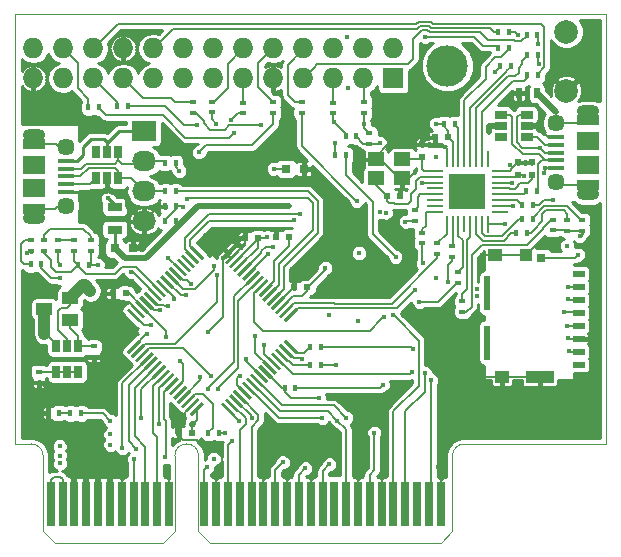
<source format=gtl>
G04 #@! TF.FileFunction,Copper,L1,Top,Signal*
%FSLAX46Y46*%
G04 Gerber Fmt 4.6, Leading zero omitted, Abs format (unit mm)*
G04 Created by KiCad (PCBNEW 4.0.7) date 09/09/17 19:38:47*
%MOMM*%
%LPD*%
G01*
G04 APERTURE LIST*
%ADD10C,0.100000*%
%ADD11R,1.400000X1.000000*%
%ADD12R,0.400000X0.600000*%
%ADD13R,1.000000X0.500000*%
%ADD14R,2.390000X1.050000*%
%ADD15R,1.200000X1.050000*%
%ADD16R,1.080000X1.050000*%
%ADD17R,0.780000X0.720000*%
%ADD18R,0.550000X2.910000*%
%ADD19R,2.032000X1.727200*%
%ADD20O,2.032000X1.727200*%
%ADD21R,0.600000X0.400000*%
%ADD22R,0.600000X0.500000*%
%ADD23R,0.800000X0.750000*%
%ADD24R,0.500000X0.600000*%
%ADD25R,1.727200X1.727200*%
%ADD26O,1.727200X1.727200*%
%ADD27C,3.500000*%
%ADD28R,0.500000X0.900000*%
%ADD29R,1.300000X0.700000*%
%ADD30R,1.500000X1.500000*%
%ADD31O,1.500000X0.250000*%
%ADD32O,0.250000X1.500000*%
%ADD33R,1.400000X1.150000*%
%ADD34C,2.000000*%
%ADD35O,1.900000X1.000000*%
%ADD36R,1.900000X1.500000*%
%ADD37C,1.450000*%
%ADD38R,1.900000X0.900000*%
%ADD39R,1.350000X0.400000*%
%ADD40R,0.650000X1.060000*%
%ADD41R,1.060000X0.650000*%
%ADD42R,0.700000X3.850000*%
%ADD43C,0.400000*%
%ADD44C,0.150000*%
%ADD45C,1.000000*%
%ADD46C,0.500000*%
%ADD47C,0.250000*%
G04 APERTURE END LIST*
D10*
X137927358Y-135315553D02*
X137927358Y-135715553D01*
X126777358Y-135715553D02*
X126777358Y-135315553D01*
X127777358Y-136715553D02*
X126777358Y-135715553D01*
X136927358Y-136715553D02*
X127777358Y-136715553D01*
X137927358Y-135715553D02*
X136927358Y-136715553D01*
X161427358Y-135315553D02*
X161427358Y-135715553D01*
X139927358Y-135715553D02*
X139927358Y-135315553D01*
X140927358Y-136715553D02*
X139927358Y-135715553D01*
X160427358Y-136715553D02*
X140927358Y-136715553D01*
X161427358Y-135715553D02*
X160427358Y-136715553D01*
X124427358Y-91915553D02*
X174427358Y-91915553D01*
X174427358Y-128315553D02*
X174427358Y-91915553D01*
X174427358Y-128315553D02*
X162427358Y-128315553D01*
X124427358Y-128315553D02*
X124427358Y-91915553D01*
X125777358Y-128315553D02*
X124427358Y-128315553D01*
X125777358Y-128315553D02*
G75*
G02X126777358Y-129315553I0J-1000000D01*
G01*
X126777358Y-135315553D02*
X126777358Y-129315553D01*
X137927358Y-129315553D02*
X137927358Y-135315553D01*
X137927358Y-129315553D02*
G75*
G02X139927358Y-129315553I1000000J0D01*
G01*
X139927358Y-135315553D02*
X139927358Y-129315553D01*
X161427358Y-129315553D02*
X161427358Y-135315553D01*
X161427358Y-129315553D02*
G75*
G02X162427358Y-128315553I1000000J0D01*
G01*
D11*
X129070000Y-117830000D03*
X129070000Y-115930000D03*
X126870000Y-116880000D03*
D12*
X137991000Y-104521000D03*
X137091000Y-104521000D03*
D13*
X172127800Y-121602800D03*
X172127800Y-120502800D03*
X172127800Y-119402800D03*
X172127800Y-118302800D03*
X172127800Y-117202800D03*
X172127800Y-116102800D03*
X172127800Y-115002800D03*
X172127800Y-113902800D03*
D14*
X168822800Y-122652800D03*
D15*
X165637800Y-122652800D03*
X165067800Y-112327800D03*
D16*
X167677800Y-112327800D03*
D17*
X168947800Y-112542800D03*
D18*
X164392800Y-119747800D03*
X164392800Y-115557800D03*
D19*
X135331200Y-101854000D03*
D20*
X135331200Y-104394000D03*
X135331200Y-106934000D03*
X135331200Y-109474000D03*
D21*
X143687800Y-99422800D03*
X143687800Y-100322800D03*
X162280000Y-116230000D03*
X162280000Y-117130000D03*
D22*
X133773000Y-115570000D03*
X132673000Y-115570000D03*
D23*
X147332000Y-105029000D03*
X148832000Y-105029000D03*
D24*
X158877000Y-104055000D03*
X158877000Y-102955000D03*
D22*
X155914000Y-107315000D03*
X157014000Y-107315000D03*
X144949000Y-110871000D03*
X143849000Y-110871000D03*
X161078000Y-102362000D03*
X159978000Y-102362000D03*
D23*
X132854000Y-111760000D03*
X134354000Y-111760000D03*
D22*
X139380000Y-127360000D03*
X138280000Y-127360000D03*
X149140000Y-115062000D03*
X148040000Y-115062000D03*
D24*
X167005000Y-105579000D03*
X167005000Y-104479000D03*
D25*
X156428440Y-97363280D03*
D26*
X156428440Y-94823280D03*
X153888440Y-97363280D03*
X153888440Y-94823280D03*
X151348440Y-97363280D03*
X151348440Y-94823280D03*
X148808440Y-97363280D03*
X148808440Y-94823280D03*
X146268440Y-97363280D03*
X146268440Y-94823280D03*
X143728440Y-97363280D03*
X143728440Y-94823280D03*
X141188440Y-97363280D03*
X141188440Y-94823280D03*
X138648440Y-97363280D03*
X138648440Y-94823280D03*
X136108440Y-97363280D03*
X136108440Y-94823280D03*
X133568440Y-97363280D03*
X133568440Y-94823280D03*
X131028440Y-97363280D03*
X131028440Y-94823280D03*
X128488440Y-97363280D03*
X128488440Y-94823280D03*
X125948440Y-97363280D03*
X125948440Y-94823280D03*
D27*
X160998440Y-96293280D03*
D28*
X168580000Y-98620000D03*
X167080000Y-98620000D03*
D29*
X132842000Y-110170000D03*
X132842000Y-108270000D03*
D12*
X168217000Y-108077000D03*
X167317000Y-108077000D03*
X167698000Y-106934000D03*
X168598000Y-106934000D03*
D21*
X148666200Y-100297400D03*
X148666200Y-99397400D03*
X146253200Y-100272000D03*
X146253200Y-99372000D03*
D12*
X137091000Y-106934000D03*
X137991000Y-106934000D03*
X137991000Y-109474000D03*
X137091000Y-109474000D03*
X137991000Y-108204000D03*
X137091000Y-108204000D03*
X161613000Y-101219000D03*
X160713000Y-101219000D03*
D21*
X153949400Y-99397400D03*
X153949400Y-100297400D03*
X151333200Y-99422800D03*
X151333200Y-100322800D03*
D12*
X130614000Y-99822000D03*
X131514000Y-99822000D03*
X133027000Y-99695000D03*
X133927000Y-99695000D03*
D21*
X139446000Y-99372000D03*
X139446000Y-100272000D03*
X154406600Y-102888200D03*
X154406600Y-101988200D03*
D12*
X148125600Y-123545600D03*
X147225600Y-123545600D03*
D21*
X158877000Y-110421000D03*
X158877000Y-111321000D03*
X160147000Y-111310000D03*
X160147000Y-112210000D03*
D12*
X149410000Y-121666000D03*
X150310000Y-121666000D03*
D21*
X161417000Y-111564000D03*
X161417000Y-112464000D03*
X161890000Y-113790000D03*
X161890000Y-114690000D03*
X158242000Y-108541400D03*
X158242000Y-109441400D03*
D12*
X149410000Y-120142000D03*
X150310000Y-120142000D03*
X140774000Y-127381000D03*
X141674000Y-127381000D03*
X153276720Y-102275640D03*
X152376720Y-102275640D03*
D30*
X161937000Y-107684000D03*
X161937000Y-106184000D03*
X163437000Y-106184000D03*
D31*
X165437000Y-108684000D03*
X165437000Y-108184000D03*
X165437000Y-107684000D03*
X165437000Y-107184000D03*
X165437000Y-106684000D03*
X165437000Y-106184000D03*
X165437000Y-105684000D03*
X165437000Y-105184000D03*
D32*
X164437000Y-104184000D03*
X163937000Y-104184000D03*
X163437000Y-104184000D03*
X162937000Y-104184000D03*
X162437000Y-104184000D03*
X161937000Y-104184000D03*
X161437000Y-104184000D03*
X160937000Y-104184000D03*
D31*
X159937000Y-105184000D03*
X159937000Y-105684000D03*
X159937000Y-106184000D03*
X159937000Y-106684000D03*
X159937000Y-107184000D03*
X159937000Y-107684000D03*
X159937000Y-108184000D03*
X159937000Y-108684000D03*
D32*
X160937000Y-109684000D03*
X161437000Y-109684000D03*
X161937000Y-109684000D03*
X162437000Y-109684000D03*
X162937000Y-109684000D03*
X163437000Y-109684000D03*
X163937000Y-109684000D03*
X164437000Y-109684000D03*
D30*
X163437000Y-107684000D03*
D33*
X154983000Y-105829000D03*
X154983000Y-104229000D03*
X157183000Y-104229000D03*
X157183000Y-105829000D03*
D34*
X171074080Y-93411040D03*
X171074080Y-98411040D03*
D24*
X168148000Y-105579000D03*
X168148000Y-104479000D03*
D22*
X147616000Y-110769400D03*
X146516000Y-110769400D03*
D21*
X141046200Y-99346600D03*
X141046200Y-100246600D03*
D12*
X129990000Y-125730000D03*
X129090000Y-125730000D03*
D21*
X130810000Y-111956000D03*
X130810000Y-111056000D03*
X129413000Y-111956000D03*
X129413000Y-111056000D03*
D12*
X126611800Y-113106200D03*
X125711800Y-113106200D03*
X166810000Y-110440000D03*
X167710000Y-110440000D03*
X167310000Y-109260000D03*
X168210000Y-109260000D03*
X130625000Y-113157000D03*
X129725000Y-113157000D03*
D10*
G36*
X147114053Y-117840329D02*
X148147278Y-116807104D01*
X148338197Y-116998023D01*
X147304972Y-118031248D01*
X147114053Y-117840329D01*
X147114053Y-117840329D01*
G37*
G36*
X146760500Y-117486777D02*
X147793725Y-116453552D01*
X147984644Y-116644471D01*
X146951419Y-117677696D01*
X146760500Y-117486777D01*
X146760500Y-117486777D01*
G37*
G36*
X146406946Y-117133222D02*
X147440171Y-116099997D01*
X147631090Y-116290916D01*
X146597865Y-117324141D01*
X146406946Y-117133222D01*
X146406946Y-117133222D01*
G37*
G36*
X146053393Y-116779670D02*
X147086618Y-115746445D01*
X147277537Y-115937364D01*
X146244312Y-116970589D01*
X146053393Y-116779670D01*
X146053393Y-116779670D01*
G37*
G36*
X145699838Y-116426115D02*
X146733063Y-115392890D01*
X146923982Y-115583809D01*
X145890757Y-116617034D01*
X145699838Y-116426115D01*
X145699838Y-116426115D01*
G37*
G36*
X145346286Y-116072562D02*
X146379511Y-115039337D01*
X146570430Y-115230256D01*
X145537205Y-116263481D01*
X145346286Y-116072562D01*
X145346286Y-116072562D01*
G37*
G36*
X144992733Y-115719010D02*
X146025958Y-114685785D01*
X146216877Y-114876704D01*
X145183652Y-115909929D01*
X144992733Y-115719010D01*
X144992733Y-115719010D01*
G37*
G36*
X144639179Y-115365455D02*
X145672404Y-114332230D01*
X145863323Y-114523149D01*
X144830098Y-115556374D01*
X144639179Y-115365455D01*
X144639179Y-115365455D01*
G37*
G36*
X144285626Y-115011902D02*
X145318851Y-113978677D01*
X145509770Y-114169596D01*
X144476545Y-115202821D01*
X144285626Y-115011902D01*
X144285626Y-115011902D01*
G37*
G36*
X143932071Y-114658348D02*
X144965296Y-113625123D01*
X145156215Y-113816042D01*
X144122990Y-114849267D01*
X143932071Y-114658348D01*
X143932071Y-114658348D01*
G37*
G36*
X143578519Y-114304795D02*
X144611744Y-113271570D01*
X144802663Y-113462489D01*
X143769438Y-114495714D01*
X143578519Y-114304795D01*
X143578519Y-114304795D01*
G37*
G36*
X143224966Y-113951243D02*
X144258191Y-112918018D01*
X144449110Y-113108937D01*
X143415885Y-114142162D01*
X143224966Y-113951243D01*
X143224966Y-113951243D01*
G37*
G36*
X142871411Y-113597688D02*
X143904636Y-112564463D01*
X144095555Y-112755382D01*
X143062330Y-113788607D01*
X142871411Y-113597688D01*
X142871411Y-113597688D01*
G37*
G36*
X142517859Y-113244135D02*
X143551084Y-112210910D01*
X143742003Y-112401829D01*
X142708778Y-113435054D01*
X142517859Y-113244135D01*
X142517859Y-113244135D01*
G37*
G36*
X142164304Y-112890581D02*
X143197529Y-111857356D01*
X143388448Y-112048275D01*
X142355223Y-113081500D01*
X142164304Y-112890581D01*
X142164304Y-112890581D01*
G37*
G36*
X141810752Y-112537028D02*
X142843977Y-111503803D01*
X143034896Y-111694722D01*
X142001671Y-112727947D01*
X141810752Y-112537028D01*
X141810752Y-112537028D01*
G37*
G36*
X139350023Y-111503803D02*
X140383248Y-112537028D01*
X140192329Y-112727947D01*
X139159104Y-111694722D01*
X139350023Y-111503803D01*
X139350023Y-111503803D01*
G37*
G36*
X138996471Y-111857356D02*
X140029696Y-112890581D01*
X139838777Y-113081500D01*
X138805552Y-112048275D01*
X138996471Y-111857356D01*
X138996471Y-111857356D01*
G37*
G36*
X138642916Y-112210910D02*
X139676141Y-113244135D01*
X139485222Y-113435054D01*
X138451997Y-112401829D01*
X138642916Y-112210910D01*
X138642916Y-112210910D01*
G37*
G36*
X138289364Y-112564463D02*
X139322589Y-113597688D01*
X139131670Y-113788607D01*
X138098445Y-112755382D01*
X138289364Y-112564463D01*
X138289364Y-112564463D01*
G37*
G36*
X137935809Y-112918018D02*
X138969034Y-113951243D01*
X138778115Y-114142162D01*
X137744890Y-113108937D01*
X137935809Y-112918018D01*
X137935809Y-112918018D01*
G37*
G36*
X137582256Y-113271570D02*
X138615481Y-114304795D01*
X138424562Y-114495714D01*
X137391337Y-113462489D01*
X137582256Y-113271570D01*
X137582256Y-113271570D01*
G37*
G36*
X137228704Y-113625123D02*
X138261929Y-114658348D01*
X138071010Y-114849267D01*
X137037785Y-113816042D01*
X137228704Y-113625123D01*
X137228704Y-113625123D01*
G37*
G36*
X136875149Y-113978677D02*
X137908374Y-115011902D01*
X137717455Y-115202821D01*
X136684230Y-114169596D01*
X136875149Y-113978677D01*
X136875149Y-113978677D01*
G37*
G36*
X136521596Y-114332230D02*
X137554821Y-115365455D01*
X137363902Y-115556374D01*
X136330677Y-114523149D01*
X136521596Y-114332230D01*
X136521596Y-114332230D01*
G37*
G36*
X136168042Y-114685785D02*
X137201267Y-115719010D01*
X137010348Y-115909929D01*
X135977123Y-114876704D01*
X136168042Y-114685785D01*
X136168042Y-114685785D01*
G37*
G36*
X135814489Y-115039337D02*
X136847714Y-116072562D01*
X136656795Y-116263481D01*
X135623570Y-115230256D01*
X135814489Y-115039337D01*
X135814489Y-115039337D01*
G37*
G36*
X135460937Y-115392890D02*
X136494162Y-116426115D01*
X136303243Y-116617034D01*
X135270018Y-115583809D01*
X135460937Y-115392890D01*
X135460937Y-115392890D01*
G37*
G36*
X135107382Y-115746445D02*
X136140607Y-116779670D01*
X135949688Y-116970589D01*
X134916463Y-115937364D01*
X135107382Y-115746445D01*
X135107382Y-115746445D01*
G37*
G36*
X134753829Y-116099997D02*
X135787054Y-117133222D01*
X135596135Y-117324141D01*
X134562910Y-116290916D01*
X134753829Y-116099997D01*
X134753829Y-116099997D01*
G37*
G36*
X134400275Y-116453552D02*
X135433500Y-117486777D01*
X135242581Y-117677696D01*
X134209356Y-116644471D01*
X134400275Y-116453552D01*
X134400275Y-116453552D01*
G37*
G36*
X134046722Y-116807104D02*
X135079947Y-117840329D01*
X134889028Y-118031248D01*
X133855803Y-116998023D01*
X134046722Y-116807104D01*
X134046722Y-116807104D01*
G37*
G36*
X133855803Y-120491977D02*
X134889028Y-119458752D01*
X135079947Y-119649671D01*
X134046722Y-120682896D01*
X133855803Y-120491977D01*
X133855803Y-120491977D01*
G37*
G36*
X134209356Y-120845529D02*
X135242581Y-119812304D01*
X135433500Y-120003223D01*
X134400275Y-121036448D01*
X134209356Y-120845529D01*
X134209356Y-120845529D01*
G37*
G36*
X134562910Y-121199084D02*
X135596135Y-120165859D01*
X135787054Y-120356778D01*
X134753829Y-121390003D01*
X134562910Y-121199084D01*
X134562910Y-121199084D01*
G37*
G36*
X134916463Y-121552636D02*
X135949688Y-120519411D01*
X136140607Y-120710330D01*
X135107382Y-121743555D01*
X134916463Y-121552636D01*
X134916463Y-121552636D01*
G37*
G36*
X135270018Y-121906191D02*
X136303243Y-120872966D01*
X136494162Y-121063885D01*
X135460937Y-122097110D01*
X135270018Y-121906191D01*
X135270018Y-121906191D01*
G37*
G36*
X135623570Y-122259744D02*
X136656795Y-121226519D01*
X136847714Y-121417438D01*
X135814489Y-122450663D01*
X135623570Y-122259744D01*
X135623570Y-122259744D01*
G37*
G36*
X135977123Y-122613296D02*
X137010348Y-121580071D01*
X137201267Y-121770990D01*
X136168042Y-122804215D01*
X135977123Y-122613296D01*
X135977123Y-122613296D01*
G37*
G36*
X136330677Y-122966851D02*
X137363902Y-121933626D01*
X137554821Y-122124545D01*
X136521596Y-123157770D01*
X136330677Y-122966851D01*
X136330677Y-122966851D01*
G37*
G36*
X136684230Y-123320404D02*
X137717455Y-122287179D01*
X137908374Y-122478098D01*
X136875149Y-123511323D01*
X136684230Y-123320404D01*
X136684230Y-123320404D01*
G37*
G36*
X137037785Y-123673958D02*
X138071010Y-122640733D01*
X138261929Y-122831652D01*
X137228704Y-123864877D01*
X137037785Y-123673958D01*
X137037785Y-123673958D01*
G37*
G36*
X137391337Y-124027511D02*
X138424562Y-122994286D01*
X138615481Y-123185205D01*
X137582256Y-124218430D01*
X137391337Y-124027511D01*
X137391337Y-124027511D01*
G37*
G36*
X137744890Y-124381063D02*
X138778115Y-123347838D01*
X138969034Y-123538757D01*
X137935809Y-124571982D01*
X137744890Y-124381063D01*
X137744890Y-124381063D01*
G37*
G36*
X138098445Y-124734618D02*
X139131670Y-123701393D01*
X139322589Y-123892312D01*
X138289364Y-124925537D01*
X138098445Y-124734618D01*
X138098445Y-124734618D01*
G37*
G36*
X138451997Y-125088171D02*
X139485222Y-124054946D01*
X139676141Y-124245865D01*
X138642916Y-125279090D01*
X138451997Y-125088171D01*
X138451997Y-125088171D01*
G37*
G36*
X138805552Y-125441725D02*
X139838777Y-124408500D01*
X140029696Y-124599419D01*
X138996471Y-125632644D01*
X138805552Y-125441725D01*
X138805552Y-125441725D01*
G37*
G36*
X139159104Y-125795278D02*
X140192329Y-124762053D01*
X140383248Y-124952972D01*
X139350023Y-125986197D01*
X139159104Y-125795278D01*
X139159104Y-125795278D01*
G37*
G36*
X142001671Y-124762053D02*
X143034896Y-125795278D01*
X142843977Y-125986197D01*
X141810752Y-124952972D01*
X142001671Y-124762053D01*
X142001671Y-124762053D01*
G37*
G36*
X142355223Y-124408500D02*
X143388448Y-125441725D01*
X143197529Y-125632644D01*
X142164304Y-124599419D01*
X142355223Y-124408500D01*
X142355223Y-124408500D01*
G37*
G36*
X142708778Y-124054946D02*
X143742003Y-125088171D01*
X143551084Y-125279090D01*
X142517859Y-124245865D01*
X142708778Y-124054946D01*
X142708778Y-124054946D01*
G37*
G36*
X143062330Y-123701393D02*
X144095555Y-124734618D01*
X143904636Y-124925537D01*
X142871411Y-123892312D01*
X143062330Y-123701393D01*
X143062330Y-123701393D01*
G37*
G36*
X143415885Y-123347838D02*
X144449110Y-124381063D01*
X144258191Y-124571982D01*
X143224966Y-123538757D01*
X143415885Y-123347838D01*
X143415885Y-123347838D01*
G37*
G36*
X143769438Y-122994286D02*
X144802663Y-124027511D01*
X144611744Y-124218430D01*
X143578519Y-123185205D01*
X143769438Y-122994286D01*
X143769438Y-122994286D01*
G37*
G36*
X144122990Y-122640733D02*
X145156215Y-123673958D01*
X144965296Y-123864877D01*
X143932071Y-122831652D01*
X144122990Y-122640733D01*
X144122990Y-122640733D01*
G37*
G36*
X144476545Y-122287179D02*
X145509770Y-123320404D01*
X145318851Y-123511323D01*
X144285626Y-122478098D01*
X144476545Y-122287179D01*
X144476545Y-122287179D01*
G37*
G36*
X144830098Y-121933626D02*
X145863323Y-122966851D01*
X145672404Y-123157770D01*
X144639179Y-122124545D01*
X144830098Y-121933626D01*
X144830098Y-121933626D01*
G37*
G36*
X145183652Y-121580071D02*
X146216877Y-122613296D01*
X146025958Y-122804215D01*
X144992733Y-121770990D01*
X145183652Y-121580071D01*
X145183652Y-121580071D01*
G37*
G36*
X145537205Y-121226519D02*
X146570430Y-122259744D01*
X146379511Y-122450663D01*
X145346286Y-121417438D01*
X145537205Y-121226519D01*
X145537205Y-121226519D01*
G37*
G36*
X145890757Y-120872966D02*
X146923982Y-121906191D01*
X146733063Y-122097110D01*
X145699838Y-121063885D01*
X145890757Y-120872966D01*
X145890757Y-120872966D01*
G37*
G36*
X146244312Y-120519411D02*
X147277537Y-121552636D01*
X147086618Y-121743555D01*
X146053393Y-120710330D01*
X146244312Y-120519411D01*
X146244312Y-120519411D01*
G37*
G36*
X146597865Y-120165859D02*
X147631090Y-121199084D01*
X147440171Y-121390003D01*
X146406946Y-120356778D01*
X146597865Y-120165859D01*
X146597865Y-120165859D01*
G37*
G36*
X146951419Y-119812304D02*
X147984644Y-120845529D01*
X147793725Y-121036448D01*
X146760500Y-120003223D01*
X146951419Y-119812304D01*
X146951419Y-119812304D01*
G37*
G36*
X147304972Y-119458752D02*
X148338197Y-120491977D01*
X148147278Y-120682896D01*
X147114053Y-119649671D01*
X147304972Y-119458752D01*
X147304972Y-119458752D01*
G37*
D12*
X151520000Y-103840000D03*
X152420000Y-103840000D03*
X167720000Y-93660000D03*
X168620000Y-93660000D03*
X168650000Y-97100000D03*
X167750000Y-97100000D03*
X165290000Y-94820000D03*
X166190000Y-94820000D03*
X165290000Y-93460000D03*
X166190000Y-93460000D03*
X168650000Y-95400000D03*
X167750000Y-95400000D03*
X165450000Y-96310000D03*
X166350000Y-96310000D03*
D35*
X125984000Y-109164000D03*
D36*
X125984000Y-106664000D03*
D37*
X128684000Y-108164000D03*
D38*
X125984000Y-108414000D03*
D39*
X128684000Y-104364000D03*
X128684000Y-105014000D03*
X128684000Y-105664000D03*
X128684000Y-106314000D03*
X128684000Y-106964000D03*
D37*
X128684000Y-103164000D03*
D35*
X125984000Y-102164000D03*
D36*
X125984000Y-104664000D03*
D38*
X125984000Y-102914000D03*
D35*
X172874940Y-100157400D03*
D36*
X172874940Y-102657400D03*
D37*
X170174940Y-101157400D03*
D38*
X172874940Y-100907400D03*
D39*
X170174940Y-104957400D03*
X170174940Y-104307400D03*
X170174940Y-103657400D03*
X170174940Y-103007400D03*
X170174940Y-102357400D03*
D37*
X170174940Y-106157400D03*
D35*
X172874940Y-107157400D03*
D36*
X172874940Y-104657400D03*
D38*
X172874940Y-106407400D03*
D40*
X131230000Y-105840000D03*
X132180000Y-105840000D03*
X133130000Y-105840000D03*
X133130000Y-103640000D03*
X131230000Y-103640000D03*
X132180000Y-103640000D03*
D41*
X167720000Y-102330000D03*
X167720000Y-101380000D03*
X167720000Y-100430000D03*
X165520000Y-100430000D03*
X165520000Y-102330000D03*
X165520000Y-101380000D03*
D12*
X127210400Y-125704600D03*
X128110400Y-125704600D03*
D21*
X126873000Y-111956000D03*
X126873000Y-111056000D03*
X128016000Y-111956000D03*
X128016000Y-111056000D03*
X125730000Y-111956000D03*
X125730000Y-111056000D03*
X169940000Y-109330000D03*
X169940000Y-110230000D03*
X171160000Y-109350000D03*
X171160000Y-110250000D03*
X172390000Y-109350000D03*
X172390000Y-110250000D03*
D42*
X127431800Y-133360400D03*
X128431800Y-133360400D03*
X129431800Y-133360400D03*
X130431800Y-133360400D03*
X131431800Y-133360400D03*
X132431800Y-133360400D03*
X133431800Y-133360400D03*
X134431800Y-133360400D03*
X135431800Y-133360400D03*
X136431800Y-133360400D03*
X137431800Y-133360400D03*
X140431800Y-133360400D03*
X141431800Y-133360400D03*
X142431800Y-133360400D03*
X143431800Y-133360400D03*
X144431800Y-133360400D03*
X145431800Y-133360400D03*
X146431800Y-133360400D03*
X147431800Y-133360400D03*
X148431800Y-133360400D03*
X149431800Y-133360400D03*
X150431800Y-133360400D03*
X151431800Y-133360400D03*
X152431800Y-133360400D03*
X153431800Y-133360400D03*
X154431800Y-133360400D03*
X155431800Y-133360400D03*
X156431800Y-133360400D03*
X157431800Y-133360400D03*
X158431800Y-133360400D03*
X159431800Y-133360400D03*
X160431800Y-133360400D03*
D40*
X127870000Y-122220000D03*
X128820000Y-122220000D03*
X129770000Y-122220000D03*
X129770000Y-120020000D03*
X127870000Y-120020000D03*
X128820000Y-120020000D03*
D21*
X126420000Y-122220000D03*
X126420000Y-123120000D03*
X131060000Y-120060000D03*
X131060000Y-120960000D03*
D43*
X126870000Y-118290000D03*
X126870000Y-119000000D03*
X128219200Y-129946400D03*
X128193800Y-129311400D03*
X128168400Y-128498600D03*
X139260000Y-114754990D03*
X161072233Y-114619534D03*
X141400000Y-101200000D03*
X143408400Y-122529600D03*
X128219200Y-113157000D03*
X128219200Y-114300000D03*
X138938000Y-107619800D03*
X138303000Y-105206800D03*
X138360000Y-121280000D03*
X138582400Y-108280200D03*
X158220000Y-115325001D03*
X158902400Y-113030000D03*
X166497000Y-106222800D03*
X143970000Y-121150000D03*
X142951200Y-101955600D03*
X169976800Y-107670600D03*
X168833800Y-103225600D03*
X155600400Y-117576600D03*
X147574000Y-108178600D03*
X147040600Y-108178600D03*
X155803600Y-108737400D03*
X155321000Y-108712000D03*
X140712148Y-118865010D03*
X149334489Y-113196225D03*
X142025914Y-112599639D03*
X161380000Y-99550000D03*
X168850000Y-111490000D03*
X149631400Y-130860800D03*
X125400000Y-112190000D03*
X138150000Y-125810000D03*
X125349000Y-127508000D03*
X173355000Y-127254000D03*
X131038600Y-129311400D03*
X130937000Y-128778000D03*
X149733000Y-105283000D03*
X146456400Y-110083600D03*
X129463800Y-129057400D03*
X143865600Y-110083600D03*
X160248600Y-130276600D03*
X155498800Y-130302000D03*
X154025600Y-130302000D03*
X141884400Y-130657600D03*
X147421600Y-130657600D03*
X145440400Y-130657600D03*
X133502400Y-116306600D03*
X133426200Y-130657600D03*
X137236200Y-130225800D03*
X160020000Y-104013000D03*
X158242000Y-105308400D03*
X163753800Y-113538000D03*
X164058600Y-122631200D03*
X163931600Y-112293400D03*
X160807400Y-103149400D03*
X166547800Y-108204000D03*
X163437000Y-107684000D03*
X161937000Y-107684000D03*
X163437000Y-106184000D03*
X161937000Y-106184000D03*
X166344600Y-104724200D03*
X171246800Y-119354600D03*
X132270000Y-106780000D03*
X168884600Y-101777800D03*
X168884600Y-101371400D03*
X152450800Y-126111000D03*
X153974800Y-101244400D03*
X151384000Y-101092000D03*
X151688800Y-126339600D03*
X141220000Y-113250000D03*
X153520000Y-112160000D03*
X153330000Y-107740000D03*
X138834833Y-115735167D03*
X139954000Y-103632000D03*
X152510000Y-93820000D03*
X152590000Y-98210000D03*
X135102600Y-126111000D03*
X141550000Y-123630002D03*
X141224000Y-129565400D03*
X140720000Y-123640000D03*
X140639800Y-130302000D03*
X136601200Y-126669800D03*
X140990000Y-122600000D03*
X142798800Y-128066800D03*
X143383000Y-126415800D03*
X144424400Y-126111000D03*
X145821400Y-112242600D03*
X146253200Y-111607600D03*
X147066000Y-129870200D03*
X148056600Y-109397800D03*
X148539200Y-108839000D03*
X148971000Y-130378200D03*
X150418800Y-126111000D03*
X150990000Y-117380000D03*
X136691997Y-117013501D03*
X151003000Y-130048000D03*
X153436417Y-117914990D03*
X135880000Y-118280000D03*
X154813000Y-127355600D03*
X142189200Y-127355600D03*
X137370000Y-116660000D03*
X156430000Y-117410000D03*
X171145200Y-111531400D03*
X159100000Y-122330000D03*
X151530000Y-121640000D03*
X158000000Y-122200000D03*
X158080000Y-120260000D03*
X159630000Y-122930000D03*
X148691600Y-121158000D03*
X158627634Y-116291074D03*
X137880000Y-116060000D03*
X156610000Y-112470000D03*
X166990000Y-93730000D03*
X165912800Y-109677200D03*
X158851600Y-106248200D03*
X141480000Y-114051785D03*
X160066450Y-114251784D03*
X134240000Y-113795010D03*
X142720000Y-100860000D03*
X150164800Y-124434600D03*
X144690000Y-119215021D03*
X139776200Y-101320600D03*
X171246800Y-116078000D03*
X145500000Y-119900000D03*
X145211800Y-101295200D03*
X171272200Y-120446800D03*
X135530000Y-119050000D03*
X172085000Y-112293400D03*
X140090000Y-122670000D03*
X171221400Y-115036600D03*
X150680000Y-113420000D03*
X137180000Y-119240000D03*
X133702104Y-115437894D03*
X172212000Y-110693200D03*
X170880000Y-117180000D03*
X139390000Y-126590000D03*
X132461000Y-127508000D03*
X132461000Y-128397000D03*
X155321000Y-102870000D03*
X132461000Y-126365000D03*
X146304000Y-105029000D03*
X131394200Y-113157000D03*
X163550600Y-115239800D03*
X163550600Y-115824000D03*
X145694400Y-110820200D03*
X137388600Y-112547400D03*
X160045400Y-101219000D03*
X167462200Y-105613200D03*
X168680000Y-94470000D03*
X157454600Y-109499400D03*
X133477000Y-128676400D03*
X137134600Y-129463800D03*
X134493000Y-129590800D03*
X134645400Y-128727200D03*
X155550000Y-123290000D03*
X171100000Y-118320000D03*
X151500000Y-102850000D03*
X168740000Y-96150000D03*
X165040000Y-96830000D03*
X159080000Y-93840000D03*
X132270000Y-107510000D03*
X164520000Y-101940000D03*
X164520000Y-101370000D03*
X169189400Y-105359200D03*
X169240200Y-104978200D03*
X130780000Y-115370000D03*
X130300000Y-114890000D03*
D44*
X129413000Y-111056000D02*
X128016000Y-111056000D01*
X127870000Y-120020000D02*
X127870000Y-119815000D01*
X127870000Y-119815000D02*
X127055000Y-119000000D01*
X127055000Y-119000000D02*
X126870000Y-119000000D01*
D45*
X126870000Y-118290000D02*
X126870000Y-116880000D01*
X126870000Y-119000000D02*
X126870000Y-118290000D01*
D44*
X138975974Y-114470964D02*
X139060001Y-114554991D01*
X138003409Y-113883642D02*
X138590731Y-114470964D01*
X139060001Y-114554991D02*
X139260000Y-114754990D01*
X138590731Y-114470964D02*
X138975974Y-114470964D01*
X161417000Y-112814000D02*
X161072233Y-113158767D01*
X161072233Y-113158767D02*
X161072233Y-114336692D01*
X161072233Y-114336692D02*
X161072233Y-114619534D01*
X161417000Y-112464000D02*
X161417000Y-112814000D01*
X141046200Y-100846200D02*
X141046200Y-100246600D01*
X141400000Y-101200000D02*
X141046200Y-100846200D01*
X162280000Y-116230000D02*
X162280000Y-115600000D01*
X162937000Y-110833000D02*
X162937000Y-109684000D01*
X162690000Y-111080000D02*
X162937000Y-110833000D01*
X162690000Y-115190000D02*
X162690000Y-111080000D01*
X162280000Y-115600000D02*
X162690000Y-115190000D01*
X129725000Y-113157000D02*
X129725000Y-113257000D01*
X132828122Y-113910000D02*
X133418122Y-113320000D01*
X129725000Y-113257000D02*
X130378000Y-113910000D01*
X130378000Y-113910000D02*
X132828122Y-113910000D01*
X134611338Y-113320000D02*
X136001873Y-114710535D01*
X133418122Y-113320000D02*
X134611338Y-113320000D01*
X136001873Y-114710535D02*
X136589195Y-115297857D01*
X129413000Y-111956000D02*
X129413000Y-112845000D01*
X129413000Y-112845000D02*
X129725000Y-113157000D01*
X126873000Y-111956000D02*
X126873000Y-112166400D01*
X126873000Y-112166400D02*
X127482600Y-112776000D01*
X127482600Y-112776000D02*
X127482600Y-113334800D01*
X127482600Y-113334800D02*
X127889000Y-113741200D01*
X127889000Y-113741200D02*
X129140800Y-113741200D01*
X129140800Y-113741200D02*
X129725000Y-113157000D01*
X143205200Y-123328072D02*
X143837038Y-123959910D01*
X143205200Y-122732800D02*
X143205200Y-123328072D01*
X143408400Y-122529600D02*
X143205200Y-122732800D01*
X128016000Y-112953800D02*
X128219200Y-113157000D01*
X128016000Y-111956000D02*
X128016000Y-112953800D01*
X126611800Y-113454600D02*
X127457200Y-114300000D01*
X127457200Y-114300000D02*
X128219200Y-114300000D01*
X126611800Y-113454600D02*
X126611800Y-113106200D01*
X143687800Y-99422800D02*
X143687800Y-97403920D01*
X143687800Y-97403920D02*
X143728440Y-97363280D01*
X130614000Y-99822000D02*
X130614000Y-99114000D01*
X129700000Y-96034840D02*
X128488440Y-94823280D01*
X129700000Y-98200000D02*
X129700000Y-96034840D01*
X130614000Y-99114000D02*
X129700000Y-98200000D01*
X162437000Y-104184000D02*
X162437000Y-99213000D01*
X166190000Y-94920000D02*
X166190000Y-94820000D01*
X162437000Y-99213000D02*
X164250000Y-97400000D01*
X164250000Y-97400000D02*
X164250000Y-96370000D01*
X165030000Y-95590000D02*
X165520000Y-95590000D01*
X164250000Y-96370000D02*
X165030000Y-95590000D01*
X165520000Y-95590000D02*
X166190000Y-94920000D01*
X162500000Y-104121000D02*
X162437000Y-104184000D01*
X163937000Y-104184000D02*
X163937000Y-100363000D01*
X163937000Y-100363000D02*
X163940000Y-100360000D01*
X163940000Y-100360000D02*
X163940000Y-100190000D01*
X163940000Y-100190000D02*
X166550000Y-97580000D01*
X166550000Y-97580000D02*
X167530000Y-97580000D01*
X167530000Y-97580000D02*
X167750000Y-97360000D01*
X167750000Y-97360000D02*
X167750000Y-97100000D01*
X165437000Y-107684000D02*
X166924000Y-107684000D01*
X166924000Y-107684000D02*
X167317000Y-108077000D01*
X165437000Y-107184000D02*
X167448000Y-107184000D01*
X167448000Y-107184000D02*
X167698000Y-106934000D01*
X146311910Y-116004962D02*
X146326238Y-116004962D01*
X146326238Y-116004962D02*
X147142200Y-115189000D01*
X147142200Y-115189000D02*
X147142200Y-113309400D01*
X147142200Y-113309400D02*
X150012400Y-110439200D01*
X150012400Y-110439200D02*
X150012400Y-107721400D01*
X150012400Y-107721400D02*
X149225000Y-106934000D01*
X149225000Y-106934000D02*
X137991000Y-106934000D01*
X137991000Y-104521000D02*
X137991000Y-104894800D01*
X137991000Y-104894800D02*
X138303000Y-105206800D01*
X145958358Y-115651409D02*
X145993991Y-115651409D01*
X145993991Y-115651409D02*
X146761200Y-114884200D01*
X146761200Y-114884200D02*
X146761200Y-113080800D01*
X146761200Y-113080800D02*
X149631400Y-110210600D01*
X149631400Y-110210600D02*
X149631400Y-107924600D01*
X149631400Y-107924600D02*
X149199600Y-107492800D01*
X149199600Y-107492800D02*
X139065000Y-107492800D01*
X139065000Y-107492800D02*
X138938000Y-107619800D01*
X138590731Y-123019036D02*
X138590731Y-121510731D01*
X138003409Y-123606358D02*
X138590731Y-123019036D01*
X138559999Y-121479999D02*
X138360000Y-121280000D01*
X138590731Y-121510731D02*
X138559999Y-121479999D01*
X137991000Y-108204000D02*
X138506200Y-108204000D01*
X138506200Y-108204000D02*
X138582400Y-108280200D01*
X137991000Y-108204000D02*
X137991000Y-108439800D01*
X137991000Y-108439800D02*
X137091000Y-109339800D01*
X137091000Y-109339800D02*
X137091000Y-109474000D01*
X138003409Y-123606358D02*
X137988242Y-123606358D01*
X161937000Y-104184000D02*
X161937000Y-101543000D01*
X161937000Y-101543000D02*
X161613000Y-101219000D01*
X151471592Y-116433600D02*
X156273400Y-116433600D01*
X151462981Y-116424989D02*
X151471592Y-116433600D01*
X147372572Y-117065624D02*
X148013208Y-116424988D01*
X160147000Y-112560000D02*
X160147000Y-112210000D01*
X148013208Y-116424988D02*
X151462981Y-116424989D01*
X156273400Y-116433600D02*
X160147000Y-112560000D01*
X156713147Y-116831854D02*
X158020001Y-115525000D01*
X148313447Y-116831854D02*
X156713147Y-116831854D01*
X158020001Y-115525000D02*
X158220000Y-115325001D01*
X147726125Y-117419176D02*
X148313447Y-116831854D01*
X158902400Y-113030000D02*
X158877000Y-113004600D01*
X158877000Y-113004600D02*
X158877000Y-111321000D01*
X165437000Y-106684000D02*
X166297800Y-106684000D01*
X166297800Y-106684000D02*
X166344600Y-106730800D01*
X166344600Y-106730800D02*
X166700200Y-106730800D01*
X166700200Y-106730800D02*
X166979600Y-106451400D01*
X166979600Y-106451400D02*
X166979600Y-106375200D01*
X166979600Y-106375200D02*
X167157400Y-106197400D01*
X167157400Y-106197400D02*
X167843200Y-106197400D01*
X167843200Y-106197400D02*
X168148000Y-105892600D01*
X168148000Y-105892600D02*
X168148000Y-105579000D01*
X165437000Y-106184000D02*
X166458200Y-106184000D01*
X166458200Y-106184000D02*
X166497000Y-106222800D01*
X147616000Y-111591000D02*
X147616000Y-110769400D01*
X145604805Y-115297857D02*
X145610943Y-115297857D01*
X145610943Y-115297857D02*
X146354800Y-114554000D01*
X146354800Y-114554000D02*
X146354800Y-112852200D01*
X146354800Y-112852200D02*
X147616000Y-111591000D01*
X143970000Y-121264447D02*
X143970000Y-121150000D01*
X145251251Y-122545698D02*
X143970000Y-121264447D01*
X131514000Y-99822000D02*
X131514000Y-99891000D01*
X131514000Y-99891000D02*
X132103000Y-100480000D01*
X132103000Y-100480000D02*
X136920000Y-100480000D01*
X136920000Y-100480000D02*
X138827400Y-102387400D01*
X138827400Y-102387400D02*
X142519400Y-102387400D01*
X142519400Y-102387400D02*
X142951200Y-101955600D01*
X169976800Y-107670600D02*
X169169400Y-107670600D01*
X168763000Y-108077000D02*
X168217000Y-108077000D01*
X169169400Y-107670600D02*
X168763000Y-108077000D01*
X170174940Y-103657400D02*
X169240200Y-103657400D01*
X167315600Y-103225600D02*
X168833800Y-103225600D01*
X166860000Y-102770000D02*
X167315600Y-103225600D01*
X168833800Y-103251000D02*
X168833800Y-103225600D01*
X169240200Y-103657400D02*
X168833800Y-103251000D01*
X167720000Y-100430000D02*
X167100000Y-100430000D01*
X166860000Y-100670000D02*
X166860000Y-102770000D01*
X167100000Y-100430000D02*
X166860000Y-100670000D01*
X167720000Y-102330000D02*
X168620000Y-102330000D01*
X169297400Y-103007400D02*
X170174940Y-103007400D01*
X168620000Y-102330000D02*
X169297400Y-103007400D01*
X159937000Y-105184000D02*
X159032000Y-105184000D01*
X159032000Y-105184000D02*
X158877000Y-105029000D01*
X158877000Y-105029000D02*
X158877000Y-104055000D01*
X157183000Y-104229000D02*
X158703000Y-104229000D01*
X158703000Y-104229000D02*
X158877000Y-104055000D01*
X159937000Y-105684000D02*
X158679200Y-105684000D01*
X158679200Y-105684000D02*
X158343600Y-106019600D01*
X158343600Y-106019600D02*
X158343600Y-106730800D01*
X158343600Y-106730800D02*
X157886400Y-107188000D01*
X157886400Y-107188000D02*
X157886400Y-107772200D01*
X157886400Y-107772200D02*
X157683200Y-107975400D01*
X157683200Y-107975400D02*
X156574400Y-107975400D01*
X156574400Y-107975400D02*
X156549000Y-107950000D01*
X156549000Y-107950000D02*
X156083000Y-107950000D01*
X156083000Y-107950000D02*
X155914000Y-107781000D01*
X155914000Y-107781000D02*
X155914000Y-107315000D01*
X154983000Y-105829000D02*
X154983000Y-106384000D01*
X154983000Y-106384000D02*
X155914000Y-107315000D01*
X144663929Y-115531624D02*
X144663929Y-117968529D01*
X144663929Y-117968529D02*
X145415000Y-118719600D01*
X145415000Y-118719600D02*
X154457400Y-118719600D01*
X154457400Y-118719600D02*
X155400401Y-117776599D01*
X155400401Y-117776599D02*
X155600400Y-117576600D01*
X145251251Y-114944302D02*
X144663929Y-115531624D01*
D46*
X133679001Y-112585001D02*
X135445999Y-112585001D01*
X132854000Y-111760000D02*
X133679001Y-112585001D01*
X135445999Y-112585001D02*
X138239500Y-109791500D01*
D44*
X137991000Y-109474000D02*
X137991000Y-109543000D01*
X137991000Y-109543000D02*
X138239500Y-109791500D01*
X137991000Y-109474000D02*
X138099800Y-109474000D01*
X138099800Y-109474000D02*
X138328400Y-109702600D01*
D46*
X147040600Y-108178600D02*
X147574000Y-108178600D01*
X147040600Y-108178600D02*
X147574000Y-108178600D01*
X147040600Y-108178600D02*
X147574000Y-108178600D01*
X138239500Y-109791500D02*
X138328400Y-109702600D01*
X138328400Y-109702600D02*
X139852400Y-108178600D01*
X139852400Y-108178600D02*
X147040600Y-108178600D01*
D47*
X132842000Y-110170000D02*
X132842000Y-111748000D01*
X132842000Y-111748000D02*
X132854000Y-111760000D01*
D44*
X140912147Y-118665011D02*
X140712148Y-118865010D01*
X142025914Y-117551244D02*
X140912147Y-118665011D01*
X142025914Y-112599639D02*
X142025914Y-117551244D01*
X126420000Y-123120000D02*
X126520000Y-123120000D01*
X126520000Y-123120000D02*
X127020000Y-123620000D01*
X127020000Y-123620000D02*
X130180000Y-123620000D01*
X130180000Y-123620000D02*
X131060000Y-122740000D01*
X131060000Y-122740000D02*
X131060000Y-120960000D01*
X126420000Y-123120000D02*
X126420000Y-125264200D01*
X126420000Y-125264200D02*
X126860400Y-125704600D01*
X126860400Y-125704600D02*
X127210400Y-125704600D01*
X148040000Y-115062000D02*
X148040000Y-114490714D01*
X148040000Y-114490714D02*
X149134490Y-113396224D01*
X149134490Y-113396224D02*
X149334489Y-113196225D01*
X142776376Y-112469428D02*
X142156125Y-112469428D01*
X142422824Y-112406794D02*
X142229979Y-112599639D01*
X142156125Y-112469428D02*
X142025914Y-112599639D01*
X142229979Y-112599639D02*
X142025914Y-112599639D01*
X142422824Y-112115875D02*
X142422824Y-112406794D01*
X127210400Y-125704600D02*
X127210400Y-126829400D01*
X127210400Y-126829400D02*
X127762000Y-127381000D01*
X127762000Y-127381000D02*
X128201000Y-127381000D01*
X128201000Y-127381000D02*
X129463800Y-128643800D01*
X129463800Y-128643800D02*
X129463800Y-129057400D01*
X127210400Y-125704600D02*
X127210400Y-126349600D01*
X127210400Y-126349600D02*
X126052000Y-127508000D01*
X126052000Y-127508000D02*
X125349000Y-127508000D01*
X141884400Y-130657600D02*
X141884400Y-129424400D01*
X138050000Y-127420000D02*
X138050000Y-126380000D01*
X141884400Y-129424400D02*
X140940000Y-128480000D01*
X140940000Y-128480000D02*
X140250000Y-128480000D01*
X140250000Y-128480000D02*
X139780000Y-128010000D01*
X139780000Y-128010000D02*
X138640000Y-128010000D01*
X138640000Y-128010000D02*
X138050000Y-127420000D01*
X138050000Y-126380000D02*
X138430000Y-126000000D01*
X168850000Y-111490000D02*
X168515600Y-111490000D01*
X168515600Y-111490000D02*
X167677800Y-112327800D01*
X167677800Y-112327800D02*
X168012200Y-112327800D01*
D46*
X133990000Y-108132800D02*
X135331200Y-109474000D01*
X133990000Y-107570000D02*
X133990000Y-108132800D01*
X133390000Y-106970000D02*
X133990000Y-107570000D01*
X132640000Y-106970000D02*
X133390000Y-106970000D01*
D47*
X128684000Y-106964000D02*
X132086000Y-106964000D01*
D44*
X135331200Y-109474000D02*
X135331200Y-108761200D01*
X128684000Y-106964000D02*
X129314000Y-106964000D01*
X135037200Y-109180000D02*
X135331200Y-109474000D01*
X149431800Y-134010400D02*
X149431800Y-131060400D01*
X149431800Y-131060400D02*
X149631400Y-130860800D01*
X125730000Y-111956000D02*
X125634000Y-111956000D01*
X125634000Y-111956000D02*
X125400000Y-112190000D01*
X138430000Y-126000000D02*
X138340000Y-126000000D01*
X138340000Y-126000000D02*
X138150000Y-125810000D01*
X138430000Y-126000000D02*
X139409428Y-125020572D01*
X139409428Y-125020572D02*
X139417624Y-125020572D01*
X168822800Y-122652800D02*
X168822800Y-125896800D01*
X170180000Y-127254000D02*
X173355000Y-127254000D01*
X168822800Y-125896800D02*
X170180000Y-127254000D01*
D46*
X131038600Y-129311400D02*
X131038600Y-128879600D01*
X131318000Y-129616200D02*
X131038600Y-129336800D01*
X131038600Y-129336800D02*
X131038600Y-129311400D01*
X131318000Y-130225800D02*
X131318000Y-129616200D01*
X131038600Y-128879600D02*
X130937000Y-128778000D01*
D47*
X135077200Y-109220000D02*
X135331200Y-109474000D01*
D44*
X148832000Y-105029000D02*
X149479000Y-105029000D01*
X149479000Y-105029000D02*
X149733000Y-105283000D01*
X146516000Y-110769400D02*
X146516000Y-110143200D01*
X146516000Y-110143200D02*
X146456400Y-110083600D01*
X137091000Y-108204000D02*
X136601200Y-108204000D01*
X136601200Y-108204000D02*
X135331200Y-109474000D01*
D47*
X134354000Y-111760000D02*
X134620000Y-111760000D01*
X134620000Y-111760000D02*
X135331200Y-111048800D01*
X135331200Y-111048800D02*
X135331200Y-109474000D01*
D46*
X132431800Y-134010400D02*
X132431800Y-130755400D01*
X131902200Y-130225800D02*
X131318000Y-130225800D01*
X131318000Y-130225800D02*
X131267200Y-130225800D01*
X132431800Y-130755400D02*
X131902200Y-130225800D01*
X131431800Y-134010400D02*
X131431800Y-130390400D01*
X130431800Y-131061200D02*
X131267200Y-130225800D01*
X130431800Y-131061200D02*
X130431800Y-134010400D01*
X131431800Y-130390400D02*
X131267200Y-130225800D01*
X129431800Y-134010400D02*
X129431800Y-129089400D01*
X129431800Y-129089400D02*
X129463800Y-129057400D01*
D44*
X143849000Y-110871000D02*
X143849000Y-110100200D01*
X143849000Y-110100200D02*
X143865600Y-110083600D01*
X146665465Y-116358517D02*
X146683883Y-116358517D01*
X146683883Y-116358517D02*
X147980400Y-115062000D01*
X147980400Y-115062000D02*
X148040000Y-115062000D01*
X160431800Y-134010400D02*
X160431800Y-130459800D01*
X160431800Y-130459800D02*
X160248600Y-130276600D01*
X155431800Y-134010400D02*
X155431800Y-130369000D01*
X155431800Y-130369000D02*
X155498800Y-130302000D01*
X153431800Y-130895800D02*
X154025600Y-130302000D01*
X153431800Y-130895800D02*
X153431800Y-134010400D01*
X142776376Y-112469428D02*
X142776376Y-112468224D01*
X142776376Y-112468224D02*
X143849000Y-111395600D01*
X143849000Y-111395600D02*
X143849000Y-110871000D01*
X143849000Y-110871000D02*
X143667699Y-110871000D01*
X143667699Y-110871000D02*
X142422824Y-112115875D01*
X141431800Y-134010400D02*
X141431800Y-131110200D01*
X141431800Y-131110200D02*
X141884400Y-130657600D01*
X147431800Y-134010400D02*
X147431800Y-130667800D01*
X147431800Y-130667800D02*
X147421600Y-130657600D01*
X147431800Y-130667800D02*
X147421600Y-130657600D01*
X145431800Y-134010400D02*
X145431800Y-130666200D01*
X145431800Y-130666200D02*
X145440400Y-130657600D01*
X133502400Y-116306600D02*
X132994400Y-116306600D01*
X134061200Y-116306600D02*
X133502400Y-116306600D01*
X134820224Y-117065624D02*
X134061200Y-116306600D01*
X132673000Y-115985200D02*
X132673000Y-115570000D01*
X132994400Y-116306600D02*
X132673000Y-115985200D01*
X134821428Y-117065624D02*
X134820224Y-117065624D01*
X133431800Y-134010400D02*
X133431800Y-130663200D01*
X133431800Y-130663200D02*
X133426200Y-130657600D01*
X137431800Y-134010400D02*
X137431800Y-130421400D01*
X137431800Y-130421400D02*
X137236200Y-130225800D01*
X158242000Y-105308400D02*
X157721400Y-105829000D01*
X165637800Y-122652800D02*
X164080200Y-122652800D01*
X164080200Y-122652800D02*
X164058600Y-122631200D01*
X165637800Y-122652800D02*
X168822800Y-122652800D01*
X167677800Y-112327800D02*
X167758000Y-112327800D01*
X165067800Y-112327800D02*
X167677800Y-112327800D01*
X165067800Y-112327800D02*
X163966000Y-112327800D01*
X163966000Y-112327800D02*
X163931600Y-112293400D01*
X157183000Y-105829000D02*
X157721400Y-105829000D01*
X154983000Y-104229000D02*
X155283000Y-104229000D01*
X155283000Y-104229000D02*
X156883000Y-105829000D01*
X156883000Y-105829000D02*
X157183000Y-105829000D01*
X157183000Y-105829000D02*
X157183000Y-107146000D01*
X157183000Y-107146000D02*
X157014000Y-107315000D01*
X158877000Y-102955000D02*
X156015600Y-102955000D01*
X156015600Y-102955000D02*
X154983000Y-103987600D01*
X154983000Y-103987600D02*
X154983000Y-104229000D01*
X159978000Y-102362000D02*
X159470000Y-102362000D01*
X159470000Y-102362000D02*
X158877000Y-102955000D01*
X160807400Y-103149400D02*
X160451800Y-103149400D01*
X160451800Y-103149400D02*
X159978000Y-102675600D01*
X159978000Y-102675600D02*
X159978000Y-102362000D01*
X160937000Y-104184000D02*
X160937000Y-103304400D01*
X160937000Y-103304400D02*
X160807400Y-103174800D01*
X160807400Y-103174800D02*
X160807400Y-103149400D01*
X165437000Y-108184000D02*
X166527800Y-108184000D01*
X166527800Y-108184000D02*
X166547800Y-108204000D01*
X166509700Y-104940100D02*
X166509700Y-104889300D01*
X166509700Y-104889300D02*
X166344600Y-104724200D01*
X165437000Y-105184000D02*
X166265800Y-105184000D01*
X166265800Y-105184000D02*
X166509700Y-104940100D01*
X166509700Y-104940100D02*
X166970800Y-104479000D01*
X166970800Y-104479000D02*
X167005000Y-104479000D01*
X168148000Y-104479000D02*
X167005000Y-104479000D01*
X170174940Y-102357400D02*
X169489600Y-102357400D01*
X139417624Y-125020572D02*
X139417624Y-125021776D01*
X172127800Y-119402800D02*
X171295000Y-119402800D01*
X171295000Y-119402800D02*
X171246800Y-119354600D01*
D46*
X132270000Y-106780000D02*
X132450000Y-106780000D01*
X132450000Y-106780000D02*
X132640000Y-106970000D01*
D47*
X132180000Y-106690000D02*
X132270000Y-106780000D01*
X132270000Y-106780000D02*
X132180000Y-106690000D01*
X132086000Y-106964000D02*
X132270000Y-106780000D01*
X132180000Y-105840000D02*
X132180000Y-106690000D01*
D44*
X132180000Y-105840000D02*
X132180000Y-106690000D01*
X169489600Y-102357400D02*
X168910000Y-101777800D01*
D46*
X168884600Y-101777800D02*
X168884600Y-101371400D01*
D44*
X168910000Y-101777800D02*
X168884600Y-101777800D01*
X168876000Y-101380000D02*
X168884600Y-101371400D01*
D46*
X168884600Y-101371400D02*
X167728600Y-101371400D01*
X167728600Y-101371400D02*
X167720000Y-101380000D01*
D44*
X167720000Y-101380000D02*
X168876000Y-101380000D01*
X128684000Y-106314000D02*
X130756000Y-106314000D01*
X130756000Y-106314000D02*
X131230000Y-105840000D01*
X131054000Y-105664000D02*
X131230000Y-105840000D01*
X153974800Y-101556400D02*
X154406600Y-101988200D01*
X151384000Y-125044200D02*
X152450800Y-126111000D01*
X147040600Y-125044200D02*
X151384000Y-125044200D01*
X153974800Y-101244400D02*
X153974800Y-101556400D01*
X153974800Y-101244400D02*
X153949400Y-101219000D01*
X144897698Y-122899251D02*
X144897698Y-122901298D01*
X144897698Y-122901298D02*
X147040600Y-125044200D01*
X153949400Y-100297400D02*
X153949400Y-101219000D01*
X152376720Y-102275640D02*
X152376720Y-102084720D01*
X152376720Y-102084720D02*
X151384000Y-101092000D01*
X151384000Y-101092000D02*
X151333200Y-101041200D01*
X152431800Y-127082600D02*
X152431800Y-134010400D01*
X151599900Y-126250700D02*
X151688800Y-126339600D01*
X150901400Y-125552200D02*
X151599900Y-126250700D01*
X151599900Y-126250700D02*
X152431800Y-127082600D01*
X146862800Y-125552200D02*
X150901400Y-125552200D01*
X144544143Y-123252805D02*
X144563405Y-123252805D01*
X144563405Y-123252805D02*
X146862800Y-125552200D01*
X151333200Y-101041200D02*
X151333200Y-100322800D01*
X141220000Y-113608781D02*
X141220000Y-113532842D01*
X138642662Y-115230000D02*
X139598781Y-115230000D01*
X139598781Y-115230000D02*
X141220000Y-113608781D01*
X137649857Y-114237195D02*
X138642662Y-115230000D01*
X141220000Y-113532842D02*
X141220000Y-113250000D01*
X148666200Y-103076200D02*
X153130001Y-107540001D01*
X148666200Y-100297400D02*
X148666200Y-103076200D01*
X153130001Y-107540001D02*
X153330000Y-107740000D01*
X137296302Y-114590749D02*
X138440720Y-115735167D01*
X138440720Y-115735167D02*
X138551991Y-115735167D01*
X138551991Y-115735167D02*
X138834833Y-115735167D01*
X146253200Y-101269800D02*
X146253200Y-100272000D01*
X144500600Y-103022400D02*
X146253200Y-101269800D01*
X140563600Y-103022400D02*
X144500600Y-103022400D01*
X139954000Y-103632000D02*
X140563600Y-103022400D01*
X135077200Y-126085600D02*
X135102600Y-126111000D01*
X135077200Y-123698000D02*
X135077200Y-126085600D01*
X136583057Y-122192143D02*
X135077200Y-123698000D01*
X136589195Y-122192143D02*
X136583057Y-122192143D01*
X136942749Y-122545698D02*
X136940702Y-122545698D01*
X136940702Y-122545698D02*
X136042400Y-123444000D01*
X136431800Y-127770400D02*
X136431800Y-134010400D01*
X136042400Y-127381000D02*
X136431800Y-127770400D01*
X136042400Y-123444000D02*
X136042400Y-127381000D01*
X136942749Y-122545698D02*
X136942749Y-122569051D01*
X143304999Y-116183448D02*
X143304999Y-121875003D01*
X144897698Y-114590749D02*
X143304999Y-116183448D01*
X141749999Y-123430003D02*
X141550000Y-123630002D01*
X143304999Y-121875003D02*
X141749999Y-123430003D01*
X141224000Y-129565400D02*
X141224000Y-129590800D01*
X140919999Y-123440001D02*
X140720000Y-123640000D01*
X142954988Y-121405012D02*
X140919999Y-123440001D01*
X142954988Y-115826350D02*
X142954988Y-121405012D01*
X144544143Y-114237195D02*
X142954988Y-115826350D01*
X140431800Y-130510000D02*
X140431800Y-134010400D01*
X140639800Y-130302000D02*
X140431800Y-130510000D01*
X137296302Y-122901298D02*
X136601200Y-123596400D01*
X136601200Y-126669800D02*
X136601200Y-123596400D01*
X137296302Y-122899251D02*
X137296302Y-122901298D01*
X140790001Y-122400001D02*
X140990000Y-122600000D01*
X135762304Y-120190609D02*
X138580609Y-120190609D01*
X138580609Y-120190609D02*
X140790001Y-122400001D01*
X135174982Y-120777931D02*
X135762304Y-120190609D01*
X142431800Y-134010400D02*
X142431800Y-128433800D01*
X142798800Y-128066800D02*
X142431800Y-128433800D01*
X142422824Y-125374125D02*
X142422824Y-125455624D01*
X142422824Y-125455624D02*
X143383000Y-126415800D01*
X142776376Y-125020572D02*
X142776376Y-125021776D01*
X142776376Y-125021776D02*
X143916400Y-126161800D01*
X143916400Y-126161800D02*
X143916400Y-126669800D01*
X143916400Y-126669800D02*
X143431800Y-127154400D01*
X143431800Y-127154400D02*
X143431800Y-134010400D01*
X143129931Y-124667018D02*
X143132818Y-124667018D01*
X143132818Y-124667018D02*
X144424400Y-125958600D01*
X144424400Y-125958600D02*
X144424400Y-126111000D01*
X143483483Y-124313465D02*
X143490465Y-124313465D01*
X143490465Y-124313465D02*
X145008600Y-125831600D01*
X145008600Y-125831600D02*
X145008600Y-126314200D01*
X145008600Y-126314200D02*
X144431800Y-126891000D01*
X144431800Y-126891000D02*
X144431800Y-134010400D01*
X145821400Y-112242600D02*
X144190591Y-113873409D01*
X144190591Y-113883642D02*
X144190591Y-113873409D01*
X143837038Y-113530090D02*
X143873510Y-113530090D01*
X143873510Y-113530090D02*
X145262600Y-112141000D01*
X145262600Y-112141000D02*
X145262600Y-112014000D01*
X145262600Y-112014000D02*
X145669000Y-111607600D01*
X145669000Y-111607600D02*
X146253200Y-111607600D01*
X147066000Y-129870200D02*
X146431800Y-130504400D01*
X146431800Y-130504400D02*
X146431800Y-134010400D01*
X139771176Y-112115875D02*
X139771176Y-112085176D01*
X139771176Y-112085176D02*
X139217400Y-111531400D01*
X139217400Y-111531400D02*
X139217400Y-111074200D01*
X139217400Y-111074200D02*
X140817600Y-109474000D01*
X140817600Y-109474000D02*
X147980400Y-109474000D01*
X147980400Y-109474000D02*
X148056600Y-109397800D01*
X139417624Y-112469428D02*
X139417624Y-112468224D01*
X139417624Y-112468224D02*
X138785600Y-111836200D01*
X138785600Y-111836200D02*
X138785600Y-110845600D01*
X138785600Y-110845600D02*
X140792200Y-108839000D01*
X140792200Y-108839000D02*
X148539200Y-108839000D01*
X148971000Y-130378200D02*
X148431800Y-130917400D01*
X148431800Y-130917400D02*
X148431800Y-134010400D01*
X144190591Y-123606358D02*
X144205758Y-123606358D01*
X144205758Y-123606358D02*
X146710400Y-126111000D01*
X146710400Y-126111000D02*
X150418800Y-126111000D01*
X136409155Y-117013501D02*
X136691997Y-117013501D01*
X136183519Y-117013501D02*
X136409155Y-117013501D01*
X135528535Y-116358517D02*
X136183519Y-117013501D01*
X150431800Y-134010400D02*
X150431800Y-130619200D01*
X150431800Y-130619200D02*
X151003000Y-130048000D01*
X135328699Y-118280000D02*
X135597158Y-118280000D01*
X134467875Y-117419176D02*
X135328699Y-118280000D01*
X135597158Y-118280000D02*
X135880000Y-118280000D01*
X154431800Y-130937200D02*
X154813000Y-130556000D01*
X154813000Y-130556000D02*
X154813000Y-127355600D01*
X154431800Y-134010400D02*
X154431800Y-130937200D01*
X142163800Y-127381000D02*
X141674000Y-127381000D01*
X142189200Y-127355600D02*
X142163800Y-127381000D01*
X137087158Y-116660000D02*
X137370000Y-116660000D01*
X136965649Y-116538491D02*
X137087158Y-116660000D01*
X135882090Y-116004962D02*
X136415619Y-116538491D01*
X136415619Y-116538491D02*
X136965649Y-116538491D01*
X156431800Y-134010400D02*
X156431800Y-125559000D01*
X156629999Y-117609999D02*
X156430000Y-117410000D01*
X156431800Y-125559000D02*
X158595001Y-123395799D01*
X158595001Y-123395799D02*
X158595001Y-119575001D01*
X158595001Y-119575001D02*
X156629999Y-117609999D01*
X159100000Y-123881400D02*
X159100000Y-122612842D01*
X159100000Y-122612842D02*
X159100000Y-122330000D01*
X157431800Y-125549600D02*
X159100000Y-123881400D01*
X157431800Y-134010400D02*
X157431800Y-125549600D01*
X151504000Y-121666000D02*
X151530000Y-121640000D01*
X150310000Y-121666000D02*
X151504000Y-121666000D01*
X157800001Y-122399999D02*
X158000000Y-122200000D01*
X146665465Y-121131483D02*
X147933981Y-122399999D01*
X147933981Y-122399999D02*
X157800001Y-122399999D01*
X157962000Y-120142000D02*
X158080000Y-120260000D01*
X150310000Y-120142000D02*
X157962000Y-120142000D01*
X159630000Y-123212842D02*
X159630000Y-122930000D01*
X159630000Y-133812200D02*
X159630000Y-123212842D01*
X159431800Y-134010400D02*
X159630000Y-133812200D01*
X147399176Y-120424376D02*
X148056600Y-121081800D01*
X148056600Y-121081800D02*
X148615400Y-121081800D01*
X148615400Y-121081800D02*
X148691600Y-121158000D01*
X147372572Y-120424376D02*
X147399176Y-120424376D01*
X160188926Y-116291074D02*
X158910476Y-116291074D01*
X161790000Y-114690000D02*
X160188926Y-116291074D01*
X161890000Y-114690000D02*
X161790000Y-114690000D01*
X158910476Y-116291074D02*
X158627634Y-116291074D01*
X136942749Y-114944302D02*
X137880000Y-115881553D01*
X137880000Y-115881553D02*
X137880000Y-116060000D01*
X154690000Y-110370000D02*
X154690000Y-110550000D01*
X152420000Y-105530000D02*
X152420000Y-103840000D01*
X154690000Y-107800000D02*
X152420000Y-105530000D01*
X154690000Y-110370000D02*
X154690000Y-107800000D01*
X154690000Y-110550000D02*
X156610000Y-112470000D01*
X136942749Y-115022549D02*
X136942749Y-114944302D01*
X166000000Y-96843002D02*
X166000000Y-96760000D01*
X166350000Y-96410000D02*
X166350000Y-96310000D01*
X162937000Y-104184000D02*
X162937000Y-99906002D01*
X166000000Y-96760000D02*
X166350000Y-96410000D01*
X162937000Y-99906002D02*
X166000000Y-96843002D01*
X167070000Y-96890000D02*
X167070000Y-96460000D01*
X167360000Y-96170000D02*
X167360000Y-95890000D01*
X167360000Y-95890000D02*
X167750000Y-95500000D01*
X167070000Y-96460000D02*
X167360000Y-96170000D01*
X166760000Y-97200000D02*
X167070000Y-96890000D01*
X163437000Y-99900992D02*
X166137992Y-97200000D01*
X166137992Y-97200000D02*
X166760000Y-97200000D01*
X167750000Y-95500000D02*
X167750000Y-95400000D01*
X163437000Y-104184000D02*
X163437000Y-99900992D01*
X167720000Y-95430000D02*
X167750000Y-95400000D01*
X166790001Y-93530001D02*
X166990000Y-93730000D01*
X166190000Y-93460000D02*
X166720000Y-93460000D01*
X166720000Y-93460000D02*
X166790001Y-93530001D01*
X164437000Y-109684000D02*
X165906000Y-109684000D01*
X165906000Y-109684000D02*
X165912800Y-109677200D01*
X164437000Y-109684000D02*
X164437000Y-110360400D01*
X159937000Y-106184000D02*
X158915800Y-106184000D01*
X158915800Y-106184000D02*
X158851600Y-106248200D01*
X167310000Y-109260000D02*
X167092000Y-109260000D01*
X167092000Y-109260000D02*
X167005000Y-109347000D01*
X164211000Y-110744000D02*
X165608000Y-110744000D01*
X165608000Y-110744000D02*
X167005000Y-109347000D01*
X163937000Y-109684000D02*
X163937000Y-110470000D01*
X163937000Y-110470000D02*
X164211000Y-110744000D01*
X137922946Y-119837054D02*
X141480000Y-116280000D01*
X141480000Y-116280000D02*
X141480000Y-114051785D01*
X135408750Y-119837054D02*
X137922946Y-119837054D01*
X134821428Y-120424376D02*
X135408750Y-119837054D01*
X134821428Y-120424376D02*
X134794824Y-120424376D01*
X134379243Y-113795010D02*
X134240000Y-113795010D01*
X136235642Y-115651409D02*
X134379243Y-113795010D01*
X143257200Y-100322800D02*
X143687800Y-100322800D01*
X142720000Y-100860000D02*
X143257200Y-100322800D01*
X147225600Y-123883000D02*
X147225600Y-123545600D01*
X147777200Y-124434600D02*
X150164800Y-124434600D01*
X147225600Y-123883000D02*
X147777200Y-124434600D01*
X147225600Y-123545600D02*
X146958262Y-123545600D01*
X146958262Y-123545600D02*
X145604805Y-122192143D01*
X145958358Y-121838591D02*
X144730000Y-120610233D01*
X144730000Y-120610233D02*
X144730000Y-119255021D01*
X144730000Y-119255021D02*
X144690000Y-119215021D01*
X133927000Y-99695000D02*
X137083800Y-99695000D01*
X138709400Y-101320600D02*
X139776200Y-101320600D01*
X137083800Y-99695000D02*
X138709400Y-101320600D01*
X171271600Y-116102800D02*
X171246800Y-116078000D01*
X172127800Y-116102800D02*
X171271600Y-116102800D01*
X145500000Y-120182842D02*
X145500000Y-119900000D01*
X145500000Y-120673128D02*
X145500000Y-120182842D01*
X146311910Y-121485038D02*
X145500000Y-120673128D01*
X145211800Y-101295200D02*
X145161000Y-101346000D01*
X145161000Y-101346000D02*
X142494000Y-101346000D01*
X140943000Y-101700000D02*
X140385800Y-101142800D01*
X142494000Y-101346000D02*
X142140000Y-101700000D01*
X142140000Y-101700000D02*
X140943000Y-101700000D01*
X140385800Y-101142800D02*
X140385800Y-100965000D01*
X140385800Y-100965000D02*
X139692800Y-100272000D01*
X139692800Y-100272000D02*
X139446000Y-100272000D01*
X171328200Y-120502800D02*
X171272200Y-120446800D01*
X172127800Y-120502800D02*
X171328200Y-120502800D01*
X166810000Y-110440000D02*
X166450000Y-110440000D01*
X166450000Y-110440000D02*
X166420000Y-110470000D01*
X166420000Y-110470000D02*
X166415400Y-110470000D01*
X166415400Y-110470000D02*
X165785800Y-111099600D01*
X163437000Y-109684000D02*
X163437000Y-110554200D01*
X163437000Y-110554200D02*
X163982400Y-111099600D01*
X163982400Y-111099600D02*
X165785800Y-111099600D01*
X166420000Y-110470000D02*
X166415400Y-110470000D01*
X158877000Y-110421000D02*
X158877000Y-110159800D01*
X158877000Y-110159800D02*
X159156400Y-109880400D01*
X159156400Y-109880400D02*
X159156400Y-108712000D01*
X159156400Y-108712000D02*
X159184400Y-108684000D01*
X159184400Y-108684000D02*
X159937000Y-108684000D01*
X160937000Y-109684000D02*
X160937000Y-110538200D01*
X160937000Y-110538200D02*
X160165200Y-111310000D01*
X160165200Y-111310000D02*
X160147000Y-111310000D01*
X161437000Y-109684000D02*
X161437000Y-111544000D01*
X161437000Y-111544000D02*
X161417000Y-111564000D01*
X161937000Y-109684000D02*
X161937000Y-110677000D01*
X162310000Y-113370000D02*
X161890000Y-113790000D01*
X162310000Y-111050000D02*
X162310000Y-113370000D01*
X161937000Y-110677000D02*
X162310000Y-111050000D01*
X159937000Y-107184000D02*
X158703200Y-107184000D01*
X158703200Y-107184000D02*
X158496000Y-107391200D01*
X158496000Y-107391200D02*
X158496000Y-108287400D01*
X158496000Y-108287400D02*
X158242000Y-108541400D01*
X134467875Y-120070824D02*
X135488699Y-119050000D01*
X135488699Y-119050000D02*
X135530000Y-119050000D01*
X168947800Y-112542800D02*
X171835600Y-112542800D01*
X171835600Y-112542800D02*
X172085000Y-112293400D01*
X140090000Y-122933982D02*
X140090000Y-122670000D01*
X138710517Y-124313465D02*
X140090000Y-122933982D01*
X172127800Y-115002800D02*
X171255200Y-115002800D01*
X171255200Y-115002800D02*
X171221400Y-115036600D01*
X130630000Y-104970000D02*
X132880000Y-104970000D01*
X129936000Y-105664000D02*
X130630000Y-104970000D01*
X134237200Y-105840000D02*
X135331200Y-106934000D01*
X128684000Y-105664000D02*
X129936000Y-105664000D01*
X135331200Y-106934000D02*
X135331200Y-106471202D01*
X135331200Y-106934000D02*
X137091000Y-106934000D01*
X133130000Y-105840000D02*
X134237200Y-105840000D01*
X133130000Y-105220000D02*
X133130000Y-105840000D01*
X132880000Y-104970000D02*
X133130000Y-105220000D01*
X150680000Y-113572000D02*
X150680000Y-113420000D01*
X149140000Y-115062000D02*
X149190000Y-115062000D01*
X149190000Y-115062000D02*
X150680000Y-113572000D01*
X137180000Y-118957158D02*
X137180000Y-119240000D01*
X135174982Y-116712069D02*
X137180000Y-118717087D01*
X137180000Y-118717087D02*
X137180000Y-118957158D01*
X133773000Y-115508790D02*
X133702104Y-115437894D01*
X133773000Y-115570000D02*
X133773000Y-115508790D01*
D47*
X172390000Y-110250000D02*
X172390000Y-110515200D01*
X172390000Y-110515200D02*
X172212000Y-110693200D01*
D44*
X169940000Y-110230000D02*
X171140000Y-110230000D01*
X171140000Y-110230000D02*
X171160000Y-110250000D01*
X171160000Y-110250000D02*
X172390000Y-110250000D01*
X170880000Y-117180000D02*
X172105000Y-117180000D01*
X172105000Y-117180000D02*
X172127800Y-117202800D01*
X170880000Y-117180000D02*
X170902800Y-117202800D01*
D46*
X139435000Y-126635000D02*
X139380000Y-126690000D01*
X139390000Y-126590000D02*
X139435000Y-126635000D01*
D44*
X139380000Y-127360000D02*
X139380000Y-126690000D01*
X139771176Y-126298824D02*
X139771176Y-125374125D01*
X139380000Y-126690000D02*
X139771176Y-126298824D01*
X155321000Y-102870000D02*
X155302800Y-102888200D01*
X155302800Y-102888200D02*
X154406600Y-102888200D01*
X129990000Y-125730000D02*
X131826000Y-125730000D01*
X131826000Y-125730000D02*
X132461000Y-126365000D01*
X147332000Y-105029000D02*
X146304000Y-105029000D01*
X131394200Y-113157000D02*
X130625000Y-113157000D01*
X130810000Y-111956000D02*
X130810000Y-112972000D01*
X130810000Y-112972000D02*
X130625000Y-113157000D01*
X154406600Y-102888200D02*
X153889280Y-102888200D01*
X153889280Y-102888200D02*
X153276720Y-102275640D01*
X147019018Y-116712069D02*
X147041531Y-116712069D01*
X147041531Y-116712069D02*
X147955000Y-115798600D01*
X147955000Y-115798600D02*
X148691600Y-115798600D01*
X148691600Y-115798600D02*
X149140000Y-115350200D01*
X149140000Y-115350200D02*
X149140000Y-115062000D01*
X144949000Y-110871000D02*
X145643600Y-110871000D01*
X145643600Y-110871000D02*
X145694400Y-110820200D01*
X144949000Y-110871000D02*
X144949000Y-111711018D01*
X144949000Y-111711018D02*
X143483483Y-113176535D01*
X144949000Y-110871000D02*
X144949000Y-111003913D01*
X144949000Y-111003913D02*
X143129931Y-112822982D01*
X138356962Y-113530090D02*
X138356962Y-113515762D01*
X138356962Y-113515762D02*
X137388600Y-112547400D01*
X133773000Y-115570000D02*
X134061200Y-115570000D01*
X134061200Y-115570000D02*
X135174982Y-116683782D01*
X135174982Y-116683782D02*
X135174982Y-116712069D01*
X160713000Y-101219000D02*
X160045400Y-101219000D01*
X160713000Y-101219000D02*
X160713000Y-101429400D01*
X160713000Y-101429400D02*
X161078000Y-101794400D01*
X161078000Y-101794400D02*
X161078000Y-102362000D01*
X161437000Y-104184000D02*
X161437000Y-102721000D01*
X161437000Y-102721000D02*
X161078000Y-102362000D01*
X167005000Y-105579000D02*
X167428000Y-105579000D01*
X167428000Y-105579000D02*
X167462200Y-105613200D01*
X165437000Y-105684000D02*
X166900000Y-105684000D01*
X166900000Y-105684000D02*
X167005000Y-105579000D01*
X128110400Y-125704600D02*
X129064600Y-125704600D01*
X129064600Y-125704600D02*
X129090000Y-125730000D01*
X126873000Y-111056000D02*
X126873000Y-110617000D01*
X130810000Y-110744000D02*
X130810000Y-111056000D01*
X130175000Y-110109000D02*
X130810000Y-110744000D01*
X127381000Y-110109000D02*
X130175000Y-110109000D01*
X126873000Y-110617000D02*
X127381000Y-110109000D01*
X125730000Y-111056000D02*
X125264000Y-111056000D01*
X125166200Y-113106200D02*
X125711800Y-113106200D01*
X124910000Y-112850000D02*
X125166200Y-113106200D01*
X124910000Y-111410000D02*
X124910000Y-112850000D01*
X125264000Y-111056000D02*
X124910000Y-111410000D01*
X125730000Y-113088000D02*
X125711800Y-113106200D01*
X162280000Y-117130000D02*
X162610000Y-117130000D01*
X162610000Y-117130000D02*
X163060000Y-116680000D01*
X163060000Y-116680000D02*
X163060000Y-112320000D01*
X163060000Y-112320000D02*
X163930398Y-111449602D01*
X163930398Y-111449602D02*
X167720398Y-111449602D01*
X169060000Y-110050000D02*
X169780000Y-109330000D01*
X167720398Y-111449602D02*
X169070000Y-110100000D01*
X169070000Y-110100000D02*
X169060000Y-110090000D01*
X169060000Y-110090000D02*
X169060000Y-110050000D01*
X169780000Y-109330000D02*
X169940000Y-109330000D01*
X169940000Y-109330000D02*
X170023400Y-109330000D01*
X167710000Y-110440000D02*
X168097489Y-110440000D01*
X168097489Y-110440000D02*
X168300000Y-110237489D01*
X168300000Y-110237489D02*
X168300000Y-110220000D01*
X168300000Y-110220000D02*
X169054978Y-109465022D01*
X169054978Y-109465022D02*
X169054978Y-108855022D01*
X169054978Y-108855022D02*
X169381398Y-108528602D01*
X169381398Y-108528602D02*
X170878602Y-108528602D01*
X170878602Y-108528602D02*
X171160000Y-108810000D01*
X171160000Y-108810000D02*
X171160000Y-109350000D01*
X168210000Y-109160000D02*
X168210000Y-109260000D01*
X169191409Y-108178591D02*
X168210000Y-109160000D01*
X172390000Y-109350000D02*
X172290000Y-109350000D01*
X171118591Y-108178591D02*
X169191409Y-108178591D01*
X172290000Y-109350000D02*
X171118591Y-108178591D01*
X168690000Y-93730000D02*
X168690000Y-94110000D01*
X168680000Y-94470000D02*
X168690000Y-94460000D01*
X168690000Y-94460000D02*
X168690000Y-94110000D01*
X168690000Y-93730000D02*
X168620000Y-93660000D01*
X157454600Y-109499400D02*
X157512600Y-109441400D01*
X157512600Y-109441400D02*
X158242000Y-109441400D01*
X171074080Y-93411040D02*
X170881040Y-93411040D01*
X153949400Y-99397400D02*
X153949400Y-97424240D01*
X153949400Y-97424240D02*
X153888440Y-97363280D01*
X153949400Y-97424240D02*
X153888440Y-97363280D01*
X151348440Y-97363280D02*
X151348440Y-99407560D01*
X151348440Y-99407560D02*
X151333200Y-99422800D01*
X151333200Y-99422800D02*
X151315000Y-99422800D01*
X148808440Y-94823280D02*
X148808440Y-94891560D01*
X148808440Y-94891560D02*
X147500000Y-96200000D01*
X147500000Y-96200000D02*
X147500000Y-98800000D01*
X147500000Y-98800000D02*
X148097400Y-99397400D01*
X148097400Y-99397400D02*
X148666200Y-99397400D01*
X148808440Y-99255160D02*
X148666200Y-99397400D01*
X146268440Y-94823280D02*
X146268440Y-94831560D01*
X146268440Y-94831560D02*
X145000000Y-96100000D01*
X145000000Y-96100000D02*
X145000000Y-98118800D01*
X145000000Y-98118800D02*
X146253200Y-99372000D01*
X146268440Y-99356760D02*
X146253200Y-99372000D01*
X128684000Y-103164000D02*
X128104000Y-103164000D01*
X128104000Y-103164000D02*
X127854000Y-102914000D01*
X127854000Y-102914000D02*
X125984000Y-102914000D01*
X128684000Y-108164000D02*
X128036000Y-108164000D01*
X128036000Y-108164000D02*
X127786000Y-108414000D01*
X127786000Y-108414000D02*
X125984000Y-108414000D01*
X172874940Y-106407400D02*
X170424940Y-106407400D01*
X170424940Y-106407400D02*
X170174940Y-106157400D01*
X170174940Y-101157400D02*
X172624940Y-101157400D01*
X172624940Y-101157400D02*
X172874940Y-100907400D01*
X170174940Y-101157400D02*
X170174940Y-100214940D01*
D46*
X170174940Y-100214940D02*
X168580000Y-98620000D01*
D45*
X170174940Y-101157400D02*
X170169200Y-101157400D01*
D44*
X127431800Y-134010400D02*
X127431800Y-131368200D01*
X128431800Y-131311800D02*
X128431800Y-134010400D01*
X128240000Y-131120000D02*
X128431800Y-131311800D01*
X127680000Y-131120000D02*
X128240000Y-131120000D01*
X127431800Y-131368200D02*
X127680000Y-131120000D01*
X135528535Y-121131483D02*
X135528535Y-121138465D01*
X135528535Y-121138465D02*
X133477000Y-123190000D01*
X133477000Y-123190000D02*
X133477000Y-128676400D01*
X137160000Y-129438400D02*
X137134600Y-129463800D01*
X137649857Y-123258943D02*
X136982200Y-123926600D01*
X136982200Y-123926600D02*
X136982200Y-126212600D01*
X136982200Y-126212600D02*
X137160000Y-126390400D01*
X137160000Y-126390400D02*
X137160000Y-127660400D01*
X137160000Y-127660400D02*
X137160000Y-129438400D01*
X134431800Y-129652000D02*
X134431800Y-134010400D01*
X134493000Y-129590800D02*
X134431800Y-129652000D01*
X137649857Y-123252805D02*
X137649857Y-123258943D01*
X135882090Y-121485038D02*
X135882090Y-121496110D01*
X135882090Y-121496110D02*
X134010400Y-123367800D01*
X134010400Y-123367800D02*
X134010400Y-128092200D01*
X134010400Y-128092200D02*
X134645400Y-128727200D01*
X135382000Y-128549400D02*
X135382000Y-133960600D01*
X135382000Y-133960600D02*
X135431800Y-134010400D01*
X136235642Y-121838591D02*
X136235642Y-121853758D01*
X136235642Y-121853758D02*
X134518400Y-123571000D01*
X134518400Y-123571000D02*
X134518400Y-127685800D01*
X134518400Y-127685800D02*
X135382000Y-128549400D01*
X147019018Y-120777931D02*
X147019018Y-120780818D01*
X147019018Y-120780818D02*
X147904200Y-121666000D01*
X147904200Y-121666000D02*
X149410000Y-121666000D01*
X147726125Y-120070824D02*
X147726125Y-120090925D01*
X147726125Y-120090925D02*
X148285200Y-120650000D01*
X148285200Y-120650000D02*
X148902000Y-120650000D01*
X148902000Y-120650000D02*
X149410000Y-120142000D01*
X140774000Y-127281000D02*
X140774000Y-127381000D01*
X141124000Y-124897002D02*
X141124000Y-126931000D01*
X139651391Y-124079696D02*
X140306694Y-124079696D01*
X140306694Y-124079696D02*
X141124000Y-124897002D01*
X139064069Y-124667018D02*
X139651391Y-124079696D01*
X141124000Y-126931000D02*
X140774000Y-127281000D01*
X155350001Y-123489999D02*
X155550000Y-123290000D01*
X155294400Y-123545600D02*
X155350001Y-123489999D01*
X148125600Y-123545600D02*
X155294400Y-123545600D01*
X171110400Y-118309600D02*
X171100000Y-118320000D01*
X172127800Y-118302800D02*
X171110400Y-118309600D01*
X149991720Y-96180000D02*
X149672039Y-96499681D01*
X157630000Y-96180000D02*
X149991720Y-96180000D01*
X149672039Y-96499681D02*
X148808440Y-97363280D01*
X159308002Y-93274998D02*
X158851998Y-93274998D01*
X167720000Y-93660000D02*
X167720000Y-93760000D01*
X158120000Y-95690000D02*
X157630000Y-96180000D01*
X159498002Y-93464998D02*
X159308002Y-93274998D01*
X164460000Y-94140000D02*
X163784998Y-93464998D01*
X158851998Y-93274998D02*
X158120000Y-94006996D01*
X166721999Y-94225001D02*
X166636998Y-94140000D01*
X158120000Y-94006996D02*
X158120000Y-95690000D01*
X163784998Y-93464998D02*
X159498002Y-93464998D01*
X167254999Y-94225001D02*
X166721999Y-94225001D01*
X166636998Y-94140000D02*
X164460000Y-94140000D01*
X167720000Y-93760000D02*
X167254999Y-94225001D01*
X141046200Y-99346600D02*
X141253400Y-99346600D01*
X141253400Y-99346600D02*
X142400000Y-98200000D01*
X142400000Y-96151720D02*
X143728440Y-94823280D01*
X142400000Y-98200000D02*
X142400000Y-96151720D01*
X143728440Y-94823280D02*
X143743680Y-94823280D01*
X141046200Y-99346600D02*
X140875600Y-99346600D01*
X151520000Y-103840000D02*
X151520000Y-102870000D01*
X151520000Y-102870000D02*
X151500000Y-102850000D01*
X168650000Y-95400000D02*
X168650000Y-96060000D01*
X168650000Y-96060000D02*
X168740000Y-96150000D01*
X165450000Y-96310000D02*
X165450000Y-96410000D01*
X165450000Y-96410000D02*
X165040000Y-96820000D01*
X165040000Y-96820000D02*
X165040000Y-96830000D01*
X165290000Y-93460000D02*
X164940000Y-93460000D01*
X159462982Y-92924988D02*
X158707018Y-92924988D01*
X158442006Y-93190000D02*
X137741720Y-93190000D01*
X164594987Y-93114987D02*
X159652981Y-93114987D01*
X136972039Y-93959681D02*
X136108440Y-94823280D01*
X137741720Y-93190000D02*
X136972039Y-93959681D01*
X159652981Y-93114987D02*
X159462982Y-92924988D01*
X158707018Y-92924988D02*
X158442006Y-93190000D01*
X164940000Y-93460000D02*
X164594987Y-93114987D01*
X158387016Y-92750000D02*
X133101720Y-92750000D01*
X169215000Y-93655000D02*
X169215000Y-93015000D01*
X131892039Y-93959681D02*
X131028440Y-94823280D01*
X159607962Y-92574978D02*
X158562038Y-92574978D01*
X159782984Y-92750000D02*
X159607962Y-92574978D01*
X168950000Y-92750000D02*
X159782984Y-92750000D01*
X169220000Y-96430000D02*
X169220000Y-93660000D01*
X168650000Y-97100000D02*
X168650000Y-97000000D01*
X169215000Y-93015000D02*
X168950000Y-92750000D01*
X133101720Y-92750000D02*
X131892039Y-93959681D01*
X158562038Y-92574978D02*
X158387016Y-92750000D01*
X169220000Y-93660000D02*
X169215000Y-93655000D01*
X168650000Y-97000000D02*
X169220000Y-96430000D01*
X131028440Y-94823280D02*
X131028440Y-94884240D01*
X165290000Y-94820000D02*
X165080000Y-94610000D01*
X165080000Y-94610000D02*
X164030000Y-94610000D01*
X164030000Y-94610000D02*
X163260000Y-93840000D01*
X163260000Y-93840000D02*
X160150000Y-93840000D01*
X160150000Y-93840000D02*
X159080000Y-93840000D01*
X133130000Y-103640000D02*
X133130000Y-104290000D01*
X133460000Y-104620000D02*
X135105200Y-104620000D01*
X133130000Y-104290000D02*
X133460000Y-104620000D01*
X135105200Y-104620000D02*
X135331200Y-104394000D01*
X128684000Y-105014000D02*
X130016000Y-105014000D01*
X133130000Y-104310000D02*
X133130000Y-103640000D01*
X132820002Y-104619998D02*
X133130000Y-104310000D01*
X130410002Y-104619998D02*
X132820002Y-104619998D01*
X130016000Y-105014000D02*
X130410002Y-104619998D01*
X135125200Y-104600000D02*
X135331200Y-104394000D01*
X135331200Y-104394000D02*
X136964000Y-104394000D01*
X136964000Y-104394000D02*
X137091000Y-104521000D01*
X167375022Y-103780000D02*
X166500000Y-102904978D01*
X168780000Y-103780000D02*
X167375022Y-103780000D01*
X169307400Y-104307400D02*
X168780000Y-103780000D01*
X170174940Y-104307400D02*
X169307400Y-104307400D01*
X170174940Y-104307400D02*
X169047400Y-104307400D01*
X169047400Y-104307400D02*
X168706800Y-104648000D01*
X168706800Y-104648000D02*
X168706800Y-106825200D01*
X168706800Y-106825200D02*
X168598000Y-106934000D01*
X166280000Y-100430000D02*
X165520000Y-100430000D01*
X166500000Y-100650000D02*
X166280000Y-100430000D01*
X166500000Y-102904978D02*
X166500000Y-100650000D01*
D47*
X132180000Y-103640000D02*
X132180000Y-102840000D01*
X133166000Y-101854000D02*
X135331200Y-101854000D01*
X132180000Y-102840000D02*
X133166000Y-101854000D01*
X128684000Y-104364000D02*
X129606000Y-104364000D01*
X132180000Y-102760000D02*
X132180000Y-103640000D01*
X131910000Y-102490000D02*
X132180000Y-102760000D01*
X130790000Y-102490000D02*
X131910000Y-102490000D01*
X130110000Y-103170000D02*
X130790000Y-102490000D01*
X130110000Y-103860000D02*
X130110000Y-103170000D01*
X129606000Y-104364000D02*
X130110000Y-103860000D01*
D44*
X132842000Y-108270000D02*
X132842000Y-108082000D01*
D47*
X132842000Y-108082000D02*
X132270000Y-107510000D01*
X132842000Y-108270000D02*
X132842000Y-108077000D01*
D46*
X164520000Y-101940000D02*
X164520000Y-101370000D01*
X165520000Y-101380000D02*
X164530000Y-101380000D01*
X164530000Y-101380000D02*
X164520000Y-101370000D01*
D44*
X169240200Y-104978200D02*
X169240200Y-105308400D01*
X169240200Y-105308400D02*
X169189400Y-105359200D01*
X169261000Y-104957400D02*
X169240200Y-104978200D01*
X170174940Y-104957400D02*
X169261000Y-104957400D01*
X139446000Y-99372000D02*
X137980000Y-99372000D01*
X137980000Y-99372000D02*
X137608000Y-99000000D01*
X135205160Y-99000000D02*
X133568440Y-97363280D01*
X137608000Y-99000000D02*
X135205160Y-99000000D01*
X133027000Y-99695000D02*
X133027000Y-99361840D01*
X133027000Y-99361840D02*
X131028440Y-97363280D01*
X128488440Y-97363280D02*
X128488440Y-97627440D01*
D45*
X130300000Y-114890000D02*
X130110000Y-114890000D01*
X130110000Y-114890000D02*
X129070000Y-115930000D01*
X130300000Y-114890000D02*
X130780000Y-115370000D01*
D44*
X129070000Y-115930000D02*
X129070000Y-116580000D01*
X129070000Y-116580000D02*
X128830000Y-116820000D01*
X128260000Y-116820000D02*
X127995001Y-117084999D01*
X128830000Y-116820000D02*
X128260000Y-116820000D01*
X127995001Y-117084999D02*
X127995001Y-118635001D01*
X128820000Y-119460000D02*
X128820000Y-120020000D01*
X127995001Y-118635001D02*
X128820000Y-119460000D01*
X129770000Y-120020000D02*
X131020000Y-120020000D01*
X131020000Y-120020000D02*
X131060000Y-120060000D01*
X129070000Y-117830000D02*
X129070000Y-118480000D01*
X129070000Y-118480000D02*
X129770000Y-119180000D01*
X129770000Y-119180000D02*
X129770000Y-119340000D01*
X129770000Y-119340000D02*
X129770000Y-120020000D01*
X128820000Y-122220000D02*
X129770000Y-122220000D01*
X127870000Y-122220000D02*
X128820000Y-122220000D01*
X126420000Y-122220000D02*
X127870000Y-122220000D01*
D47*
G36*
X124955724Y-113614334D02*
X125099708Y-113642975D01*
X125164646Y-113743892D01*
X125323378Y-113852349D01*
X125511800Y-113890505D01*
X125911800Y-113890505D01*
X126087824Y-113857384D01*
X126161429Y-113810021D01*
X126223378Y-113852349D01*
X126233852Y-113854470D01*
X127068291Y-114688909D01*
X127246724Y-114808134D01*
X127457200Y-114850000D01*
X127814479Y-114850000D01*
X127836344Y-114871903D01*
X128084345Y-114974883D01*
X128214276Y-114974996D01*
X128193976Y-114978816D01*
X128032308Y-115082846D01*
X127923851Y-115241578D01*
X127885695Y-115430000D01*
X127885695Y-116020813D01*
X127758422Y-115933851D01*
X127570000Y-115895695D01*
X126170000Y-115895695D01*
X125993976Y-115928816D01*
X125832308Y-116032846D01*
X125723851Y-116191578D01*
X125685695Y-116380000D01*
X125685695Y-117380000D01*
X125718816Y-117556024D01*
X125822846Y-117717692D01*
X125895000Y-117766993D01*
X125895000Y-119000000D01*
X125969217Y-119373116D01*
X126180571Y-119689429D01*
X126496884Y-119900783D01*
X126870000Y-119975000D01*
X127060695Y-119937069D01*
X127060695Y-120550000D01*
X127093816Y-120726024D01*
X127197846Y-120887692D01*
X127356578Y-120996149D01*
X127545000Y-121034305D01*
X128195000Y-121034305D01*
X128350506Y-121005045D01*
X128495000Y-121034305D01*
X129145000Y-121034305D01*
X129300506Y-121005045D01*
X129445000Y-121034305D01*
X130095000Y-121034305D01*
X130271024Y-121001184D01*
X130432692Y-120897154D01*
X130471543Y-120840293D01*
X130516250Y-120885000D01*
X130985000Y-120885000D01*
X130985000Y-120865000D01*
X131135000Y-120865000D01*
X131135000Y-120885000D01*
X131603750Y-120885000D01*
X131685000Y-120803750D01*
X131685000Y-120695354D01*
X131658826Y-120632164D01*
X131697692Y-120607154D01*
X131806149Y-120448422D01*
X131844305Y-120260000D01*
X131844305Y-119860000D01*
X131811184Y-119683976D01*
X131707154Y-119522308D01*
X131548422Y-119413851D01*
X131360000Y-119375695D01*
X130760000Y-119375695D01*
X130583976Y-119408816D01*
X130566184Y-119420265D01*
X130546184Y-119313976D01*
X130442154Y-119152308D01*
X130294412Y-119051360D01*
X130278134Y-118969524D01*
X130158909Y-118791091D01*
X130158906Y-118791089D01*
X130069529Y-118701711D01*
X130107692Y-118677154D01*
X130216149Y-118518422D01*
X130254305Y-118330000D01*
X130254305Y-117330000D01*
X130221184Y-117153976D01*
X130117154Y-116992308D01*
X129958422Y-116883851D01*
X129945624Y-116881259D01*
X129946024Y-116881184D01*
X130107692Y-116777154D01*
X130216149Y-116618422D01*
X130254305Y-116430000D01*
X130254305Y-116168833D01*
X130406883Y-116270783D01*
X130780000Y-116345000D01*
X131153117Y-116270783D01*
X131469429Y-116059429D01*
X131680783Y-115743117D01*
X131684138Y-115726250D01*
X132048000Y-115726250D01*
X132048000Y-115884647D01*
X132097479Y-116004098D01*
X132188903Y-116095522D01*
X132308354Y-116145000D01*
X132516750Y-116145000D01*
X132598000Y-116063750D01*
X132598000Y-115645000D01*
X132129250Y-115645000D01*
X132048000Y-115726250D01*
X131684138Y-115726250D01*
X131755000Y-115370000D01*
X131732196Y-115255353D01*
X132048000Y-115255353D01*
X132048000Y-115413750D01*
X132129250Y-115495000D01*
X132598000Y-115495000D01*
X132598000Y-115076250D01*
X132516750Y-114995000D01*
X132308354Y-114995000D01*
X132188903Y-115044478D01*
X132097479Y-115135902D01*
X132048000Y-115255353D01*
X131732196Y-115255353D01*
X131680783Y-114996883D01*
X131469429Y-114680571D01*
X131248858Y-114460000D01*
X132828122Y-114460000D01*
X133038598Y-114418134D01*
X133217031Y-114298909D01*
X133571424Y-113944516D01*
X133667429Y-114176867D01*
X133857144Y-114366913D01*
X134105145Y-114469893D01*
X134276457Y-114470042D01*
X134987666Y-115181251D01*
X134927563Y-115241354D01*
X134859122Y-115341520D01*
X134764927Y-115403990D01*
X134718967Y-115449950D01*
X134549955Y-115280937D01*
X134524184Y-115143976D01*
X134420154Y-114982308D01*
X134261422Y-114873851D01*
X134073000Y-114835695D01*
X134012000Y-114835695D01*
X133836959Y-114763011D01*
X133568427Y-114762777D01*
X133324183Y-114863697D01*
X133296976Y-114868816D01*
X133135308Y-114972846D01*
X133101967Y-115021642D01*
X133037646Y-114995000D01*
X132829250Y-114995000D01*
X132748000Y-115076250D01*
X132748000Y-115495000D01*
X132768000Y-115495000D01*
X132768000Y-115645000D01*
X132748000Y-115645000D01*
X132748000Y-116063750D01*
X132829250Y-116145000D01*
X133037646Y-116145000D01*
X133100836Y-116118826D01*
X133125846Y-116157692D01*
X133284578Y-116266149D01*
X133473000Y-116304305D01*
X134017687Y-116304305D01*
X134038949Y-116325567D01*
X133864482Y-116358395D01*
X133704267Y-116464649D01*
X133513348Y-116655568D01*
X133412300Y-116803456D01*
X133371544Y-116991332D01*
X133407094Y-117180263D01*
X133513348Y-117340478D01*
X134546573Y-118373703D01*
X134694461Y-118474751D01*
X134759808Y-118488927D01*
X134767653Y-118496772D01*
X134633212Y-118631212D01*
X134605787Y-118672563D01*
X134596612Y-118721327D01*
X134607131Y-118769818D01*
X134633212Y-118807988D01*
X134793053Y-118967829D01*
X134761048Y-118999833D01*
X134706788Y-119010043D01*
X134546573Y-119116297D01*
X133513348Y-120149522D01*
X133412300Y-120297410D01*
X133371544Y-120485286D01*
X133407094Y-120674217D01*
X133513348Y-120834432D01*
X133704267Y-121025351D01*
X133804433Y-121093792D01*
X133866901Y-121187984D01*
X134057820Y-121378903D01*
X134157984Y-121447343D01*
X134220455Y-121541539D01*
X134284049Y-121605133D01*
X133088091Y-122801091D01*
X132968866Y-122979524D01*
X132927000Y-123190000D01*
X132927000Y-125876386D01*
X132843856Y-125793097D01*
X132595855Y-125690117D01*
X132563907Y-125690089D01*
X132214909Y-125341091D01*
X132036476Y-125221866D01*
X131826000Y-125180000D01*
X130593582Y-125180000D01*
X130537154Y-125092308D01*
X130378422Y-124983851D01*
X130190000Y-124945695D01*
X129790000Y-124945695D01*
X129613976Y-124978816D01*
X129540371Y-125026179D01*
X129478422Y-124983851D01*
X129290000Y-124945695D01*
X128890000Y-124945695D01*
X128713976Y-124978816D01*
X128618522Y-125040239D01*
X128498822Y-124958451D01*
X128310400Y-124920295D01*
X127910400Y-124920295D01*
X127734376Y-124953416D01*
X127572708Y-125057446D01*
X127539367Y-125106242D01*
X127475046Y-125079600D01*
X127366650Y-125079600D01*
X127285400Y-125160850D01*
X127285400Y-125629600D01*
X127305400Y-125629600D01*
X127305400Y-125779600D01*
X127285400Y-125779600D01*
X127285400Y-126248350D01*
X127366650Y-126329600D01*
X127475046Y-126329600D01*
X127538236Y-126303426D01*
X127563246Y-126342292D01*
X127721978Y-126450749D01*
X127910400Y-126488905D01*
X128310400Y-126488905D01*
X128486424Y-126455784D01*
X128581878Y-126394361D01*
X128701578Y-126476149D01*
X128890000Y-126514305D01*
X129290000Y-126514305D01*
X129466024Y-126481184D01*
X129539629Y-126433821D01*
X129601578Y-126476149D01*
X129790000Y-126514305D01*
X130190000Y-126514305D01*
X130366024Y-126481184D01*
X130527692Y-126377154D01*
X130594075Y-126280000D01*
X131598182Y-126280000D01*
X131785910Y-126467727D01*
X131785883Y-126498677D01*
X131888429Y-126746857D01*
X132077906Y-126936664D01*
X131889097Y-127125144D01*
X131786117Y-127373145D01*
X131785883Y-127641677D01*
X131888429Y-127889857D01*
X131950906Y-127952443D01*
X131889097Y-128014144D01*
X131786117Y-128262145D01*
X131785883Y-128530677D01*
X131888429Y-128778857D01*
X132078144Y-128968903D01*
X132326145Y-129071883D01*
X132594677Y-129072117D01*
X132842857Y-128969571D01*
X132860505Y-128951953D01*
X132904429Y-129058257D01*
X133094144Y-129248303D01*
X133342145Y-129351283D01*
X133610677Y-129351517D01*
X133858857Y-129248971D01*
X134048903Y-129059256D01*
X134050581Y-129055214D01*
X134057448Y-129071831D01*
X133921097Y-129207944D01*
X133818117Y-129455945D01*
X133817883Y-129724477D01*
X133881800Y-129879168D01*
X133881800Y-130999644D01*
X133744108Y-131088246D01*
X133728971Y-131110400D01*
X133588050Y-131110400D01*
X133506800Y-131191650D01*
X133506800Y-131320000D01*
X133356800Y-131320000D01*
X133356800Y-131191650D01*
X133275550Y-131110400D01*
X133017154Y-131110400D01*
X132931800Y-131145755D01*
X132846446Y-131110400D01*
X132588050Y-131110400D01*
X132506800Y-131191650D01*
X132506800Y-131320000D01*
X132356800Y-131320000D01*
X132356800Y-131191650D01*
X132275550Y-131110400D01*
X132017154Y-131110400D01*
X131931800Y-131145755D01*
X131846446Y-131110400D01*
X131588050Y-131110400D01*
X131506800Y-131191650D01*
X131506800Y-131320000D01*
X131356800Y-131320000D01*
X131356800Y-131191650D01*
X131275550Y-131110400D01*
X131017154Y-131110400D01*
X130931800Y-131145755D01*
X130846446Y-131110400D01*
X130588050Y-131110400D01*
X130506800Y-131191650D01*
X130506800Y-131320000D01*
X130356800Y-131320000D01*
X130356800Y-131191650D01*
X130275550Y-131110400D01*
X130017154Y-131110400D01*
X129931800Y-131145755D01*
X129846446Y-131110400D01*
X129588050Y-131110400D01*
X129506800Y-131191650D01*
X129506800Y-131320000D01*
X129356800Y-131320000D01*
X129356800Y-131191650D01*
X129275550Y-131110400D01*
X129137121Y-131110400D01*
X129128954Y-131097708D01*
X128970222Y-130989251D01*
X128848592Y-130964621D01*
X128820709Y-130922891D01*
X128628909Y-130731091D01*
X128450476Y-130611866D01*
X128400360Y-130601897D01*
X128601057Y-130518971D01*
X128791103Y-130329256D01*
X128894083Y-130081255D01*
X128894317Y-129812723D01*
X128805634Y-129598093D01*
X128868683Y-129446255D01*
X128868917Y-129177723D01*
X128766371Y-128929543D01*
X128729316Y-128892424D01*
X128740303Y-128881456D01*
X128843283Y-128633455D01*
X128843517Y-128364923D01*
X128740971Y-128116743D01*
X128551256Y-127926697D01*
X128303255Y-127823717D01*
X128034723Y-127823483D01*
X127786543Y-127926029D01*
X127596497Y-128115744D01*
X127493517Y-128363745D01*
X127493283Y-128632277D01*
X127595829Y-128880457D01*
X127632884Y-128917576D01*
X127621897Y-128928544D01*
X127518917Y-129176545D01*
X127518683Y-129445077D01*
X127607366Y-129659707D01*
X127544317Y-129811545D01*
X127544083Y-130080077D01*
X127646629Y-130328257D01*
X127836344Y-130518303D01*
X127960843Y-130570000D01*
X127680005Y-130570000D01*
X127680000Y-130569999D01*
X127469524Y-130611866D01*
X127302358Y-130723563D01*
X127302358Y-129315553D01*
X127292270Y-129264837D01*
X127292270Y-129213131D01*
X127216150Y-128830448D01*
X127137760Y-128641196D01*
X127137757Y-128641193D01*
X126920987Y-128316772D01*
X126776140Y-128171924D01*
X126776137Y-128171923D01*
X126451715Y-127955151D01*
X126262463Y-127876760D01*
X126262458Y-127876760D01*
X125879780Y-127800641D01*
X125828074Y-127800641D01*
X125777358Y-127790553D01*
X124952358Y-127790553D01*
X124952358Y-125860850D01*
X126685400Y-125860850D01*
X126685400Y-126069247D01*
X126734879Y-126188698D01*
X126826303Y-126280122D01*
X126945754Y-126329600D01*
X127054150Y-126329600D01*
X127135400Y-126248350D01*
X127135400Y-125779600D01*
X126766650Y-125779600D01*
X126685400Y-125860850D01*
X124952358Y-125860850D01*
X124952358Y-125339953D01*
X126685400Y-125339953D01*
X126685400Y-125548350D01*
X126766650Y-125629600D01*
X127135400Y-125629600D01*
X127135400Y-125160850D01*
X127054150Y-125079600D01*
X126945754Y-125079600D01*
X126826303Y-125129078D01*
X126734879Y-125220502D01*
X126685400Y-125339953D01*
X124952358Y-125339953D01*
X124952358Y-123276250D01*
X125795000Y-123276250D01*
X125795000Y-123384646D01*
X125844478Y-123504097D01*
X125935902Y-123595521D01*
X126055353Y-123645000D01*
X126263750Y-123645000D01*
X126345000Y-123563750D01*
X126345000Y-123195000D01*
X126495000Y-123195000D01*
X126495000Y-123563750D01*
X126576250Y-123645000D01*
X126784647Y-123645000D01*
X126904098Y-123595521D01*
X126995522Y-123504097D01*
X127045000Y-123384646D01*
X127045000Y-123276250D01*
X126963750Y-123195000D01*
X126495000Y-123195000D01*
X126345000Y-123195000D01*
X125876250Y-123195000D01*
X125795000Y-123276250D01*
X124952358Y-123276250D01*
X124952358Y-122020000D01*
X125635695Y-122020000D01*
X125635695Y-122420000D01*
X125668816Y-122596024D01*
X125772846Y-122757692D01*
X125821642Y-122791033D01*
X125795000Y-122855354D01*
X125795000Y-122963750D01*
X125876250Y-123045000D01*
X126345000Y-123045000D01*
X126345000Y-123025000D01*
X126495000Y-123025000D01*
X126495000Y-123045000D01*
X126963750Y-123045000D01*
X127045000Y-122963750D01*
X127045000Y-122855354D01*
X127018826Y-122792164D01*
X127053269Y-122770000D01*
X127064458Y-122770000D01*
X127093816Y-122926024D01*
X127197846Y-123087692D01*
X127356578Y-123196149D01*
X127545000Y-123234305D01*
X128195000Y-123234305D01*
X128350506Y-123205045D01*
X128495000Y-123234305D01*
X129145000Y-123234305D01*
X129300506Y-123205045D01*
X129445000Y-123234305D01*
X130095000Y-123234305D01*
X130271024Y-123201184D01*
X130432692Y-123097154D01*
X130541149Y-122938422D01*
X130579305Y-122750000D01*
X130579305Y-121690000D01*
X130546184Y-121513976D01*
X130442154Y-121352308D01*
X130283422Y-121243851D01*
X130095000Y-121205695D01*
X129445000Y-121205695D01*
X129289494Y-121234955D01*
X129145000Y-121205695D01*
X128495000Y-121205695D01*
X128339494Y-121234955D01*
X128195000Y-121205695D01*
X127545000Y-121205695D01*
X127368976Y-121238816D01*
X127207308Y-121342846D01*
X127098851Y-121501578D01*
X127064745Y-121670000D01*
X127049141Y-121670000D01*
X126908422Y-121573851D01*
X126720000Y-121535695D01*
X126120000Y-121535695D01*
X125943976Y-121568816D01*
X125782308Y-121672846D01*
X125673851Y-121831578D01*
X125635695Y-122020000D01*
X124952358Y-122020000D01*
X124952358Y-121116250D01*
X130435000Y-121116250D01*
X130435000Y-121224646D01*
X130484478Y-121344097D01*
X130575902Y-121435521D01*
X130695353Y-121485000D01*
X130903750Y-121485000D01*
X130985000Y-121403750D01*
X130985000Y-121035000D01*
X131135000Y-121035000D01*
X131135000Y-121403750D01*
X131216250Y-121485000D01*
X131424647Y-121485000D01*
X131544098Y-121435521D01*
X131635522Y-121344097D01*
X131685000Y-121224646D01*
X131685000Y-121116250D01*
X131603750Y-121035000D01*
X131135000Y-121035000D01*
X130985000Y-121035000D01*
X130516250Y-121035000D01*
X130435000Y-121116250D01*
X124952358Y-121116250D01*
X124952358Y-113612085D01*
X124955724Y-113614334D01*
X124955724Y-113614334D01*
G37*
X124955724Y-113614334D02*
X125099708Y-113642975D01*
X125164646Y-113743892D01*
X125323378Y-113852349D01*
X125511800Y-113890505D01*
X125911800Y-113890505D01*
X126087824Y-113857384D01*
X126161429Y-113810021D01*
X126223378Y-113852349D01*
X126233852Y-113854470D01*
X127068291Y-114688909D01*
X127246724Y-114808134D01*
X127457200Y-114850000D01*
X127814479Y-114850000D01*
X127836344Y-114871903D01*
X128084345Y-114974883D01*
X128214276Y-114974996D01*
X128193976Y-114978816D01*
X128032308Y-115082846D01*
X127923851Y-115241578D01*
X127885695Y-115430000D01*
X127885695Y-116020813D01*
X127758422Y-115933851D01*
X127570000Y-115895695D01*
X126170000Y-115895695D01*
X125993976Y-115928816D01*
X125832308Y-116032846D01*
X125723851Y-116191578D01*
X125685695Y-116380000D01*
X125685695Y-117380000D01*
X125718816Y-117556024D01*
X125822846Y-117717692D01*
X125895000Y-117766993D01*
X125895000Y-119000000D01*
X125969217Y-119373116D01*
X126180571Y-119689429D01*
X126496884Y-119900783D01*
X126870000Y-119975000D01*
X127060695Y-119937069D01*
X127060695Y-120550000D01*
X127093816Y-120726024D01*
X127197846Y-120887692D01*
X127356578Y-120996149D01*
X127545000Y-121034305D01*
X128195000Y-121034305D01*
X128350506Y-121005045D01*
X128495000Y-121034305D01*
X129145000Y-121034305D01*
X129300506Y-121005045D01*
X129445000Y-121034305D01*
X130095000Y-121034305D01*
X130271024Y-121001184D01*
X130432692Y-120897154D01*
X130471543Y-120840293D01*
X130516250Y-120885000D01*
X130985000Y-120885000D01*
X130985000Y-120865000D01*
X131135000Y-120865000D01*
X131135000Y-120885000D01*
X131603750Y-120885000D01*
X131685000Y-120803750D01*
X131685000Y-120695354D01*
X131658826Y-120632164D01*
X131697692Y-120607154D01*
X131806149Y-120448422D01*
X131844305Y-120260000D01*
X131844305Y-119860000D01*
X131811184Y-119683976D01*
X131707154Y-119522308D01*
X131548422Y-119413851D01*
X131360000Y-119375695D01*
X130760000Y-119375695D01*
X130583976Y-119408816D01*
X130566184Y-119420265D01*
X130546184Y-119313976D01*
X130442154Y-119152308D01*
X130294412Y-119051360D01*
X130278134Y-118969524D01*
X130158909Y-118791091D01*
X130158906Y-118791089D01*
X130069529Y-118701711D01*
X130107692Y-118677154D01*
X130216149Y-118518422D01*
X130254305Y-118330000D01*
X130254305Y-117330000D01*
X130221184Y-117153976D01*
X130117154Y-116992308D01*
X129958422Y-116883851D01*
X129945624Y-116881259D01*
X129946024Y-116881184D01*
X130107692Y-116777154D01*
X130216149Y-116618422D01*
X130254305Y-116430000D01*
X130254305Y-116168833D01*
X130406883Y-116270783D01*
X130780000Y-116345000D01*
X131153117Y-116270783D01*
X131469429Y-116059429D01*
X131680783Y-115743117D01*
X131684138Y-115726250D01*
X132048000Y-115726250D01*
X132048000Y-115884647D01*
X132097479Y-116004098D01*
X132188903Y-116095522D01*
X132308354Y-116145000D01*
X132516750Y-116145000D01*
X132598000Y-116063750D01*
X132598000Y-115645000D01*
X132129250Y-115645000D01*
X132048000Y-115726250D01*
X131684138Y-115726250D01*
X131755000Y-115370000D01*
X131732196Y-115255353D01*
X132048000Y-115255353D01*
X132048000Y-115413750D01*
X132129250Y-115495000D01*
X132598000Y-115495000D01*
X132598000Y-115076250D01*
X132516750Y-114995000D01*
X132308354Y-114995000D01*
X132188903Y-115044478D01*
X132097479Y-115135902D01*
X132048000Y-115255353D01*
X131732196Y-115255353D01*
X131680783Y-114996883D01*
X131469429Y-114680571D01*
X131248858Y-114460000D01*
X132828122Y-114460000D01*
X133038598Y-114418134D01*
X133217031Y-114298909D01*
X133571424Y-113944516D01*
X133667429Y-114176867D01*
X133857144Y-114366913D01*
X134105145Y-114469893D01*
X134276457Y-114470042D01*
X134987666Y-115181251D01*
X134927563Y-115241354D01*
X134859122Y-115341520D01*
X134764927Y-115403990D01*
X134718967Y-115449950D01*
X134549955Y-115280937D01*
X134524184Y-115143976D01*
X134420154Y-114982308D01*
X134261422Y-114873851D01*
X134073000Y-114835695D01*
X134012000Y-114835695D01*
X133836959Y-114763011D01*
X133568427Y-114762777D01*
X133324183Y-114863697D01*
X133296976Y-114868816D01*
X133135308Y-114972846D01*
X133101967Y-115021642D01*
X133037646Y-114995000D01*
X132829250Y-114995000D01*
X132748000Y-115076250D01*
X132748000Y-115495000D01*
X132768000Y-115495000D01*
X132768000Y-115645000D01*
X132748000Y-115645000D01*
X132748000Y-116063750D01*
X132829250Y-116145000D01*
X133037646Y-116145000D01*
X133100836Y-116118826D01*
X133125846Y-116157692D01*
X133284578Y-116266149D01*
X133473000Y-116304305D01*
X134017687Y-116304305D01*
X134038949Y-116325567D01*
X133864482Y-116358395D01*
X133704267Y-116464649D01*
X133513348Y-116655568D01*
X133412300Y-116803456D01*
X133371544Y-116991332D01*
X133407094Y-117180263D01*
X133513348Y-117340478D01*
X134546573Y-118373703D01*
X134694461Y-118474751D01*
X134759808Y-118488927D01*
X134767653Y-118496772D01*
X134633212Y-118631212D01*
X134605787Y-118672563D01*
X134596612Y-118721327D01*
X134607131Y-118769818D01*
X134633212Y-118807988D01*
X134793053Y-118967829D01*
X134761048Y-118999833D01*
X134706788Y-119010043D01*
X134546573Y-119116297D01*
X133513348Y-120149522D01*
X133412300Y-120297410D01*
X133371544Y-120485286D01*
X133407094Y-120674217D01*
X133513348Y-120834432D01*
X133704267Y-121025351D01*
X133804433Y-121093792D01*
X133866901Y-121187984D01*
X134057820Y-121378903D01*
X134157984Y-121447343D01*
X134220455Y-121541539D01*
X134284049Y-121605133D01*
X133088091Y-122801091D01*
X132968866Y-122979524D01*
X132927000Y-123190000D01*
X132927000Y-125876386D01*
X132843856Y-125793097D01*
X132595855Y-125690117D01*
X132563907Y-125690089D01*
X132214909Y-125341091D01*
X132036476Y-125221866D01*
X131826000Y-125180000D01*
X130593582Y-125180000D01*
X130537154Y-125092308D01*
X130378422Y-124983851D01*
X130190000Y-124945695D01*
X129790000Y-124945695D01*
X129613976Y-124978816D01*
X129540371Y-125026179D01*
X129478422Y-124983851D01*
X129290000Y-124945695D01*
X128890000Y-124945695D01*
X128713976Y-124978816D01*
X128618522Y-125040239D01*
X128498822Y-124958451D01*
X128310400Y-124920295D01*
X127910400Y-124920295D01*
X127734376Y-124953416D01*
X127572708Y-125057446D01*
X127539367Y-125106242D01*
X127475046Y-125079600D01*
X127366650Y-125079600D01*
X127285400Y-125160850D01*
X127285400Y-125629600D01*
X127305400Y-125629600D01*
X127305400Y-125779600D01*
X127285400Y-125779600D01*
X127285400Y-126248350D01*
X127366650Y-126329600D01*
X127475046Y-126329600D01*
X127538236Y-126303426D01*
X127563246Y-126342292D01*
X127721978Y-126450749D01*
X127910400Y-126488905D01*
X128310400Y-126488905D01*
X128486424Y-126455784D01*
X128581878Y-126394361D01*
X128701578Y-126476149D01*
X128890000Y-126514305D01*
X129290000Y-126514305D01*
X129466024Y-126481184D01*
X129539629Y-126433821D01*
X129601578Y-126476149D01*
X129790000Y-126514305D01*
X130190000Y-126514305D01*
X130366024Y-126481184D01*
X130527692Y-126377154D01*
X130594075Y-126280000D01*
X131598182Y-126280000D01*
X131785910Y-126467727D01*
X131785883Y-126498677D01*
X131888429Y-126746857D01*
X132077906Y-126936664D01*
X131889097Y-127125144D01*
X131786117Y-127373145D01*
X131785883Y-127641677D01*
X131888429Y-127889857D01*
X131950906Y-127952443D01*
X131889097Y-128014144D01*
X131786117Y-128262145D01*
X131785883Y-128530677D01*
X131888429Y-128778857D01*
X132078144Y-128968903D01*
X132326145Y-129071883D01*
X132594677Y-129072117D01*
X132842857Y-128969571D01*
X132860505Y-128951953D01*
X132904429Y-129058257D01*
X133094144Y-129248303D01*
X133342145Y-129351283D01*
X133610677Y-129351517D01*
X133858857Y-129248971D01*
X134048903Y-129059256D01*
X134050581Y-129055214D01*
X134057448Y-129071831D01*
X133921097Y-129207944D01*
X133818117Y-129455945D01*
X133817883Y-129724477D01*
X133881800Y-129879168D01*
X133881800Y-130999644D01*
X133744108Y-131088246D01*
X133728971Y-131110400D01*
X133588050Y-131110400D01*
X133506800Y-131191650D01*
X133506800Y-131320000D01*
X133356800Y-131320000D01*
X133356800Y-131191650D01*
X133275550Y-131110400D01*
X133017154Y-131110400D01*
X132931800Y-131145755D01*
X132846446Y-131110400D01*
X132588050Y-131110400D01*
X132506800Y-131191650D01*
X132506800Y-131320000D01*
X132356800Y-131320000D01*
X132356800Y-131191650D01*
X132275550Y-131110400D01*
X132017154Y-131110400D01*
X131931800Y-131145755D01*
X131846446Y-131110400D01*
X131588050Y-131110400D01*
X131506800Y-131191650D01*
X131506800Y-131320000D01*
X131356800Y-131320000D01*
X131356800Y-131191650D01*
X131275550Y-131110400D01*
X131017154Y-131110400D01*
X130931800Y-131145755D01*
X130846446Y-131110400D01*
X130588050Y-131110400D01*
X130506800Y-131191650D01*
X130506800Y-131320000D01*
X130356800Y-131320000D01*
X130356800Y-131191650D01*
X130275550Y-131110400D01*
X130017154Y-131110400D01*
X129931800Y-131145755D01*
X129846446Y-131110400D01*
X129588050Y-131110400D01*
X129506800Y-131191650D01*
X129506800Y-131320000D01*
X129356800Y-131320000D01*
X129356800Y-131191650D01*
X129275550Y-131110400D01*
X129137121Y-131110400D01*
X129128954Y-131097708D01*
X128970222Y-130989251D01*
X128848592Y-130964621D01*
X128820709Y-130922891D01*
X128628909Y-130731091D01*
X128450476Y-130611866D01*
X128400360Y-130601897D01*
X128601057Y-130518971D01*
X128791103Y-130329256D01*
X128894083Y-130081255D01*
X128894317Y-129812723D01*
X128805634Y-129598093D01*
X128868683Y-129446255D01*
X128868917Y-129177723D01*
X128766371Y-128929543D01*
X128729316Y-128892424D01*
X128740303Y-128881456D01*
X128843283Y-128633455D01*
X128843517Y-128364923D01*
X128740971Y-128116743D01*
X128551256Y-127926697D01*
X128303255Y-127823717D01*
X128034723Y-127823483D01*
X127786543Y-127926029D01*
X127596497Y-128115744D01*
X127493517Y-128363745D01*
X127493283Y-128632277D01*
X127595829Y-128880457D01*
X127632884Y-128917576D01*
X127621897Y-128928544D01*
X127518917Y-129176545D01*
X127518683Y-129445077D01*
X127607366Y-129659707D01*
X127544317Y-129811545D01*
X127544083Y-130080077D01*
X127646629Y-130328257D01*
X127836344Y-130518303D01*
X127960843Y-130570000D01*
X127680005Y-130570000D01*
X127680000Y-130569999D01*
X127469524Y-130611866D01*
X127302358Y-130723563D01*
X127302358Y-129315553D01*
X127292270Y-129264837D01*
X127292270Y-129213131D01*
X127216150Y-128830448D01*
X127137760Y-128641196D01*
X127137757Y-128641193D01*
X126920987Y-128316772D01*
X126776140Y-128171924D01*
X126776137Y-128171923D01*
X126451715Y-127955151D01*
X126262463Y-127876760D01*
X126262458Y-127876760D01*
X125879780Y-127800641D01*
X125828074Y-127800641D01*
X125777358Y-127790553D01*
X124952358Y-127790553D01*
X124952358Y-125860850D01*
X126685400Y-125860850D01*
X126685400Y-126069247D01*
X126734879Y-126188698D01*
X126826303Y-126280122D01*
X126945754Y-126329600D01*
X127054150Y-126329600D01*
X127135400Y-126248350D01*
X127135400Y-125779600D01*
X126766650Y-125779600D01*
X126685400Y-125860850D01*
X124952358Y-125860850D01*
X124952358Y-125339953D01*
X126685400Y-125339953D01*
X126685400Y-125548350D01*
X126766650Y-125629600D01*
X127135400Y-125629600D01*
X127135400Y-125160850D01*
X127054150Y-125079600D01*
X126945754Y-125079600D01*
X126826303Y-125129078D01*
X126734879Y-125220502D01*
X126685400Y-125339953D01*
X124952358Y-125339953D01*
X124952358Y-123276250D01*
X125795000Y-123276250D01*
X125795000Y-123384646D01*
X125844478Y-123504097D01*
X125935902Y-123595521D01*
X126055353Y-123645000D01*
X126263750Y-123645000D01*
X126345000Y-123563750D01*
X126345000Y-123195000D01*
X126495000Y-123195000D01*
X126495000Y-123563750D01*
X126576250Y-123645000D01*
X126784647Y-123645000D01*
X126904098Y-123595521D01*
X126995522Y-123504097D01*
X127045000Y-123384646D01*
X127045000Y-123276250D01*
X126963750Y-123195000D01*
X126495000Y-123195000D01*
X126345000Y-123195000D01*
X125876250Y-123195000D01*
X125795000Y-123276250D01*
X124952358Y-123276250D01*
X124952358Y-122020000D01*
X125635695Y-122020000D01*
X125635695Y-122420000D01*
X125668816Y-122596024D01*
X125772846Y-122757692D01*
X125821642Y-122791033D01*
X125795000Y-122855354D01*
X125795000Y-122963750D01*
X125876250Y-123045000D01*
X126345000Y-123045000D01*
X126345000Y-123025000D01*
X126495000Y-123025000D01*
X126495000Y-123045000D01*
X126963750Y-123045000D01*
X127045000Y-122963750D01*
X127045000Y-122855354D01*
X127018826Y-122792164D01*
X127053269Y-122770000D01*
X127064458Y-122770000D01*
X127093816Y-122926024D01*
X127197846Y-123087692D01*
X127356578Y-123196149D01*
X127545000Y-123234305D01*
X128195000Y-123234305D01*
X128350506Y-123205045D01*
X128495000Y-123234305D01*
X129145000Y-123234305D01*
X129300506Y-123205045D01*
X129445000Y-123234305D01*
X130095000Y-123234305D01*
X130271024Y-123201184D01*
X130432692Y-123097154D01*
X130541149Y-122938422D01*
X130579305Y-122750000D01*
X130579305Y-121690000D01*
X130546184Y-121513976D01*
X130442154Y-121352308D01*
X130283422Y-121243851D01*
X130095000Y-121205695D01*
X129445000Y-121205695D01*
X129289494Y-121234955D01*
X129145000Y-121205695D01*
X128495000Y-121205695D01*
X128339494Y-121234955D01*
X128195000Y-121205695D01*
X127545000Y-121205695D01*
X127368976Y-121238816D01*
X127207308Y-121342846D01*
X127098851Y-121501578D01*
X127064745Y-121670000D01*
X127049141Y-121670000D01*
X126908422Y-121573851D01*
X126720000Y-121535695D01*
X126120000Y-121535695D01*
X125943976Y-121568816D01*
X125782308Y-121672846D01*
X125673851Y-121831578D01*
X125635695Y-122020000D01*
X124952358Y-122020000D01*
X124952358Y-121116250D01*
X130435000Y-121116250D01*
X130435000Y-121224646D01*
X130484478Y-121344097D01*
X130575902Y-121435521D01*
X130695353Y-121485000D01*
X130903750Y-121485000D01*
X130985000Y-121403750D01*
X130985000Y-121035000D01*
X131135000Y-121035000D01*
X131135000Y-121403750D01*
X131216250Y-121485000D01*
X131424647Y-121485000D01*
X131544098Y-121435521D01*
X131635522Y-121344097D01*
X131685000Y-121224646D01*
X131685000Y-121116250D01*
X131603750Y-121035000D01*
X131135000Y-121035000D01*
X130985000Y-121035000D01*
X130516250Y-121035000D01*
X130435000Y-121116250D01*
X124952358Y-121116250D01*
X124952358Y-113612085D01*
X124955724Y-113614334D01*
G36*
X137402358Y-131320000D02*
X137356800Y-131320000D01*
X137356800Y-131191650D01*
X137275550Y-131110400D01*
X137137121Y-131110400D01*
X137128954Y-131097708D01*
X136981800Y-130997162D01*
X136981800Y-130131232D01*
X136999745Y-130138683D01*
X137268277Y-130138917D01*
X137402358Y-130083516D01*
X137402358Y-131320000D01*
X137402358Y-131320000D01*
G37*
X137402358Y-131320000D02*
X137356800Y-131320000D01*
X137356800Y-131191650D01*
X137275550Y-131110400D01*
X137137121Y-131110400D01*
X137128954Y-131097708D01*
X136981800Y-130997162D01*
X136981800Y-130131232D01*
X136999745Y-130138683D01*
X137268277Y-130138917D01*
X137402358Y-130083516D01*
X137402358Y-131320000D01*
G36*
X141881800Y-130999644D02*
X141744108Y-131088246D01*
X141728971Y-131110400D01*
X141588050Y-131110400D01*
X141506800Y-131191650D01*
X141506800Y-131320000D01*
X141356800Y-131320000D01*
X141356800Y-131191650D01*
X141275550Y-131110400D01*
X141137121Y-131110400D01*
X141128954Y-131097708D01*
X140981800Y-130997162D01*
X140981800Y-130891040D01*
X141021657Y-130874571D01*
X141211703Y-130684856D01*
X141314683Y-130436855D01*
X141314854Y-130240480D01*
X141357677Y-130240517D01*
X141605857Y-130137971D01*
X141795903Y-129948256D01*
X141881800Y-129741395D01*
X141881800Y-130999644D01*
X141881800Y-130999644D01*
G37*
X141881800Y-130999644D02*
X141744108Y-131088246D01*
X141728971Y-131110400D01*
X141588050Y-131110400D01*
X141506800Y-131191650D01*
X141506800Y-131320000D01*
X141356800Y-131320000D01*
X141356800Y-131191650D01*
X141275550Y-131110400D01*
X141137121Y-131110400D01*
X141128954Y-131097708D01*
X140981800Y-130997162D01*
X140981800Y-130891040D01*
X141021657Y-130874571D01*
X141211703Y-130684856D01*
X141314683Y-130436855D01*
X141314854Y-130240480D01*
X141357677Y-130240517D01*
X141605857Y-130137971D01*
X141795903Y-129948256D01*
X141881800Y-129741395D01*
X141881800Y-130999644D01*
G36*
X146321491Y-126499909D02*
X146499924Y-126619134D01*
X146710400Y-126661001D01*
X146710405Y-126661000D01*
X150014079Y-126661000D01*
X150035944Y-126682903D01*
X150283945Y-126785883D01*
X150552477Y-126786117D01*
X150800657Y-126683571D01*
X150990703Y-126493856D01*
X151012572Y-126441190D01*
X151013710Y-126442328D01*
X151013683Y-126473277D01*
X151116229Y-126721457D01*
X151305944Y-126911503D01*
X151553945Y-127014483D01*
X151585893Y-127014511D01*
X151881800Y-127310418D01*
X151881800Y-130971345D01*
X151781800Y-130951095D01*
X151081800Y-130951095D01*
X150981800Y-130969911D01*
X150981800Y-130847018D01*
X151105728Y-130723090D01*
X151136677Y-130723117D01*
X151384857Y-130620571D01*
X151574903Y-130430856D01*
X151677883Y-130182855D01*
X151678117Y-129914323D01*
X151575571Y-129666143D01*
X151385856Y-129476097D01*
X151137855Y-129373117D01*
X150869323Y-129372883D01*
X150621143Y-129475429D01*
X150431097Y-129665144D01*
X150328117Y-129913145D01*
X150328089Y-129945093D01*
X150042891Y-130230291D01*
X149923666Y-130408724D01*
X149881800Y-130619200D01*
X149881800Y-130999644D01*
X149744108Y-131088246D01*
X149728971Y-131110400D01*
X149588050Y-131110400D01*
X149506800Y-131191650D01*
X149506800Y-131320000D01*
X149356800Y-131320000D01*
X149356800Y-131191650D01*
X149275550Y-131110400D01*
X149137121Y-131110400D01*
X149128954Y-131097708D01*
X149069757Y-131057261D01*
X149073728Y-131053290D01*
X149104677Y-131053317D01*
X149352857Y-130950771D01*
X149542903Y-130761056D01*
X149645883Y-130513055D01*
X149646117Y-130244523D01*
X149543571Y-129996343D01*
X149353856Y-129806297D01*
X149105855Y-129703317D01*
X148837323Y-129703083D01*
X148589143Y-129805629D01*
X148399097Y-129995344D01*
X148296117Y-130243345D01*
X148296089Y-130275293D01*
X148042891Y-130528491D01*
X147923666Y-130706924D01*
X147881800Y-130917400D01*
X147881800Y-130999644D01*
X147744108Y-131088246D01*
X147728971Y-131110400D01*
X147588050Y-131110400D01*
X147506800Y-131191650D01*
X147506800Y-131320000D01*
X147356800Y-131320000D01*
X147356800Y-131191650D01*
X147275550Y-131110400D01*
X147137121Y-131110400D01*
X147128954Y-131097708D01*
X146981800Y-130997162D01*
X146981800Y-130732218D01*
X147168728Y-130545290D01*
X147199677Y-130545317D01*
X147447857Y-130442771D01*
X147637903Y-130253056D01*
X147740883Y-130005055D01*
X147741117Y-129736523D01*
X147638571Y-129488343D01*
X147448856Y-129298297D01*
X147200855Y-129195317D01*
X146932323Y-129195083D01*
X146684143Y-129297629D01*
X146494097Y-129487344D01*
X146391117Y-129735345D01*
X146391089Y-129767293D01*
X146042891Y-130115491D01*
X145923666Y-130293924D01*
X145881800Y-130504400D01*
X145881800Y-130999644D01*
X145744108Y-131088246D01*
X145728971Y-131110400D01*
X145588050Y-131110400D01*
X145506800Y-131191650D01*
X145506800Y-131320000D01*
X145356800Y-131320000D01*
X145356800Y-131191650D01*
X145275550Y-131110400D01*
X145137121Y-131110400D01*
X145128954Y-131097708D01*
X144981800Y-130997162D01*
X144981800Y-127118818D01*
X145397506Y-126703111D01*
X145397509Y-126703109D01*
X145516734Y-126524676D01*
X145558600Y-126314200D01*
X145558600Y-125831600D01*
X145535115Y-125713533D01*
X146321491Y-126499909D01*
X146321491Y-126499909D01*
G37*
X146321491Y-126499909D02*
X146499924Y-126619134D01*
X146710400Y-126661001D01*
X146710405Y-126661000D01*
X150014079Y-126661000D01*
X150035944Y-126682903D01*
X150283945Y-126785883D01*
X150552477Y-126786117D01*
X150800657Y-126683571D01*
X150990703Y-126493856D01*
X151012572Y-126441190D01*
X151013710Y-126442328D01*
X151013683Y-126473277D01*
X151116229Y-126721457D01*
X151305944Y-126911503D01*
X151553945Y-127014483D01*
X151585893Y-127014511D01*
X151881800Y-127310418D01*
X151881800Y-130971345D01*
X151781800Y-130951095D01*
X151081800Y-130951095D01*
X150981800Y-130969911D01*
X150981800Y-130847018D01*
X151105728Y-130723090D01*
X151136677Y-130723117D01*
X151384857Y-130620571D01*
X151574903Y-130430856D01*
X151677883Y-130182855D01*
X151678117Y-129914323D01*
X151575571Y-129666143D01*
X151385856Y-129476097D01*
X151137855Y-129373117D01*
X150869323Y-129372883D01*
X150621143Y-129475429D01*
X150431097Y-129665144D01*
X150328117Y-129913145D01*
X150328089Y-129945093D01*
X150042891Y-130230291D01*
X149923666Y-130408724D01*
X149881800Y-130619200D01*
X149881800Y-130999644D01*
X149744108Y-131088246D01*
X149728971Y-131110400D01*
X149588050Y-131110400D01*
X149506800Y-131191650D01*
X149506800Y-131320000D01*
X149356800Y-131320000D01*
X149356800Y-131191650D01*
X149275550Y-131110400D01*
X149137121Y-131110400D01*
X149128954Y-131097708D01*
X149069757Y-131057261D01*
X149073728Y-131053290D01*
X149104677Y-131053317D01*
X149352857Y-130950771D01*
X149542903Y-130761056D01*
X149645883Y-130513055D01*
X149646117Y-130244523D01*
X149543571Y-129996343D01*
X149353856Y-129806297D01*
X149105855Y-129703317D01*
X148837323Y-129703083D01*
X148589143Y-129805629D01*
X148399097Y-129995344D01*
X148296117Y-130243345D01*
X148296089Y-130275293D01*
X148042891Y-130528491D01*
X147923666Y-130706924D01*
X147881800Y-130917400D01*
X147881800Y-130999644D01*
X147744108Y-131088246D01*
X147728971Y-131110400D01*
X147588050Y-131110400D01*
X147506800Y-131191650D01*
X147506800Y-131320000D01*
X147356800Y-131320000D01*
X147356800Y-131191650D01*
X147275550Y-131110400D01*
X147137121Y-131110400D01*
X147128954Y-131097708D01*
X146981800Y-130997162D01*
X146981800Y-130732218D01*
X147168728Y-130545290D01*
X147199677Y-130545317D01*
X147447857Y-130442771D01*
X147637903Y-130253056D01*
X147740883Y-130005055D01*
X147741117Y-129736523D01*
X147638571Y-129488343D01*
X147448856Y-129298297D01*
X147200855Y-129195317D01*
X146932323Y-129195083D01*
X146684143Y-129297629D01*
X146494097Y-129487344D01*
X146391117Y-129735345D01*
X146391089Y-129767293D01*
X146042891Y-130115491D01*
X145923666Y-130293924D01*
X145881800Y-130504400D01*
X145881800Y-130999644D01*
X145744108Y-131088246D01*
X145728971Y-131110400D01*
X145588050Y-131110400D01*
X145506800Y-131191650D01*
X145506800Y-131320000D01*
X145356800Y-131320000D01*
X145356800Y-131191650D01*
X145275550Y-131110400D01*
X145137121Y-131110400D01*
X145128954Y-131097708D01*
X144981800Y-130997162D01*
X144981800Y-127118818D01*
X145397506Y-126703111D01*
X145397509Y-126703109D01*
X145516734Y-126524676D01*
X145558600Y-126314200D01*
X145558600Y-125831600D01*
X145535115Y-125713533D01*
X146321491Y-126499909D01*
G36*
X158045001Y-123167981D02*
X156042891Y-125170091D01*
X155923666Y-125348524D01*
X155881800Y-125559000D01*
X155881800Y-130999644D01*
X155744108Y-131088246D01*
X155728971Y-131110400D01*
X155588050Y-131110400D01*
X155506800Y-131191650D01*
X155506800Y-131320000D01*
X155356800Y-131320000D01*
X155356800Y-131191650D01*
X155275550Y-131110400D01*
X155137121Y-131110400D01*
X155128954Y-131097708D01*
X155081520Y-131065298D01*
X155201909Y-130944909D01*
X155321134Y-130766476D01*
X155363000Y-130556000D01*
X155363000Y-127760321D01*
X155384903Y-127738456D01*
X155487883Y-127490455D01*
X155488117Y-127221923D01*
X155385571Y-126973743D01*
X155195856Y-126783697D01*
X154947855Y-126680717D01*
X154679323Y-126680483D01*
X154431143Y-126783029D01*
X154241097Y-126972744D01*
X154138117Y-127220745D01*
X154137883Y-127489277D01*
X154240429Y-127737457D01*
X154263000Y-127760067D01*
X154263000Y-130328182D01*
X154042891Y-130548291D01*
X153923666Y-130726724D01*
X153881800Y-130937200D01*
X153881800Y-130999644D01*
X153744108Y-131088246D01*
X153728971Y-131110400D01*
X153588050Y-131110400D01*
X153506800Y-131191650D01*
X153506800Y-131320000D01*
X153356800Y-131320000D01*
X153356800Y-131191650D01*
X153275550Y-131110400D01*
X153137121Y-131110400D01*
X153128954Y-131097708D01*
X152981800Y-130997162D01*
X152981800Y-127082600D01*
X152939934Y-126872124D01*
X152820709Y-126693691D01*
X152817041Y-126690023D01*
X152832657Y-126683571D01*
X153022703Y-126493856D01*
X153125683Y-126245855D01*
X153125917Y-125977323D01*
X153023371Y-125729143D01*
X152833656Y-125539097D01*
X152585655Y-125436117D01*
X152553707Y-125436089D01*
X151772909Y-124655291D01*
X151594476Y-124536066D01*
X151384000Y-124494200D01*
X150839749Y-124494200D01*
X150839917Y-124300923D01*
X150755079Y-124095600D01*
X155294400Y-124095600D01*
X155504876Y-124053734D01*
X155637561Y-123965077D01*
X155683677Y-123965117D01*
X155931857Y-123862571D01*
X156121903Y-123672856D01*
X156224883Y-123424855D01*
X156225117Y-123156323D01*
X156139866Y-122949999D01*
X157800001Y-122949999D01*
X158010477Y-122908133D01*
X158045001Y-122885065D01*
X158045001Y-123167981D01*
X158045001Y-123167981D01*
G37*
X158045001Y-123167981D02*
X156042891Y-125170091D01*
X155923666Y-125348524D01*
X155881800Y-125559000D01*
X155881800Y-130999644D01*
X155744108Y-131088246D01*
X155728971Y-131110400D01*
X155588050Y-131110400D01*
X155506800Y-131191650D01*
X155506800Y-131320000D01*
X155356800Y-131320000D01*
X155356800Y-131191650D01*
X155275550Y-131110400D01*
X155137121Y-131110400D01*
X155128954Y-131097708D01*
X155081520Y-131065298D01*
X155201909Y-130944909D01*
X155321134Y-130766476D01*
X155363000Y-130556000D01*
X155363000Y-127760321D01*
X155384903Y-127738456D01*
X155487883Y-127490455D01*
X155488117Y-127221923D01*
X155385571Y-126973743D01*
X155195856Y-126783697D01*
X154947855Y-126680717D01*
X154679323Y-126680483D01*
X154431143Y-126783029D01*
X154241097Y-126972744D01*
X154138117Y-127220745D01*
X154137883Y-127489277D01*
X154240429Y-127737457D01*
X154263000Y-127760067D01*
X154263000Y-130328182D01*
X154042891Y-130548291D01*
X153923666Y-130726724D01*
X153881800Y-130937200D01*
X153881800Y-130999644D01*
X153744108Y-131088246D01*
X153728971Y-131110400D01*
X153588050Y-131110400D01*
X153506800Y-131191650D01*
X153506800Y-131320000D01*
X153356800Y-131320000D01*
X153356800Y-131191650D01*
X153275550Y-131110400D01*
X153137121Y-131110400D01*
X153128954Y-131097708D01*
X152981800Y-130997162D01*
X152981800Y-127082600D01*
X152939934Y-126872124D01*
X152820709Y-126693691D01*
X152817041Y-126690023D01*
X152832657Y-126683571D01*
X153022703Y-126493856D01*
X153125683Y-126245855D01*
X153125917Y-125977323D01*
X153023371Y-125729143D01*
X152833656Y-125539097D01*
X152585655Y-125436117D01*
X152553707Y-125436089D01*
X151772909Y-124655291D01*
X151594476Y-124536066D01*
X151384000Y-124494200D01*
X150839749Y-124494200D01*
X150839917Y-124300923D01*
X150755079Y-124095600D01*
X155294400Y-124095600D01*
X155504876Y-124053734D01*
X155637561Y-123965077D01*
X155683677Y-123965117D01*
X155931857Y-123862571D01*
X156121903Y-123672856D01*
X156224883Y-123424855D01*
X156225117Y-123156323D01*
X156139866Y-122949999D01*
X157800001Y-122949999D01*
X158010477Y-122908133D01*
X158045001Y-122885065D01*
X158045001Y-123167981D01*
G36*
X171707594Y-107846829D02*
X172023907Y-108058183D01*
X172397023Y-108132400D01*
X173352857Y-108132400D01*
X173725973Y-108058183D01*
X173902358Y-107940326D01*
X173902358Y-127790553D01*
X162427358Y-127790553D01*
X162376642Y-127800641D01*
X162324936Y-127800641D01*
X161942253Y-127876761D01*
X161753001Y-127955151D01*
X161752998Y-127955154D01*
X161428577Y-128171924D01*
X161283729Y-128316771D01*
X161283729Y-128316772D01*
X161066956Y-128641196D01*
X160988565Y-128830448D01*
X160988565Y-128830453D01*
X160912446Y-129213131D01*
X160912446Y-129264837D01*
X160902358Y-129315553D01*
X160902358Y-131133559D01*
X160846446Y-131110400D01*
X160588050Y-131110400D01*
X160506800Y-131191650D01*
X160506800Y-131320000D01*
X160356800Y-131320000D01*
X160356800Y-131191650D01*
X160275550Y-131110400D01*
X160180000Y-131110400D01*
X160180000Y-123334721D01*
X160201903Y-123312856D01*
X160304883Y-123064855D01*
X160305117Y-122796323D01*
X160202571Y-122548143D01*
X160012856Y-122358097D01*
X159775062Y-122259355D01*
X159775117Y-122196323D01*
X159672571Y-121948143D01*
X159482856Y-121758097D01*
X159234855Y-121655117D01*
X159145001Y-121655039D01*
X159145001Y-119575001D01*
X159103135Y-119364525D01*
X158983910Y-119186092D01*
X158983907Y-119186090D01*
X157105090Y-117307272D01*
X157105117Y-117276323D01*
X157086465Y-117231181D01*
X157102056Y-117220763D01*
X157952564Y-116370254D01*
X157952517Y-116424751D01*
X158055063Y-116672931D01*
X158244778Y-116862977D01*
X158492779Y-116965957D01*
X158761311Y-116966191D01*
X159009491Y-116863645D01*
X159032101Y-116841074D01*
X160188926Y-116841074D01*
X160399402Y-116799208D01*
X160577835Y-116679983D01*
X161747923Y-115509894D01*
X161730000Y-115600000D01*
X161730000Y-115626418D01*
X161642308Y-115682846D01*
X161533851Y-115841578D01*
X161495695Y-116030000D01*
X161495695Y-116430000D01*
X161528816Y-116606024D01*
X161576179Y-116679629D01*
X161533851Y-116741578D01*
X161495695Y-116930000D01*
X161495695Y-117330000D01*
X161528816Y-117506024D01*
X161632846Y-117667692D01*
X161791578Y-117776149D01*
X161980000Y-117814305D01*
X162580000Y-117814305D01*
X162756024Y-117781184D01*
X162917692Y-117677154D01*
X163026149Y-117518422D01*
X163032942Y-117484876D01*
X163448909Y-117068909D01*
X163568134Y-116890476D01*
X163610000Y-116680000D01*
X163610000Y-116499052D01*
X163633495Y-116499073D01*
X163633495Y-117012800D01*
X163666616Y-117188824D01*
X163770646Y-117350492D01*
X163929378Y-117458949D01*
X164086000Y-117490665D01*
X164086000Y-117814479D01*
X163941776Y-117841616D01*
X163780108Y-117945646D01*
X163671651Y-118104378D01*
X163633495Y-118292800D01*
X163633495Y-121202800D01*
X163666616Y-121378824D01*
X163770646Y-121540492D01*
X163929378Y-121648949D01*
X164086000Y-121680665D01*
X164086000Y-122809000D01*
X164095848Y-122857632D01*
X164123841Y-122898601D01*
X164165568Y-122925451D01*
X164211000Y-122934000D01*
X164712800Y-122934000D01*
X164712800Y-123242446D01*
X164762278Y-123361897D01*
X164853702Y-123453321D01*
X164973153Y-123502800D01*
X165481550Y-123502800D01*
X165562800Y-123421550D01*
X165562800Y-122934000D01*
X165712800Y-122934000D01*
X165712800Y-123421550D01*
X165794050Y-123502800D01*
X166302447Y-123502800D01*
X166421898Y-123453321D01*
X166513322Y-123361897D01*
X166562800Y-123242446D01*
X166562800Y-122934000D01*
X167302800Y-122934000D01*
X167302800Y-123242446D01*
X167352278Y-123361897D01*
X167443702Y-123453321D01*
X167563153Y-123502800D01*
X168666550Y-123502800D01*
X168747800Y-123421550D01*
X168747800Y-122934000D01*
X168897800Y-122934000D01*
X168897800Y-123421550D01*
X168979050Y-123502800D01*
X170082447Y-123502800D01*
X170201898Y-123453321D01*
X170293322Y-123361897D01*
X170342800Y-123242446D01*
X170342800Y-122934000D01*
X171577000Y-122934000D01*
X171625632Y-122924152D01*
X171666601Y-122896159D01*
X171693451Y-122854432D01*
X171702000Y-122809000D01*
X171702000Y-122337105D01*
X172627800Y-122337105D01*
X172803824Y-122303984D01*
X172965492Y-122199954D01*
X173073949Y-122041222D01*
X173112105Y-121852800D01*
X173112105Y-121352800D01*
X173078984Y-121176776D01*
X172998482Y-121051672D01*
X173073949Y-120941222D01*
X173112105Y-120752800D01*
X173112105Y-120252800D01*
X173078984Y-120076776D01*
X172974954Y-119915108D01*
X172885935Y-119854284D01*
X172903322Y-119836897D01*
X172952800Y-119717446D01*
X172952800Y-119559050D01*
X172871550Y-119477800D01*
X172202800Y-119477800D01*
X172202800Y-119497800D01*
X172052800Y-119497800D01*
X172052800Y-119477800D01*
X172032800Y-119477800D01*
X172032800Y-119327800D01*
X172052800Y-119327800D01*
X172052800Y-119307800D01*
X172202800Y-119307800D01*
X172202800Y-119327800D01*
X172871550Y-119327800D01*
X172952800Y-119246550D01*
X172952800Y-119088154D01*
X172903322Y-118968703D01*
X172885832Y-118951213D01*
X172965492Y-118899954D01*
X173073949Y-118741222D01*
X173112105Y-118552800D01*
X173112105Y-118052800D01*
X173078984Y-117876776D01*
X172998482Y-117751672D01*
X173073949Y-117641222D01*
X173112105Y-117452800D01*
X173112105Y-116952800D01*
X173078984Y-116776776D01*
X172998482Y-116651672D01*
X173073949Y-116541222D01*
X173112105Y-116352800D01*
X173112105Y-115852800D01*
X173078984Y-115676776D01*
X172998482Y-115551672D01*
X173073949Y-115441222D01*
X173112105Y-115252800D01*
X173112105Y-114752800D01*
X173078984Y-114576776D01*
X172998482Y-114451672D01*
X173073949Y-114341222D01*
X173112105Y-114152800D01*
X173112105Y-113652800D01*
X173078984Y-113476776D01*
X172974954Y-113315108D01*
X172816222Y-113206651D01*
X172627800Y-113168495D01*
X171702000Y-113168495D01*
X171702000Y-113092800D01*
X171835600Y-113092800D01*
X172046076Y-113050934D01*
X172169486Y-112968474D01*
X172218677Y-112968517D01*
X172466857Y-112865971D01*
X172656903Y-112676256D01*
X172759883Y-112428255D01*
X172760117Y-112159723D01*
X172657571Y-111911543D01*
X172467856Y-111721497D01*
X172219855Y-111618517D01*
X171951323Y-111618283D01*
X171816948Y-111673806D01*
X171820083Y-111666255D01*
X171820317Y-111397723D01*
X171720586Y-111156355D01*
X171829144Y-111265103D01*
X172077145Y-111368083D01*
X172345677Y-111368317D01*
X172593857Y-111265771D01*
X172783903Y-111076056D01*
X172855711Y-110903124D01*
X172866024Y-110901184D01*
X173027692Y-110797154D01*
X173136149Y-110638422D01*
X173174305Y-110450000D01*
X173174305Y-110050000D01*
X173141184Y-109873976D01*
X173093821Y-109800371D01*
X173136149Y-109738422D01*
X173174305Y-109550000D01*
X173174305Y-109150000D01*
X173141184Y-108973976D01*
X173037154Y-108812308D01*
X172878422Y-108703851D01*
X172690000Y-108665695D01*
X172383512Y-108665695D01*
X171538818Y-107821000D01*
X171690336Y-107821000D01*
X171707594Y-107846829D01*
X171707594Y-107846829D01*
G37*
X171707594Y-107846829D02*
X172023907Y-108058183D01*
X172397023Y-108132400D01*
X173352857Y-108132400D01*
X173725973Y-108058183D01*
X173902358Y-107940326D01*
X173902358Y-127790553D01*
X162427358Y-127790553D01*
X162376642Y-127800641D01*
X162324936Y-127800641D01*
X161942253Y-127876761D01*
X161753001Y-127955151D01*
X161752998Y-127955154D01*
X161428577Y-128171924D01*
X161283729Y-128316771D01*
X161283729Y-128316772D01*
X161066956Y-128641196D01*
X160988565Y-128830448D01*
X160988565Y-128830453D01*
X160912446Y-129213131D01*
X160912446Y-129264837D01*
X160902358Y-129315553D01*
X160902358Y-131133559D01*
X160846446Y-131110400D01*
X160588050Y-131110400D01*
X160506800Y-131191650D01*
X160506800Y-131320000D01*
X160356800Y-131320000D01*
X160356800Y-131191650D01*
X160275550Y-131110400D01*
X160180000Y-131110400D01*
X160180000Y-123334721D01*
X160201903Y-123312856D01*
X160304883Y-123064855D01*
X160305117Y-122796323D01*
X160202571Y-122548143D01*
X160012856Y-122358097D01*
X159775062Y-122259355D01*
X159775117Y-122196323D01*
X159672571Y-121948143D01*
X159482856Y-121758097D01*
X159234855Y-121655117D01*
X159145001Y-121655039D01*
X159145001Y-119575001D01*
X159103135Y-119364525D01*
X158983910Y-119186092D01*
X158983907Y-119186090D01*
X157105090Y-117307272D01*
X157105117Y-117276323D01*
X157086465Y-117231181D01*
X157102056Y-117220763D01*
X157952564Y-116370254D01*
X157952517Y-116424751D01*
X158055063Y-116672931D01*
X158244778Y-116862977D01*
X158492779Y-116965957D01*
X158761311Y-116966191D01*
X159009491Y-116863645D01*
X159032101Y-116841074D01*
X160188926Y-116841074D01*
X160399402Y-116799208D01*
X160577835Y-116679983D01*
X161747923Y-115509894D01*
X161730000Y-115600000D01*
X161730000Y-115626418D01*
X161642308Y-115682846D01*
X161533851Y-115841578D01*
X161495695Y-116030000D01*
X161495695Y-116430000D01*
X161528816Y-116606024D01*
X161576179Y-116679629D01*
X161533851Y-116741578D01*
X161495695Y-116930000D01*
X161495695Y-117330000D01*
X161528816Y-117506024D01*
X161632846Y-117667692D01*
X161791578Y-117776149D01*
X161980000Y-117814305D01*
X162580000Y-117814305D01*
X162756024Y-117781184D01*
X162917692Y-117677154D01*
X163026149Y-117518422D01*
X163032942Y-117484876D01*
X163448909Y-117068909D01*
X163568134Y-116890476D01*
X163610000Y-116680000D01*
X163610000Y-116499052D01*
X163633495Y-116499073D01*
X163633495Y-117012800D01*
X163666616Y-117188824D01*
X163770646Y-117350492D01*
X163929378Y-117458949D01*
X164086000Y-117490665D01*
X164086000Y-117814479D01*
X163941776Y-117841616D01*
X163780108Y-117945646D01*
X163671651Y-118104378D01*
X163633495Y-118292800D01*
X163633495Y-121202800D01*
X163666616Y-121378824D01*
X163770646Y-121540492D01*
X163929378Y-121648949D01*
X164086000Y-121680665D01*
X164086000Y-122809000D01*
X164095848Y-122857632D01*
X164123841Y-122898601D01*
X164165568Y-122925451D01*
X164211000Y-122934000D01*
X164712800Y-122934000D01*
X164712800Y-123242446D01*
X164762278Y-123361897D01*
X164853702Y-123453321D01*
X164973153Y-123502800D01*
X165481550Y-123502800D01*
X165562800Y-123421550D01*
X165562800Y-122934000D01*
X165712800Y-122934000D01*
X165712800Y-123421550D01*
X165794050Y-123502800D01*
X166302447Y-123502800D01*
X166421898Y-123453321D01*
X166513322Y-123361897D01*
X166562800Y-123242446D01*
X166562800Y-122934000D01*
X167302800Y-122934000D01*
X167302800Y-123242446D01*
X167352278Y-123361897D01*
X167443702Y-123453321D01*
X167563153Y-123502800D01*
X168666550Y-123502800D01*
X168747800Y-123421550D01*
X168747800Y-122934000D01*
X168897800Y-122934000D01*
X168897800Y-123421550D01*
X168979050Y-123502800D01*
X170082447Y-123502800D01*
X170201898Y-123453321D01*
X170293322Y-123361897D01*
X170342800Y-123242446D01*
X170342800Y-122934000D01*
X171577000Y-122934000D01*
X171625632Y-122924152D01*
X171666601Y-122896159D01*
X171693451Y-122854432D01*
X171702000Y-122809000D01*
X171702000Y-122337105D01*
X172627800Y-122337105D01*
X172803824Y-122303984D01*
X172965492Y-122199954D01*
X173073949Y-122041222D01*
X173112105Y-121852800D01*
X173112105Y-121352800D01*
X173078984Y-121176776D01*
X172998482Y-121051672D01*
X173073949Y-120941222D01*
X173112105Y-120752800D01*
X173112105Y-120252800D01*
X173078984Y-120076776D01*
X172974954Y-119915108D01*
X172885935Y-119854284D01*
X172903322Y-119836897D01*
X172952800Y-119717446D01*
X172952800Y-119559050D01*
X172871550Y-119477800D01*
X172202800Y-119477800D01*
X172202800Y-119497800D01*
X172052800Y-119497800D01*
X172052800Y-119477800D01*
X172032800Y-119477800D01*
X172032800Y-119327800D01*
X172052800Y-119327800D01*
X172052800Y-119307800D01*
X172202800Y-119307800D01*
X172202800Y-119327800D01*
X172871550Y-119327800D01*
X172952800Y-119246550D01*
X172952800Y-119088154D01*
X172903322Y-118968703D01*
X172885832Y-118951213D01*
X172965492Y-118899954D01*
X173073949Y-118741222D01*
X173112105Y-118552800D01*
X173112105Y-118052800D01*
X173078984Y-117876776D01*
X172998482Y-117751672D01*
X173073949Y-117641222D01*
X173112105Y-117452800D01*
X173112105Y-116952800D01*
X173078984Y-116776776D01*
X172998482Y-116651672D01*
X173073949Y-116541222D01*
X173112105Y-116352800D01*
X173112105Y-115852800D01*
X173078984Y-115676776D01*
X172998482Y-115551672D01*
X173073949Y-115441222D01*
X173112105Y-115252800D01*
X173112105Y-114752800D01*
X173078984Y-114576776D01*
X172998482Y-114451672D01*
X173073949Y-114341222D01*
X173112105Y-114152800D01*
X173112105Y-113652800D01*
X173078984Y-113476776D01*
X172974954Y-113315108D01*
X172816222Y-113206651D01*
X172627800Y-113168495D01*
X171702000Y-113168495D01*
X171702000Y-113092800D01*
X171835600Y-113092800D01*
X172046076Y-113050934D01*
X172169486Y-112968474D01*
X172218677Y-112968517D01*
X172466857Y-112865971D01*
X172656903Y-112676256D01*
X172759883Y-112428255D01*
X172760117Y-112159723D01*
X172657571Y-111911543D01*
X172467856Y-111721497D01*
X172219855Y-111618517D01*
X171951323Y-111618283D01*
X171816948Y-111673806D01*
X171820083Y-111666255D01*
X171820317Y-111397723D01*
X171720586Y-111156355D01*
X171829144Y-111265103D01*
X172077145Y-111368083D01*
X172345677Y-111368317D01*
X172593857Y-111265771D01*
X172783903Y-111076056D01*
X172855711Y-110903124D01*
X172866024Y-110901184D01*
X173027692Y-110797154D01*
X173136149Y-110638422D01*
X173174305Y-110450000D01*
X173174305Y-110050000D01*
X173141184Y-109873976D01*
X173093821Y-109800371D01*
X173136149Y-109738422D01*
X173174305Y-109550000D01*
X173174305Y-109150000D01*
X173141184Y-108973976D01*
X173037154Y-108812308D01*
X172878422Y-108703851D01*
X172690000Y-108665695D01*
X172383512Y-108665695D01*
X171538818Y-107821000D01*
X171690336Y-107821000D01*
X171707594Y-107846829D01*
G36*
X140122816Y-127857024D02*
X140226846Y-128018692D01*
X140385578Y-128127149D01*
X140574000Y-128165305D01*
X140974000Y-128165305D01*
X141150024Y-128132184D01*
X141223629Y-128084821D01*
X141285578Y-128127149D01*
X141474000Y-128165305D01*
X141874000Y-128165305D01*
X141975150Y-128146272D01*
X141923666Y-128223324D01*
X141881800Y-128433800D01*
X141881800Y-129389813D01*
X141796571Y-129183543D01*
X141606856Y-128993497D01*
X141358855Y-128890517D01*
X141090323Y-128890283D01*
X140842143Y-128992829D01*
X140652097Y-129182544D01*
X140549117Y-129430545D01*
X140548946Y-129626920D01*
X140506123Y-129626883D01*
X140452358Y-129649098D01*
X140452358Y-129315553D01*
X140442270Y-129264837D01*
X140442270Y-129213131D01*
X140366150Y-128830448D01*
X140287760Y-128641196D01*
X140287757Y-128641193D01*
X140070987Y-128316772D01*
X139926140Y-128171924D01*
X139926137Y-128171923D01*
X139781415Y-128075223D01*
X139856024Y-128061184D01*
X140017692Y-127957154D01*
X140114890Y-127814900D01*
X140122816Y-127857024D01*
X140122816Y-127857024D01*
G37*
X140122816Y-127857024D02*
X140226846Y-128018692D01*
X140385578Y-128127149D01*
X140574000Y-128165305D01*
X140974000Y-128165305D01*
X141150024Y-128132184D01*
X141223629Y-128084821D01*
X141285578Y-128127149D01*
X141474000Y-128165305D01*
X141874000Y-128165305D01*
X141975150Y-128146272D01*
X141923666Y-128223324D01*
X141881800Y-128433800D01*
X141881800Y-129389813D01*
X141796571Y-129183543D01*
X141606856Y-128993497D01*
X141358855Y-128890517D01*
X141090323Y-128890283D01*
X140842143Y-128992829D01*
X140652097Y-129182544D01*
X140549117Y-129430545D01*
X140548946Y-129626920D01*
X140506123Y-129626883D01*
X140452358Y-129649098D01*
X140452358Y-129315553D01*
X140442270Y-129264837D01*
X140442270Y-129213131D01*
X140366150Y-128830448D01*
X140287760Y-128641196D01*
X140287757Y-128641193D01*
X140070987Y-128316772D01*
X139926140Y-128171924D01*
X139926137Y-128171923D01*
X139781415Y-128075223D01*
X139856024Y-128061184D01*
X140017692Y-127957154D01*
X140114890Y-127814900D01*
X140122816Y-127857024D01*
G36*
X137593354Y-124914437D02*
X137693520Y-124982878D01*
X137755990Y-125077073D01*
X137946909Y-125267992D01*
X138047072Y-125336431D01*
X138109542Y-125430626D01*
X138300461Y-125621545D01*
X138448349Y-125722593D01*
X138636225Y-125763349D01*
X138682196Y-125754699D01*
X138674845Y-125788587D01*
X138710395Y-125977518D01*
X138816649Y-126137733D01*
X138828848Y-126149932D01*
X138720187Y-126312554D01*
X138665001Y-126590000D01*
X138669946Y-126614863D01*
X138655001Y-126690000D01*
X138676524Y-126798204D01*
X138644646Y-126785000D01*
X138436250Y-126785000D01*
X138355000Y-126866250D01*
X138355000Y-127285000D01*
X138375000Y-127285000D01*
X138375000Y-127435000D01*
X138355000Y-127435000D01*
X138355000Y-127853750D01*
X138396827Y-127895577D01*
X138253001Y-127955151D01*
X138252998Y-127955154D01*
X137928577Y-128171924D01*
X137783729Y-128316771D01*
X137783729Y-128316772D01*
X137710000Y-128427115D01*
X137710000Y-127799619D01*
X137795903Y-127885522D01*
X137915354Y-127935000D01*
X138123750Y-127935000D01*
X138205000Y-127853750D01*
X138205000Y-127435000D01*
X138185000Y-127435000D01*
X138185000Y-127285000D01*
X138205000Y-127285000D01*
X138205000Y-126866250D01*
X138123750Y-126785000D01*
X137915354Y-126785000D01*
X137795903Y-126834478D01*
X137710000Y-126920381D01*
X137710000Y-126390400D01*
X137668134Y-126179924D01*
X137548909Y-126001491D01*
X137532200Y-125984782D01*
X137532200Y-124853283D01*
X137593354Y-124914437D01*
X137593354Y-124914437D01*
G37*
X137593354Y-124914437D02*
X137693520Y-124982878D01*
X137755990Y-125077073D01*
X137946909Y-125267992D01*
X138047072Y-125336431D01*
X138109542Y-125430626D01*
X138300461Y-125621545D01*
X138448349Y-125722593D01*
X138636225Y-125763349D01*
X138682196Y-125754699D01*
X138674845Y-125788587D01*
X138710395Y-125977518D01*
X138816649Y-126137733D01*
X138828848Y-126149932D01*
X138720187Y-126312554D01*
X138665001Y-126590000D01*
X138669946Y-126614863D01*
X138655001Y-126690000D01*
X138676524Y-126798204D01*
X138644646Y-126785000D01*
X138436250Y-126785000D01*
X138355000Y-126866250D01*
X138355000Y-127285000D01*
X138375000Y-127285000D01*
X138375000Y-127435000D01*
X138355000Y-127435000D01*
X138355000Y-127853750D01*
X138396827Y-127895577D01*
X138253001Y-127955151D01*
X138252998Y-127955154D01*
X137928577Y-128171924D01*
X137783729Y-128316771D01*
X137783729Y-128316772D01*
X137710000Y-128427115D01*
X137710000Y-127799619D01*
X137795903Y-127885522D01*
X137915354Y-127935000D01*
X138123750Y-127935000D01*
X138205000Y-127853750D01*
X138205000Y-127435000D01*
X138185000Y-127435000D01*
X138185000Y-127285000D01*
X138205000Y-127285000D01*
X138205000Y-126866250D01*
X138123750Y-126785000D01*
X137915354Y-126785000D01*
X137795903Y-126834478D01*
X137710000Y-126920381D01*
X137710000Y-126390400D01*
X137668134Y-126179924D01*
X137548909Y-126001491D01*
X137532200Y-125984782D01*
X137532200Y-124853283D01*
X137593354Y-124914437D01*
G36*
X147111091Y-99188909D02*
X147708491Y-99786309D01*
X147886924Y-99905534D01*
X147919439Y-99912002D01*
X147881895Y-100097400D01*
X147881895Y-100497400D01*
X147915016Y-100673424D01*
X148019046Y-100835092D01*
X148116200Y-100901475D01*
X148116200Y-103076200D01*
X148158066Y-103286676D01*
X148277291Y-103465109D01*
X149141182Y-104329000D01*
X148988250Y-104329000D01*
X148907000Y-104410250D01*
X148907000Y-104954000D01*
X149475750Y-104954000D01*
X149557000Y-104872750D01*
X149557000Y-104744818D01*
X152654910Y-107842728D01*
X152654883Y-107873677D01*
X152757429Y-108121857D01*
X152947144Y-108311903D01*
X153195145Y-108414883D01*
X153463677Y-108415117D01*
X153711857Y-108312571D01*
X153901903Y-108122856D01*
X153999647Y-107887465D01*
X154140000Y-108027818D01*
X154140000Y-110550000D01*
X154181866Y-110760476D01*
X154301091Y-110938909D01*
X155934910Y-112572728D01*
X155934883Y-112603677D01*
X156037429Y-112851857D01*
X156227144Y-113041903D01*
X156475145Y-113144883D01*
X156743677Y-113145117D01*
X156991857Y-113042571D01*
X157181903Y-112852856D01*
X157284883Y-112604855D01*
X157285117Y-112336323D01*
X157182571Y-112088143D01*
X156992856Y-111898097D01*
X156744855Y-111795117D01*
X156712907Y-111795089D01*
X155240000Y-110322182D01*
X155240000Y-109386930D01*
X155454677Y-109387117D01*
X155531598Y-109355334D01*
X155668745Y-109412283D01*
X155937277Y-109412517D01*
X156185457Y-109309971D01*
X156375503Y-109120256D01*
X156478483Y-108872255D01*
X156478717Y-108603723D01*
X156435859Y-108500000D01*
X156446705Y-108500000D01*
X156574400Y-108525400D01*
X157457695Y-108525400D01*
X157457695Y-108741400D01*
X157473315Y-108824416D01*
X157320923Y-108824283D01*
X157072743Y-108926829D01*
X156882697Y-109116544D01*
X156779717Y-109364545D01*
X156779483Y-109633077D01*
X156882029Y-109881257D01*
X157071744Y-110071303D01*
X157319745Y-110174283D01*
X157588277Y-110174517D01*
X157783896Y-110093689D01*
X157942000Y-110125705D01*
X158111993Y-110125705D01*
X158092695Y-110221000D01*
X158092695Y-110621000D01*
X158125816Y-110797024D01*
X158173179Y-110870629D01*
X158130851Y-110932578D01*
X158092695Y-111121000D01*
X158092695Y-111521000D01*
X158125816Y-111697024D01*
X158229846Y-111858692D01*
X158327000Y-111925075D01*
X158327000Y-112655566D01*
X158227517Y-112895145D01*
X158227283Y-113163677D01*
X158329829Y-113411857D01*
X158423496Y-113505687D01*
X156045582Y-115883600D01*
X151506272Y-115883600D01*
X151462981Y-115874989D01*
X149393029Y-115874988D01*
X149479062Y-115788955D01*
X149616024Y-115763184D01*
X149777692Y-115659154D01*
X149886149Y-115500422D01*
X149924305Y-115312000D01*
X149924305Y-115105513D01*
X151019918Y-114009900D01*
X151061857Y-113992571D01*
X151251903Y-113802856D01*
X151354883Y-113554855D01*
X151355117Y-113286323D01*
X151252571Y-113038143D01*
X151062856Y-112848097D01*
X150814855Y-112745117D01*
X150546323Y-112744883D01*
X150298143Y-112847429D01*
X150108097Y-113037144D01*
X150005117Y-113285145D01*
X150004957Y-113469225D01*
X149146487Y-114327695D01*
X148840000Y-114327695D01*
X148663976Y-114360816D01*
X148502308Y-114464846D01*
X148468967Y-114513642D01*
X148404646Y-114487000D01*
X148196250Y-114487000D01*
X148115000Y-114568250D01*
X148115000Y-114987000D01*
X148135000Y-114987000D01*
X148135000Y-115137000D01*
X148115000Y-115137000D01*
X148115000Y-115157000D01*
X147965000Y-115157000D01*
X147965000Y-115137000D01*
X147945000Y-115137000D01*
X147945000Y-114987000D01*
X147965000Y-114987000D01*
X147965000Y-114568250D01*
X147883750Y-114487000D01*
X147692200Y-114487000D01*
X147692200Y-113537218D01*
X148935741Y-112293677D01*
X152844883Y-112293677D01*
X152947429Y-112541857D01*
X153137144Y-112731903D01*
X153385145Y-112834883D01*
X153653677Y-112835117D01*
X153901857Y-112732571D01*
X154091903Y-112542856D01*
X154194883Y-112294855D01*
X154195117Y-112026323D01*
X154092571Y-111778143D01*
X153902856Y-111588097D01*
X153654855Y-111485117D01*
X153386323Y-111484883D01*
X153138143Y-111587429D01*
X152948097Y-111777144D01*
X152845117Y-112025145D01*
X152844883Y-112293677D01*
X148935741Y-112293677D01*
X150401309Y-110828109D01*
X150520534Y-110649676D01*
X150562401Y-110439200D01*
X150562400Y-110439195D01*
X150562400Y-107721405D01*
X150562401Y-107721400D01*
X150520534Y-107510924D01*
X150401309Y-107332491D01*
X149613909Y-106545091D01*
X149435476Y-106425866D01*
X149225000Y-106384000D01*
X138594582Y-106384000D01*
X138538154Y-106296308D01*
X138379422Y-106187851D01*
X138191000Y-106149695D01*
X137791000Y-106149695D01*
X137614976Y-106182816D01*
X137541371Y-106230179D01*
X137479422Y-106187851D01*
X137291000Y-106149695D01*
X136891000Y-106149695D01*
X136714976Y-106182816D01*
X136627488Y-106239113D01*
X136459343Y-105987467D01*
X136025070Y-105697295D01*
X135857685Y-105664000D01*
X136025070Y-105630705D01*
X136459343Y-105340533D01*
X136569248Y-105176048D01*
X136702578Y-105267149D01*
X136891000Y-105305305D01*
X137291000Y-105305305D01*
X137467024Y-105272184D01*
X137540629Y-105224821D01*
X137581321Y-105252625D01*
X137602091Y-105283709D01*
X137627910Y-105309528D01*
X137627883Y-105340477D01*
X137730429Y-105588657D01*
X137920144Y-105778703D01*
X138168145Y-105881683D01*
X138436677Y-105881917D01*
X138684857Y-105779371D01*
X138874903Y-105589656D01*
X138977883Y-105341655D01*
X138978038Y-105162677D01*
X145628883Y-105162677D01*
X145731429Y-105410857D01*
X145921144Y-105600903D01*
X146169145Y-105703883D01*
X146437677Y-105704117D01*
X146534835Y-105663972D01*
X146584846Y-105741692D01*
X146743578Y-105850149D01*
X146932000Y-105888305D01*
X147732000Y-105888305D01*
X147908024Y-105855184D01*
X148069692Y-105751154D01*
X148171108Y-105602727D01*
X148247903Y-105679522D01*
X148367354Y-105729000D01*
X148675750Y-105729000D01*
X148757000Y-105647750D01*
X148757000Y-105104000D01*
X148907000Y-105104000D01*
X148907000Y-105647750D01*
X148988250Y-105729000D01*
X149296646Y-105729000D01*
X149416097Y-105679522D01*
X149507521Y-105588098D01*
X149557000Y-105468647D01*
X149557000Y-105185250D01*
X149475750Y-105104000D01*
X148907000Y-105104000D01*
X148757000Y-105104000D01*
X148737000Y-105104000D01*
X148737000Y-104954000D01*
X148757000Y-104954000D01*
X148757000Y-104410250D01*
X148675750Y-104329000D01*
X148367354Y-104329000D01*
X148247903Y-104378478D01*
X148169567Y-104456814D01*
X148079154Y-104316308D01*
X147920422Y-104207851D01*
X147732000Y-104169695D01*
X146932000Y-104169695D01*
X146755976Y-104202816D01*
X146594308Y-104306846D01*
X146534790Y-104393953D01*
X146438855Y-104354117D01*
X146170323Y-104353883D01*
X145922143Y-104456429D01*
X145732097Y-104646144D01*
X145629117Y-104894145D01*
X145628883Y-105162677D01*
X138978038Y-105162677D01*
X138978117Y-105073123D01*
X138875571Y-104824943D01*
X138685856Y-104634897D01*
X138675305Y-104630516D01*
X138675305Y-104221000D01*
X138642184Y-104044976D01*
X138538154Y-103883308D01*
X138379422Y-103774851D01*
X138191000Y-103736695D01*
X137791000Y-103736695D01*
X137614976Y-103769816D01*
X137541371Y-103817179D01*
X137479422Y-103774851D01*
X137291000Y-103736695D01*
X136891000Y-103736695D01*
X136714976Y-103769816D01*
X136686831Y-103787927D01*
X136459343Y-103447467D01*
X136091834Y-103201905D01*
X136347200Y-103201905D01*
X136523224Y-103168784D01*
X136684892Y-103064754D01*
X136793349Y-102906022D01*
X136831505Y-102717600D01*
X136831505Y-101169323D01*
X138438491Y-102776309D01*
X138616924Y-102895534D01*
X138827400Y-102937400D01*
X139870783Y-102937400D01*
X139851272Y-102956910D01*
X139820323Y-102956883D01*
X139572143Y-103059429D01*
X139382097Y-103249144D01*
X139279117Y-103497145D01*
X139278883Y-103765677D01*
X139381429Y-104013857D01*
X139571144Y-104203903D01*
X139819145Y-104306883D01*
X140087677Y-104307117D01*
X140335857Y-104204571D01*
X140525903Y-104014856D01*
X140628883Y-103766855D01*
X140628911Y-103734907D01*
X140791417Y-103572400D01*
X144500600Y-103572400D01*
X144711076Y-103530534D01*
X144889509Y-103411309D01*
X146642109Y-101658709D01*
X146761334Y-101480276D01*
X146803201Y-101269800D01*
X146803200Y-101269795D01*
X146803200Y-100875582D01*
X146890892Y-100819154D01*
X146999349Y-100660422D01*
X147037505Y-100472000D01*
X147037505Y-100072000D01*
X147004384Y-99895976D01*
X146957021Y-99822371D01*
X146999349Y-99760422D01*
X147037505Y-99572000D01*
X147037505Y-99172000D01*
X147013089Y-99042238D01*
X147111091Y-99188909D01*
X147111091Y-99188909D01*
G37*
X147111091Y-99188909D02*
X147708491Y-99786309D01*
X147886924Y-99905534D01*
X147919439Y-99912002D01*
X147881895Y-100097400D01*
X147881895Y-100497400D01*
X147915016Y-100673424D01*
X148019046Y-100835092D01*
X148116200Y-100901475D01*
X148116200Y-103076200D01*
X148158066Y-103286676D01*
X148277291Y-103465109D01*
X149141182Y-104329000D01*
X148988250Y-104329000D01*
X148907000Y-104410250D01*
X148907000Y-104954000D01*
X149475750Y-104954000D01*
X149557000Y-104872750D01*
X149557000Y-104744818D01*
X152654910Y-107842728D01*
X152654883Y-107873677D01*
X152757429Y-108121857D01*
X152947144Y-108311903D01*
X153195145Y-108414883D01*
X153463677Y-108415117D01*
X153711857Y-108312571D01*
X153901903Y-108122856D01*
X153999647Y-107887465D01*
X154140000Y-108027818D01*
X154140000Y-110550000D01*
X154181866Y-110760476D01*
X154301091Y-110938909D01*
X155934910Y-112572728D01*
X155934883Y-112603677D01*
X156037429Y-112851857D01*
X156227144Y-113041903D01*
X156475145Y-113144883D01*
X156743677Y-113145117D01*
X156991857Y-113042571D01*
X157181903Y-112852856D01*
X157284883Y-112604855D01*
X157285117Y-112336323D01*
X157182571Y-112088143D01*
X156992856Y-111898097D01*
X156744855Y-111795117D01*
X156712907Y-111795089D01*
X155240000Y-110322182D01*
X155240000Y-109386930D01*
X155454677Y-109387117D01*
X155531598Y-109355334D01*
X155668745Y-109412283D01*
X155937277Y-109412517D01*
X156185457Y-109309971D01*
X156375503Y-109120256D01*
X156478483Y-108872255D01*
X156478717Y-108603723D01*
X156435859Y-108500000D01*
X156446705Y-108500000D01*
X156574400Y-108525400D01*
X157457695Y-108525400D01*
X157457695Y-108741400D01*
X157473315Y-108824416D01*
X157320923Y-108824283D01*
X157072743Y-108926829D01*
X156882697Y-109116544D01*
X156779717Y-109364545D01*
X156779483Y-109633077D01*
X156882029Y-109881257D01*
X157071744Y-110071303D01*
X157319745Y-110174283D01*
X157588277Y-110174517D01*
X157783896Y-110093689D01*
X157942000Y-110125705D01*
X158111993Y-110125705D01*
X158092695Y-110221000D01*
X158092695Y-110621000D01*
X158125816Y-110797024D01*
X158173179Y-110870629D01*
X158130851Y-110932578D01*
X158092695Y-111121000D01*
X158092695Y-111521000D01*
X158125816Y-111697024D01*
X158229846Y-111858692D01*
X158327000Y-111925075D01*
X158327000Y-112655566D01*
X158227517Y-112895145D01*
X158227283Y-113163677D01*
X158329829Y-113411857D01*
X158423496Y-113505687D01*
X156045582Y-115883600D01*
X151506272Y-115883600D01*
X151462981Y-115874989D01*
X149393029Y-115874988D01*
X149479062Y-115788955D01*
X149616024Y-115763184D01*
X149777692Y-115659154D01*
X149886149Y-115500422D01*
X149924305Y-115312000D01*
X149924305Y-115105513D01*
X151019918Y-114009900D01*
X151061857Y-113992571D01*
X151251903Y-113802856D01*
X151354883Y-113554855D01*
X151355117Y-113286323D01*
X151252571Y-113038143D01*
X151062856Y-112848097D01*
X150814855Y-112745117D01*
X150546323Y-112744883D01*
X150298143Y-112847429D01*
X150108097Y-113037144D01*
X150005117Y-113285145D01*
X150004957Y-113469225D01*
X149146487Y-114327695D01*
X148840000Y-114327695D01*
X148663976Y-114360816D01*
X148502308Y-114464846D01*
X148468967Y-114513642D01*
X148404646Y-114487000D01*
X148196250Y-114487000D01*
X148115000Y-114568250D01*
X148115000Y-114987000D01*
X148135000Y-114987000D01*
X148135000Y-115137000D01*
X148115000Y-115137000D01*
X148115000Y-115157000D01*
X147965000Y-115157000D01*
X147965000Y-115137000D01*
X147945000Y-115137000D01*
X147945000Y-114987000D01*
X147965000Y-114987000D01*
X147965000Y-114568250D01*
X147883750Y-114487000D01*
X147692200Y-114487000D01*
X147692200Y-113537218D01*
X148935741Y-112293677D01*
X152844883Y-112293677D01*
X152947429Y-112541857D01*
X153137144Y-112731903D01*
X153385145Y-112834883D01*
X153653677Y-112835117D01*
X153901857Y-112732571D01*
X154091903Y-112542856D01*
X154194883Y-112294855D01*
X154195117Y-112026323D01*
X154092571Y-111778143D01*
X153902856Y-111588097D01*
X153654855Y-111485117D01*
X153386323Y-111484883D01*
X153138143Y-111587429D01*
X152948097Y-111777144D01*
X152845117Y-112025145D01*
X152844883Y-112293677D01*
X148935741Y-112293677D01*
X150401309Y-110828109D01*
X150520534Y-110649676D01*
X150562401Y-110439200D01*
X150562400Y-110439195D01*
X150562400Y-107721405D01*
X150562401Y-107721400D01*
X150520534Y-107510924D01*
X150401309Y-107332491D01*
X149613909Y-106545091D01*
X149435476Y-106425866D01*
X149225000Y-106384000D01*
X138594582Y-106384000D01*
X138538154Y-106296308D01*
X138379422Y-106187851D01*
X138191000Y-106149695D01*
X137791000Y-106149695D01*
X137614976Y-106182816D01*
X137541371Y-106230179D01*
X137479422Y-106187851D01*
X137291000Y-106149695D01*
X136891000Y-106149695D01*
X136714976Y-106182816D01*
X136627488Y-106239113D01*
X136459343Y-105987467D01*
X136025070Y-105697295D01*
X135857685Y-105664000D01*
X136025070Y-105630705D01*
X136459343Y-105340533D01*
X136569248Y-105176048D01*
X136702578Y-105267149D01*
X136891000Y-105305305D01*
X137291000Y-105305305D01*
X137467024Y-105272184D01*
X137540629Y-105224821D01*
X137581321Y-105252625D01*
X137602091Y-105283709D01*
X137627910Y-105309528D01*
X137627883Y-105340477D01*
X137730429Y-105588657D01*
X137920144Y-105778703D01*
X138168145Y-105881683D01*
X138436677Y-105881917D01*
X138684857Y-105779371D01*
X138874903Y-105589656D01*
X138977883Y-105341655D01*
X138978038Y-105162677D01*
X145628883Y-105162677D01*
X145731429Y-105410857D01*
X145921144Y-105600903D01*
X146169145Y-105703883D01*
X146437677Y-105704117D01*
X146534835Y-105663972D01*
X146584846Y-105741692D01*
X146743578Y-105850149D01*
X146932000Y-105888305D01*
X147732000Y-105888305D01*
X147908024Y-105855184D01*
X148069692Y-105751154D01*
X148171108Y-105602727D01*
X148247903Y-105679522D01*
X148367354Y-105729000D01*
X148675750Y-105729000D01*
X148757000Y-105647750D01*
X148757000Y-105104000D01*
X148907000Y-105104000D01*
X148907000Y-105647750D01*
X148988250Y-105729000D01*
X149296646Y-105729000D01*
X149416097Y-105679522D01*
X149507521Y-105588098D01*
X149557000Y-105468647D01*
X149557000Y-105185250D01*
X149475750Y-105104000D01*
X148907000Y-105104000D01*
X148757000Y-105104000D01*
X148737000Y-105104000D01*
X148737000Y-104954000D01*
X148757000Y-104954000D01*
X148757000Y-104410250D01*
X148675750Y-104329000D01*
X148367354Y-104329000D01*
X148247903Y-104378478D01*
X148169567Y-104456814D01*
X148079154Y-104316308D01*
X147920422Y-104207851D01*
X147732000Y-104169695D01*
X146932000Y-104169695D01*
X146755976Y-104202816D01*
X146594308Y-104306846D01*
X146534790Y-104393953D01*
X146438855Y-104354117D01*
X146170323Y-104353883D01*
X145922143Y-104456429D01*
X145732097Y-104646144D01*
X145629117Y-104894145D01*
X145628883Y-105162677D01*
X138978038Y-105162677D01*
X138978117Y-105073123D01*
X138875571Y-104824943D01*
X138685856Y-104634897D01*
X138675305Y-104630516D01*
X138675305Y-104221000D01*
X138642184Y-104044976D01*
X138538154Y-103883308D01*
X138379422Y-103774851D01*
X138191000Y-103736695D01*
X137791000Y-103736695D01*
X137614976Y-103769816D01*
X137541371Y-103817179D01*
X137479422Y-103774851D01*
X137291000Y-103736695D01*
X136891000Y-103736695D01*
X136714976Y-103769816D01*
X136686831Y-103787927D01*
X136459343Y-103447467D01*
X136091834Y-103201905D01*
X136347200Y-103201905D01*
X136523224Y-103168784D01*
X136684892Y-103064754D01*
X136793349Y-102906022D01*
X136831505Y-102717600D01*
X136831505Y-101169323D01*
X138438491Y-102776309D01*
X138616924Y-102895534D01*
X138827400Y-102937400D01*
X139870783Y-102937400D01*
X139851272Y-102956910D01*
X139820323Y-102956883D01*
X139572143Y-103059429D01*
X139382097Y-103249144D01*
X139279117Y-103497145D01*
X139278883Y-103765677D01*
X139381429Y-104013857D01*
X139571144Y-104203903D01*
X139819145Y-104306883D01*
X140087677Y-104307117D01*
X140335857Y-104204571D01*
X140525903Y-104014856D01*
X140628883Y-103766855D01*
X140628911Y-103734907D01*
X140791417Y-103572400D01*
X144500600Y-103572400D01*
X144711076Y-103530534D01*
X144889509Y-103411309D01*
X146642109Y-101658709D01*
X146761334Y-101480276D01*
X146803201Y-101269800D01*
X146803200Y-101269795D01*
X146803200Y-100875582D01*
X146890892Y-100819154D01*
X146999349Y-100660422D01*
X147037505Y-100472000D01*
X147037505Y-100072000D01*
X147004384Y-99895976D01*
X146957021Y-99822371D01*
X146999349Y-99760422D01*
X147037505Y-99572000D01*
X147037505Y-99172000D01*
X147013089Y-99042238D01*
X147111091Y-99188909D01*
G36*
X164142800Y-112166218D02*
X164121399Y-112180841D01*
X164094549Y-112222568D01*
X164086000Y-112268000D01*
X164086000Y-113624479D01*
X163941776Y-113651616D01*
X163780108Y-113755646D01*
X163671651Y-113914378D01*
X163633495Y-114102800D01*
X163633495Y-114564872D01*
X163610000Y-114564851D01*
X163610000Y-112547818D01*
X164142800Y-112015017D01*
X164142800Y-112166218D01*
X164142800Y-112166218D01*
G37*
X164142800Y-112166218D02*
X164121399Y-112180841D01*
X164094549Y-112222568D01*
X164086000Y-112268000D01*
X164086000Y-113624479D01*
X163941776Y-113651616D01*
X163780108Y-113755646D01*
X163671651Y-113914378D01*
X163633495Y-114102800D01*
X163633495Y-114564872D01*
X163610000Y-114564851D01*
X163610000Y-112547818D01*
X164142800Y-112015017D01*
X164142800Y-112166218D01*
G36*
X132255000Y-105765000D02*
X132275000Y-105765000D01*
X132275000Y-105915000D01*
X132255000Y-105915000D01*
X132255000Y-106613750D01*
X132336250Y-106695000D01*
X132449679Y-106695000D01*
X132457846Y-106707692D01*
X132616578Y-106816149D01*
X132805000Y-106854305D01*
X133455000Y-106854305D01*
X133631024Y-106821184D01*
X133792692Y-106717154D01*
X133879352Y-106590324D01*
X133810990Y-106934000D01*
X133912885Y-107446260D01*
X134203057Y-107880533D01*
X134637330Y-108170705D01*
X135149590Y-108272600D01*
X135512810Y-108272600D01*
X136025070Y-108170705D01*
X136459343Y-107880533D01*
X136627508Y-107628856D01*
X136674451Y-107660930D01*
X136615479Y-107719902D01*
X136566000Y-107839353D01*
X136566000Y-108047750D01*
X136647250Y-108129000D01*
X137016000Y-108129000D01*
X137016000Y-108109000D01*
X137166000Y-108109000D01*
X137166000Y-108129000D01*
X137186000Y-108129000D01*
X137186000Y-108279000D01*
X137166000Y-108279000D01*
X137166000Y-108299000D01*
X137016000Y-108299000D01*
X137016000Y-108279000D01*
X136647250Y-108279000D01*
X136566000Y-108360250D01*
X136566000Y-108568647D01*
X136615479Y-108688098D01*
X136675560Y-108748179D01*
X136553308Y-108826846D01*
X136502078Y-108901823D01*
X136377100Y-108686566D01*
X136007748Y-108404578D01*
X135558600Y-108285400D01*
X135406200Y-108285400D01*
X135406200Y-109399000D01*
X135426200Y-109399000D01*
X135426200Y-109549000D01*
X135406200Y-109549000D01*
X135406200Y-110662600D01*
X135558600Y-110662600D01*
X136007748Y-110543422D01*
X136377100Y-110261434D01*
X136501893Y-110046495D01*
X136543846Y-110111692D01*
X136702578Y-110220149D01*
X136771575Y-110234121D01*
X135145695Y-111860001D01*
X135022751Y-111860001D01*
X134997750Y-111835000D01*
X134429000Y-111835000D01*
X134429000Y-111855000D01*
X134279000Y-111855000D01*
X134279000Y-111835000D01*
X134259000Y-111835000D01*
X134259000Y-111685000D01*
X134279000Y-111685000D01*
X134279000Y-111141250D01*
X134429000Y-111141250D01*
X134429000Y-111685000D01*
X134997750Y-111685000D01*
X135079000Y-111603750D01*
X135079000Y-111320353D01*
X135029521Y-111200902D01*
X134938097Y-111109478D01*
X134818646Y-111060000D01*
X134510250Y-111060000D01*
X134429000Y-111141250D01*
X134279000Y-111141250D01*
X134197750Y-111060000D01*
X133889354Y-111060000D01*
X133769903Y-111109478D01*
X133691567Y-111187814D01*
X133601154Y-111047308D01*
X133528238Y-110997486D01*
X133668024Y-110971184D01*
X133829692Y-110867154D01*
X133938149Y-110708422D01*
X133976305Y-110520000D01*
X133976305Y-109820000D01*
X133960057Y-109733644D01*
X134018906Y-109733644D01*
X134051976Y-109859567D01*
X134285300Y-110261434D01*
X134654652Y-110543422D01*
X135103800Y-110662600D01*
X135256200Y-110662600D01*
X135256200Y-109549000D01*
X134073993Y-109549000D01*
X134018906Y-109733644D01*
X133960057Y-109733644D01*
X133943184Y-109643976D01*
X133839154Y-109482308D01*
X133680422Y-109373851D01*
X133492000Y-109335695D01*
X132192000Y-109335695D01*
X132015976Y-109368816D01*
X131854308Y-109472846D01*
X131745851Y-109631578D01*
X131707695Y-109820000D01*
X131707695Y-110520000D01*
X131740816Y-110696024D01*
X131844846Y-110857692D01*
X132003578Y-110966149D01*
X132174074Y-111000675D01*
X132116308Y-111037846D01*
X132007851Y-111196578D01*
X131969695Y-111385000D01*
X131969695Y-112135000D01*
X132002816Y-112311024D01*
X132106846Y-112472692D01*
X132265578Y-112581149D01*
X132454000Y-112619305D01*
X132688001Y-112619305D01*
X133014500Y-112945804D01*
X132600304Y-113360000D01*
X132040786Y-113360000D01*
X132069083Y-113291855D01*
X132069317Y-113023323D01*
X131966771Y-112775143D01*
X131777056Y-112585097D01*
X131529055Y-112482117D01*
X131462106Y-112482059D01*
X131556149Y-112344422D01*
X131594305Y-112156000D01*
X131594305Y-111756000D01*
X131561184Y-111579976D01*
X131513821Y-111506371D01*
X131556149Y-111444422D01*
X131594305Y-111256000D01*
X131594305Y-110856000D01*
X131561184Y-110679976D01*
X131457154Y-110518308D01*
X131298422Y-110409851D01*
X131225652Y-110395115D01*
X131198909Y-110355091D01*
X131198906Y-110355089D01*
X130563909Y-109720091D01*
X130385476Y-109600866D01*
X130175000Y-109559000D01*
X129792000Y-109559000D01*
X129792000Y-109214356D01*
X134018906Y-109214356D01*
X134073993Y-109399000D01*
X135256200Y-109399000D01*
X135256200Y-108285400D01*
X135103800Y-108285400D01*
X134654652Y-108404578D01*
X134285300Y-108686566D01*
X134051976Y-109088433D01*
X134018906Y-109214356D01*
X129792000Y-109214356D01*
X129792000Y-108624799D01*
X129883791Y-108403742D01*
X129884207Y-107926353D01*
X129792000Y-107703195D01*
X129792000Y-107643677D01*
X131594883Y-107643677D01*
X131697429Y-107891857D01*
X131710702Y-107905153D01*
X131707695Y-107920000D01*
X131707695Y-108620000D01*
X131740816Y-108796024D01*
X131844846Y-108957692D01*
X132003578Y-109066149D01*
X132192000Y-109104305D01*
X133492000Y-109104305D01*
X133668024Y-109071184D01*
X133829692Y-108967154D01*
X133938149Y-108808422D01*
X133976305Y-108620000D01*
X133976305Y-107920000D01*
X133943184Y-107743976D01*
X133839154Y-107582308D01*
X133680422Y-107473851D01*
X133492000Y-107435695D01*
X133044223Y-107435695D01*
X132917139Y-107308611D01*
X132842571Y-107128143D01*
X132652856Y-106938097D01*
X132404855Y-106835117D01*
X132136323Y-106834883D01*
X131888143Y-106937429D01*
X131698097Y-107127144D01*
X131595117Y-107375145D01*
X131594883Y-107643677D01*
X129792000Y-107643677D01*
X129792000Y-106864000D01*
X130756000Y-106864000D01*
X130855319Y-106844244D01*
X130905000Y-106854305D01*
X131555000Y-106854305D01*
X131731024Y-106821184D01*
X131892692Y-106717154D01*
X131907829Y-106695000D01*
X132023750Y-106695000D01*
X132105000Y-106613750D01*
X132105000Y-105915000D01*
X132085000Y-105915000D01*
X132085000Y-105765000D01*
X132105000Y-105765000D01*
X132105000Y-105745000D01*
X132255000Y-105745000D01*
X132255000Y-105765000D01*
X132255000Y-105765000D01*
G37*
X132255000Y-105765000D02*
X132275000Y-105765000D01*
X132275000Y-105915000D01*
X132255000Y-105915000D01*
X132255000Y-106613750D01*
X132336250Y-106695000D01*
X132449679Y-106695000D01*
X132457846Y-106707692D01*
X132616578Y-106816149D01*
X132805000Y-106854305D01*
X133455000Y-106854305D01*
X133631024Y-106821184D01*
X133792692Y-106717154D01*
X133879352Y-106590324D01*
X133810990Y-106934000D01*
X133912885Y-107446260D01*
X134203057Y-107880533D01*
X134637330Y-108170705D01*
X135149590Y-108272600D01*
X135512810Y-108272600D01*
X136025070Y-108170705D01*
X136459343Y-107880533D01*
X136627508Y-107628856D01*
X136674451Y-107660930D01*
X136615479Y-107719902D01*
X136566000Y-107839353D01*
X136566000Y-108047750D01*
X136647250Y-108129000D01*
X137016000Y-108129000D01*
X137016000Y-108109000D01*
X137166000Y-108109000D01*
X137166000Y-108129000D01*
X137186000Y-108129000D01*
X137186000Y-108279000D01*
X137166000Y-108279000D01*
X137166000Y-108299000D01*
X137016000Y-108299000D01*
X137016000Y-108279000D01*
X136647250Y-108279000D01*
X136566000Y-108360250D01*
X136566000Y-108568647D01*
X136615479Y-108688098D01*
X136675560Y-108748179D01*
X136553308Y-108826846D01*
X136502078Y-108901823D01*
X136377100Y-108686566D01*
X136007748Y-108404578D01*
X135558600Y-108285400D01*
X135406200Y-108285400D01*
X135406200Y-109399000D01*
X135426200Y-109399000D01*
X135426200Y-109549000D01*
X135406200Y-109549000D01*
X135406200Y-110662600D01*
X135558600Y-110662600D01*
X136007748Y-110543422D01*
X136377100Y-110261434D01*
X136501893Y-110046495D01*
X136543846Y-110111692D01*
X136702578Y-110220149D01*
X136771575Y-110234121D01*
X135145695Y-111860001D01*
X135022751Y-111860001D01*
X134997750Y-111835000D01*
X134429000Y-111835000D01*
X134429000Y-111855000D01*
X134279000Y-111855000D01*
X134279000Y-111835000D01*
X134259000Y-111835000D01*
X134259000Y-111685000D01*
X134279000Y-111685000D01*
X134279000Y-111141250D01*
X134429000Y-111141250D01*
X134429000Y-111685000D01*
X134997750Y-111685000D01*
X135079000Y-111603750D01*
X135079000Y-111320353D01*
X135029521Y-111200902D01*
X134938097Y-111109478D01*
X134818646Y-111060000D01*
X134510250Y-111060000D01*
X134429000Y-111141250D01*
X134279000Y-111141250D01*
X134197750Y-111060000D01*
X133889354Y-111060000D01*
X133769903Y-111109478D01*
X133691567Y-111187814D01*
X133601154Y-111047308D01*
X133528238Y-110997486D01*
X133668024Y-110971184D01*
X133829692Y-110867154D01*
X133938149Y-110708422D01*
X133976305Y-110520000D01*
X133976305Y-109820000D01*
X133960057Y-109733644D01*
X134018906Y-109733644D01*
X134051976Y-109859567D01*
X134285300Y-110261434D01*
X134654652Y-110543422D01*
X135103800Y-110662600D01*
X135256200Y-110662600D01*
X135256200Y-109549000D01*
X134073993Y-109549000D01*
X134018906Y-109733644D01*
X133960057Y-109733644D01*
X133943184Y-109643976D01*
X133839154Y-109482308D01*
X133680422Y-109373851D01*
X133492000Y-109335695D01*
X132192000Y-109335695D01*
X132015976Y-109368816D01*
X131854308Y-109472846D01*
X131745851Y-109631578D01*
X131707695Y-109820000D01*
X131707695Y-110520000D01*
X131740816Y-110696024D01*
X131844846Y-110857692D01*
X132003578Y-110966149D01*
X132174074Y-111000675D01*
X132116308Y-111037846D01*
X132007851Y-111196578D01*
X131969695Y-111385000D01*
X131969695Y-112135000D01*
X132002816Y-112311024D01*
X132106846Y-112472692D01*
X132265578Y-112581149D01*
X132454000Y-112619305D01*
X132688001Y-112619305D01*
X133014500Y-112945804D01*
X132600304Y-113360000D01*
X132040786Y-113360000D01*
X132069083Y-113291855D01*
X132069317Y-113023323D01*
X131966771Y-112775143D01*
X131777056Y-112585097D01*
X131529055Y-112482117D01*
X131462106Y-112482059D01*
X131556149Y-112344422D01*
X131594305Y-112156000D01*
X131594305Y-111756000D01*
X131561184Y-111579976D01*
X131513821Y-111506371D01*
X131556149Y-111444422D01*
X131594305Y-111256000D01*
X131594305Y-110856000D01*
X131561184Y-110679976D01*
X131457154Y-110518308D01*
X131298422Y-110409851D01*
X131225652Y-110395115D01*
X131198909Y-110355091D01*
X131198906Y-110355089D01*
X130563909Y-109720091D01*
X130385476Y-109600866D01*
X130175000Y-109559000D01*
X129792000Y-109559000D01*
X129792000Y-109214356D01*
X134018906Y-109214356D01*
X134073993Y-109399000D01*
X135256200Y-109399000D01*
X135256200Y-108285400D01*
X135103800Y-108285400D01*
X134654652Y-108404578D01*
X134285300Y-108686566D01*
X134051976Y-109088433D01*
X134018906Y-109214356D01*
X129792000Y-109214356D01*
X129792000Y-108624799D01*
X129883791Y-108403742D01*
X129884207Y-107926353D01*
X129792000Y-107703195D01*
X129792000Y-107643677D01*
X131594883Y-107643677D01*
X131697429Y-107891857D01*
X131710702Y-107905153D01*
X131707695Y-107920000D01*
X131707695Y-108620000D01*
X131740816Y-108796024D01*
X131844846Y-108957692D01*
X132003578Y-109066149D01*
X132192000Y-109104305D01*
X133492000Y-109104305D01*
X133668024Y-109071184D01*
X133829692Y-108967154D01*
X133938149Y-108808422D01*
X133976305Y-108620000D01*
X133976305Y-107920000D01*
X133943184Y-107743976D01*
X133839154Y-107582308D01*
X133680422Y-107473851D01*
X133492000Y-107435695D01*
X133044223Y-107435695D01*
X132917139Y-107308611D01*
X132842571Y-107128143D01*
X132652856Y-106938097D01*
X132404855Y-106835117D01*
X132136323Y-106834883D01*
X131888143Y-106937429D01*
X131698097Y-107127144D01*
X131595117Y-107375145D01*
X131594883Y-107643677D01*
X129792000Y-107643677D01*
X129792000Y-106864000D01*
X130756000Y-106864000D01*
X130855319Y-106844244D01*
X130905000Y-106854305D01*
X131555000Y-106854305D01*
X131731024Y-106821184D01*
X131892692Y-106717154D01*
X131907829Y-106695000D01*
X132023750Y-106695000D01*
X132105000Y-106613750D01*
X132105000Y-105915000D01*
X132085000Y-105915000D01*
X132085000Y-105765000D01*
X132105000Y-105765000D01*
X132105000Y-105745000D01*
X132255000Y-105745000D01*
X132255000Y-105765000D01*
G36*
X147831224Y-110035095D02*
X147316000Y-110035095D01*
X147139976Y-110068216D01*
X146978308Y-110172246D01*
X146944967Y-110221042D01*
X146880646Y-110194400D01*
X146672250Y-110194400D01*
X146591000Y-110275650D01*
X146591000Y-110694400D01*
X146611000Y-110694400D01*
X146611000Y-110844400D01*
X146591000Y-110844400D01*
X146591000Y-110864400D01*
X146441000Y-110864400D01*
X146441000Y-110844400D01*
X146421000Y-110844400D01*
X146421000Y-110694400D01*
X146441000Y-110694400D01*
X146441000Y-110275650D01*
X146359750Y-110194400D01*
X146151354Y-110194400D01*
X146049280Y-110236680D01*
X145829255Y-110145317D01*
X145560723Y-110145083D01*
X145456738Y-110188049D01*
X145437422Y-110174851D01*
X145249000Y-110136695D01*
X144649000Y-110136695D01*
X144472976Y-110169816D01*
X144311308Y-110273846D01*
X144277967Y-110322642D01*
X144213646Y-110296000D01*
X144005250Y-110296000D01*
X143924000Y-110377250D01*
X143924000Y-110796000D01*
X143944000Y-110796000D01*
X143944000Y-110946000D01*
X143924000Y-110946000D01*
X143924000Y-110966000D01*
X143774000Y-110966000D01*
X143774000Y-110946000D01*
X143305250Y-110946000D01*
X143224000Y-111027250D01*
X143224000Y-111185647D01*
X143273479Y-111305098D01*
X143364903Y-111396522D01*
X143484354Y-111446000D01*
X143692750Y-111446000D01*
X143773998Y-111364752D01*
X143773998Y-111401097D01*
X143487443Y-111687652D01*
X143469763Y-111669972D01*
X143417616Y-111722119D01*
X143417616Y-111617824D01*
X143381627Y-111581835D01*
X143331274Y-111560978D01*
X143310417Y-111510624D01*
X143274428Y-111474635D01*
X143159523Y-111474635D01*
X143079824Y-111554334D01*
X143013431Y-111581834D01*
X142561592Y-112033673D01*
X142561592Y-112072567D01*
X142523587Y-112110572D01*
X142543033Y-112130018D01*
X142436967Y-112236084D01*
X142417521Y-112216638D01*
X142403379Y-112230781D01*
X142307919Y-112135321D01*
X142322061Y-112121178D01*
X142101974Y-111901091D01*
X141987069Y-111901091D01*
X141535230Y-112352930D01*
X141485753Y-112472382D01*
X141485753Y-112601675D01*
X141489502Y-112610726D01*
X141159988Y-112281212D01*
X141118637Y-112253787D01*
X141069873Y-112244612D01*
X141021382Y-112255131D01*
X140983212Y-112281212D01*
X140844259Y-112420165D01*
X140831957Y-112354788D01*
X140725703Y-112194573D01*
X140211250Y-111680120D01*
X142208040Y-111680120D01*
X142208040Y-111795025D01*
X142428127Y-112015112D01*
X143064064Y-111379176D01*
X143064064Y-111264271D01*
X143028075Y-111228282D01*
X142908624Y-111178804D01*
X142779331Y-111178804D01*
X142659879Y-111228281D01*
X142208040Y-111680120D01*
X140211250Y-111680120D01*
X139800274Y-111269144D01*
X140513064Y-110556353D01*
X143224000Y-110556353D01*
X143224000Y-110714750D01*
X143305250Y-110796000D01*
X143774000Y-110796000D01*
X143774000Y-110377250D01*
X143692750Y-110296000D01*
X143484354Y-110296000D01*
X143364903Y-110345478D01*
X143273479Y-110436902D01*
X143224000Y-110556353D01*
X140513064Y-110556353D01*
X141045417Y-110024000D01*
X147804504Y-110024000D01*
X147831224Y-110035095D01*
X147831224Y-110035095D01*
G37*
X147831224Y-110035095D02*
X147316000Y-110035095D01*
X147139976Y-110068216D01*
X146978308Y-110172246D01*
X146944967Y-110221042D01*
X146880646Y-110194400D01*
X146672250Y-110194400D01*
X146591000Y-110275650D01*
X146591000Y-110694400D01*
X146611000Y-110694400D01*
X146611000Y-110844400D01*
X146591000Y-110844400D01*
X146591000Y-110864400D01*
X146441000Y-110864400D01*
X146441000Y-110844400D01*
X146421000Y-110844400D01*
X146421000Y-110694400D01*
X146441000Y-110694400D01*
X146441000Y-110275650D01*
X146359750Y-110194400D01*
X146151354Y-110194400D01*
X146049280Y-110236680D01*
X145829255Y-110145317D01*
X145560723Y-110145083D01*
X145456738Y-110188049D01*
X145437422Y-110174851D01*
X145249000Y-110136695D01*
X144649000Y-110136695D01*
X144472976Y-110169816D01*
X144311308Y-110273846D01*
X144277967Y-110322642D01*
X144213646Y-110296000D01*
X144005250Y-110296000D01*
X143924000Y-110377250D01*
X143924000Y-110796000D01*
X143944000Y-110796000D01*
X143944000Y-110946000D01*
X143924000Y-110946000D01*
X143924000Y-110966000D01*
X143774000Y-110966000D01*
X143774000Y-110946000D01*
X143305250Y-110946000D01*
X143224000Y-111027250D01*
X143224000Y-111185647D01*
X143273479Y-111305098D01*
X143364903Y-111396522D01*
X143484354Y-111446000D01*
X143692750Y-111446000D01*
X143773998Y-111364752D01*
X143773998Y-111401097D01*
X143487443Y-111687652D01*
X143469763Y-111669972D01*
X143417616Y-111722119D01*
X143417616Y-111617824D01*
X143381627Y-111581835D01*
X143331274Y-111560978D01*
X143310417Y-111510624D01*
X143274428Y-111474635D01*
X143159523Y-111474635D01*
X143079824Y-111554334D01*
X143013431Y-111581834D01*
X142561592Y-112033673D01*
X142561592Y-112072567D01*
X142523587Y-112110572D01*
X142543033Y-112130018D01*
X142436967Y-112236084D01*
X142417521Y-112216638D01*
X142403379Y-112230781D01*
X142307919Y-112135321D01*
X142322061Y-112121178D01*
X142101974Y-111901091D01*
X141987069Y-111901091D01*
X141535230Y-112352930D01*
X141485753Y-112472382D01*
X141485753Y-112601675D01*
X141489502Y-112610726D01*
X141159988Y-112281212D01*
X141118637Y-112253787D01*
X141069873Y-112244612D01*
X141021382Y-112255131D01*
X140983212Y-112281212D01*
X140844259Y-112420165D01*
X140831957Y-112354788D01*
X140725703Y-112194573D01*
X140211250Y-111680120D01*
X142208040Y-111680120D01*
X142208040Y-111795025D01*
X142428127Y-112015112D01*
X143064064Y-111379176D01*
X143064064Y-111264271D01*
X143028075Y-111228282D01*
X142908624Y-111178804D01*
X142779331Y-111178804D01*
X142659879Y-111228281D01*
X142208040Y-111680120D01*
X140211250Y-111680120D01*
X139800274Y-111269144D01*
X140513064Y-110556353D01*
X143224000Y-110556353D01*
X143224000Y-110714750D01*
X143305250Y-110796000D01*
X143774000Y-110796000D01*
X143774000Y-110377250D01*
X143692750Y-110296000D01*
X143484354Y-110296000D01*
X143364903Y-110345478D01*
X143273479Y-110436902D01*
X143224000Y-110556353D01*
X140513064Y-110556353D01*
X141045417Y-110024000D01*
X147804504Y-110024000D01*
X147831224Y-110035095D01*
G36*
X125805000Y-111881000D02*
X125825000Y-111881000D01*
X125825000Y-112031000D01*
X125805000Y-112031000D01*
X125805000Y-112051000D01*
X125655000Y-112051000D01*
X125655000Y-112031000D01*
X125635000Y-112031000D01*
X125635000Y-111881000D01*
X125655000Y-111881000D01*
X125655000Y-111861000D01*
X125805000Y-111861000D01*
X125805000Y-111881000D01*
X125805000Y-111881000D01*
G37*
X125805000Y-111881000D02*
X125825000Y-111881000D01*
X125825000Y-112031000D01*
X125805000Y-112031000D01*
X125805000Y-112051000D01*
X125655000Y-112051000D01*
X125655000Y-112031000D01*
X125635000Y-112031000D01*
X125635000Y-111881000D01*
X125655000Y-111881000D01*
X125655000Y-111861000D01*
X125805000Y-111861000D01*
X125805000Y-111881000D01*
G36*
X169292846Y-110767692D02*
X169451578Y-110876149D01*
X169640000Y-110914305D01*
X170240000Y-110914305D01*
X170416024Y-110881184D01*
X170536354Y-110803754D01*
X170671578Y-110896149D01*
X170834965Y-110929235D01*
X170763343Y-110958829D01*
X170573297Y-111148544D01*
X170470317Y-111396545D01*
X170470083Y-111665077D01*
X170572629Y-111913257D01*
X170652033Y-111992800D01*
X169779991Y-111992800D01*
X169684954Y-111845108D01*
X169526222Y-111736651D01*
X169337800Y-111698495D01*
X168557800Y-111698495D01*
X168528645Y-111703981D01*
X168493322Y-111618703D01*
X168411218Y-111536599D01*
X169248712Y-110699105D01*
X169292846Y-110767692D01*
X169292846Y-110767692D01*
G37*
X169292846Y-110767692D02*
X169451578Y-110876149D01*
X169640000Y-110914305D01*
X170240000Y-110914305D01*
X170416024Y-110881184D01*
X170536354Y-110803754D01*
X170671578Y-110896149D01*
X170834965Y-110929235D01*
X170763343Y-110958829D01*
X170573297Y-111148544D01*
X170470317Y-111396545D01*
X170470083Y-111665077D01*
X170572629Y-111913257D01*
X170652033Y-111992800D01*
X169779991Y-111992800D01*
X169684954Y-111845108D01*
X169526222Y-111736651D01*
X169337800Y-111698495D01*
X168557800Y-111698495D01*
X168528645Y-111703981D01*
X168493322Y-111618703D01*
X168411218Y-111536599D01*
X169248712Y-110699105D01*
X169292846Y-110767692D01*
G36*
X157258000Y-105754000D02*
X157278000Y-105754000D01*
X157278000Y-105904000D01*
X157258000Y-105904000D01*
X157258000Y-106647750D01*
X157339250Y-106729000D01*
X157567582Y-106729000D01*
X157502601Y-106793982D01*
X157498097Y-106789478D01*
X157378646Y-106740000D01*
X157170250Y-106740000D01*
X157089000Y-106821250D01*
X157089000Y-107240000D01*
X157109000Y-107240000D01*
X157109000Y-107390000D01*
X157089000Y-107390000D01*
X157089000Y-107410000D01*
X156939000Y-107410000D01*
X156939000Y-107390000D01*
X156919000Y-107390000D01*
X156919000Y-107240000D01*
X156939000Y-107240000D01*
X156939000Y-106821250D01*
X156857750Y-106740000D01*
X156649354Y-106740000D01*
X156586164Y-106766174D01*
X156562243Y-106729000D01*
X157026750Y-106729000D01*
X157108000Y-106647750D01*
X157108000Y-105904000D01*
X157088000Y-105904000D01*
X157088000Y-105754000D01*
X157108000Y-105754000D01*
X157108000Y-105734000D01*
X157258000Y-105734000D01*
X157258000Y-105754000D01*
X157258000Y-105754000D01*
G37*
X157258000Y-105754000D02*
X157278000Y-105754000D01*
X157278000Y-105904000D01*
X157258000Y-105904000D01*
X157258000Y-106647750D01*
X157339250Y-106729000D01*
X157567582Y-106729000D01*
X157502601Y-106793982D01*
X157498097Y-106789478D01*
X157378646Y-106740000D01*
X157170250Y-106740000D01*
X157089000Y-106821250D01*
X157089000Y-107240000D01*
X157109000Y-107240000D01*
X157109000Y-107390000D01*
X157089000Y-107390000D01*
X157089000Y-107410000D01*
X156939000Y-107410000D01*
X156939000Y-107390000D01*
X156919000Y-107390000D01*
X156919000Y-107240000D01*
X156939000Y-107240000D01*
X156939000Y-106821250D01*
X156857750Y-106740000D01*
X156649354Y-106740000D01*
X156586164Y-106766174D01*
X156562243Y-106729000D01*
X157026750Y-106729000D01*
X157108000Y-106647750D01*
X157108000Y-105904000D01*
X157088000Y-105904000D01*
X157088000Y-105754000D01*
X157108000Y-105754000D01*
X157108000Y-105734000D01*
X157258000Y-105734000D01*
X157258000Y-105754000D01*
G36*
X152888298Y-103021789D02*
X153076720Y-103059945D01*
X153283208Y-103059945D01*
X153500369Y-103277106D01*
X153500371Y-103277109D01*
X153630377Y-103363976D01*
X153678804Y-103396334D01*
X153749471Y-103410391D01*
X153759446Y-103425892D01*
X153918178Y-103534349D01*
X153975939Y-103546046D01*
X153958000Y-103589353D01*
X153958000Y-104072750D01*
X154039250Y-104154000D01*
X154908000Y-104154000D01*
X154908000Y-104134000D01*
X155058000Y-104134000D01*
X155058000Y-104154000D01*
X155078000Y-104154000D01*
X155078000Y-104304000D01*
X155058000Y-104304000D01*
X155058000Y-104324000D01*
X154908000Y-104324000D01*
X154908000Y-104304000D01*
X154039250Y-104304000D01*
X153958000Y-104385250D01*
X153958000Y-104868647D01*
X153967822Y-104892359D01*
X153945308Y-104906846D01*
X153836851Y-105065578D01*
X153798695Y-105254000D01*
X153798695Y-106130877D01*
X152970000Y-105302182D01*
X152970000Y-104469141D01*
X153066149Y-104328422D01*
X153104305Y-104140000D01*
X153104305Y-103540000D01*
X153071184Y-103363976D01*
X152967154Y-103202308D01*
X152808422Y-103093851D01*
X152620000Y-103055695D01*
X152599307Y-103055695D01*
X152752744Y-103026824D01*
X152826349Y-102979461D01*
X152888298Y-103021789D01*
X152888298Y-103021789D01*
G37*
X152888298Y-103021789D02*
X153076720Y-103059945D01*
X153283208Y-103059945D01*
X153500369Y-103277106D01*
X153500371Y-103277109D01*
X153630377Y-103363976D01*
X153678804Y-103396334D01*
X153749471Y-103410391D01*
X153759446Y-103425892D01*
X153918178Y-103534349D01*
X153975939Y-103546046D01*
X153958000Y-103589353D01*
X153958000Y-104072750D01*
X154039250Y-104154000D01*
X154908000Y-104154000D01*
X154908000Y-104134000D01*
X155058000Y-104134000D01*
X155058000Y-104154000D01*
X155078000Y-104154000D01*
X155078000Y-104304000D01*
X155058000Y-104304000D01*
X155058000Y-104324000D01*
X154908000Y-104324000D01*
X154908000Y-104304000D01*
X154039250Y-104304000D01*
X153958000Y-104385250D01*
X153958000Y-104868647D01*
X153967822Y-104892359D01*
X153945308Y-104906846D01*
X153836851Y-105065578D01*
X153798695Y-105254000D01*
X153798695Y-106130877D01*
X152970000Y-105302182D01*
X152970000Y-104469141D01*
X153066149Y-104328422D01*
X153104305Y-104140000D01*
X153104305Y-103540000D01*
X153071184Y-103363976D01*
X152967154Y-103202308D01*
X152808422Y-103093851D01*
X152620000Y-103055695D01*
X152599307Y-103055695D01*
X152752744Y-103026824D01*
X152826349Y-102979461D01*
X152888298Y-103021789D01*
G36*
X158327000Y-105029000D02*
X158368866Y-105239476D01*
X158370304Y-105241628D01*
X158290291Y-105295091D01*
X158208000Y-105377382D01*
X158208000Y-105189353D01*
X158198178Y-105165641D01*
X158220692Y-105151154D01*
X158327000Y-104995567D01*
X158327000Y-105029000D01*
X158327000Y-105029000D01*
G37*
X158327000Y-105029000D02*
X158368866Y-105239476D01*
X158370304Y-105241628D01*
X158290291Y-105295091D01*
X158208000Y-105377382D01*
X158208000Y-105189353D01*
X158198178Y-105165641D01*
X158220692Y-105151154D01*
X158327000Y-104995567D01*
X158327000Y-105029000D01*
G36*
X167654250Y-104404000D02*
X168073000Y-104404000D01*
X168073000Y-104384000D01*
X168223000Y-104384000D01*
X168223000Y-104401106D01*
X168198666Y-104437524D01*
X168171519Y-104574000D01*
X168073000Y-104574000D01*
X168073000Y-104554000D01*
X167654250Y-104554000D01*
X167576500Y-104631750D01*
X167498750Y-104554000D01*
X167080000Y-104554000D01*
X167080000Y-104574000D01*
X166930000Y-104574000D01*
X166930000Y-104554000D01*
X166910000Y-104554000D01*
X166910000Y-104404000D01*
X166930000Y-104404000D01*
X166930000Y-104384000D01*
X167080000Y-104384000D01*
X167080000Y-104404000D01*
X167498750Y-104404000D01*
X167572750Y-104330000D01*
X167580250Y-104330000D01*
X167654250Y-104404000D01*
X167654250Y-104404000D01*
G37*
X167654250Y-104404000D02*
X168073000Y-104404000D01*
X168073000Y-104384000D01*
X168223000Y-104384000D01*
X168223000Y-104401106D01*
X168198666Y-104437524D01*
X168171519Y-104574000D01*
X168073000Y-104574000D01*
X168073000Y-104554000D01*
X167654250Y-104554000D01*
X167576500Y-104631750D01*
X167498750Y-104554000D01*
X167080000Y-104554000D01*
X167080000Y-104574000D01*
X166930000Y-104574000D01*
X166930000Y-104554000D01*
X166910000Y-104554000D01*
X166910000Y-104404000D01*
X166930000Y-104404000D01*
X166930000Y-104384000D01*
X167080000Y-104384000D01*
X167080000Y-104404000D01*
X167498750Y-104404000D01*
X167572750Y-104330000D01*
X167580250Y-104330000D01*
X167654250Y-104404000D01*
G36*
X158697144Y-94411903D02*
X158945145Y-94514883D01*
X159213677Y-94515117D01*
X159461857Y-94412571D01*
X159484467Y-94390000D01*
X159778247Y-94390000D01*
X159739725Y-94405917D01*
X159113277Y-95031273D01*
X158773827Y-95848759D01*
X158773055Y-96733918D01*
X159111077Y-97551995D01*
X159736433Y-98178443D01*
X160553919Y-98517893D01*
X161439078Y-98518665D01*
X162257155Y-98180643D01*
X162883603Y-97555287D01*
X163223053Y-96737801D01*
X163223825Y-95852642D01*
X162885803Y-95034565D01*
X162260447Y-94408117D01*
X162216816Y-94390000D01*
X163032182Y-94390000D01*
X163641089Y-94998906D01*
X163641091Y-94998909D01*
X163792385Y-95100000D01*
X163819524Y-95118134D01*
X164030000Y-95160000D01*
X164613221Y-95160000D01*
X164624142Y-95218040D01*
X163861091Y-95981091D01*
X163741866Y-96159524D01*
X163700000Y-96370000D01*
X163700000Y-97172182D01*
X162048091Y-98824091D01*
X161928866Y-99002524D01*
X161887000Y-99213000D01*
X161887000Y-100449680D01*
X161813000Y-100434695D01*
X161413000Y-100434695D01*
X161236976Y-100467816D01*
X161163371Y-100515179D01*
X161101422Y-100472851D01*
X160913000Y-100434695D01*
X160513000Y-100434695D01*
X160336976Y-100467816D01*
X160203439Y-100553744D01*
X160180255Y-100544117D01*
X159911723Y-100543883D01*
X159663543Y-100646429D01*
X159473497Y-100836144D01*
X159370517Y-101084145D01*
X159370283Y-101352677D01*
X159472829Y-101600857D01*
X159658648Y-101787000D01*
X159613354Y-101787000D01*
X159493903Y-101836478D01*
X159402479Y-101927902D01*
X159353000Y-102047353D01*
X159353000Y-102205750D01*
X159434250Y-102287000D01*
X159903000Y-102287000D01*
X159903000Y-102267000D01*
X160053000Y-102267000D01*
X160053000Y-102287000D01*
X160073000Y-102287000D01*
X160073000Y-102437000D01*
X160053000Y-102437000D01*
X160053000Y-102855750D01*
X160134250Y-102937000D01*
X160342646Y-102937000D01*
X160405836Y-102910826D01*
X160430846Y-102949692D01*
X160589578Y-103058149D01*
X160778000Y-103096305D01*
X160887000Y-103096305D01*
X160887000Y-103109000D01*
X160861998Y-103109000D01*
X160861998Y-103126000D01*
X159452000Y-103126000D01*
X159452000Y-103111250D01*
X159370750Y-103030000D01*
X158952000Y-103030000D01*
X158952000Y-103050000D01*
X158802000Y-103050000D01*
X158802000Y-103030000D01*
X158383250Y-103030000D01*
X158302000Y-103111250D01*
X158302000Y-103319646D01*
X158328174Y-103382836D01*
X158289308Y-103407846D01*
X158289179Y-103408035D01*
X158230154Y-103316308D01*
X158071422Y-103207851D01*
X157883000Y-103169695D01*
X156483000Y-103169695D01*
X156306976Y-103202816D01*
X156145308Y-103306846D01*
X156036851Y-103465578D01*
X156008000Y-103608050D01*
X156008000Y-103589353D01*
X155958521Y-103469902D01*
X155867097Y-103378478D01*
X155796397Y-103349193D01*
X155892903Y-103252856D01*
X155995883Y-103004855D01*
X155996117Y-102736323D01*
X155935804Y-102590354D01*
X158302000Y-102590354D01*
X158302000Y-102798750D01*
X158383250Y-102880000D01*
X158802000Y-102880000D01*
X158802000Y-102411250D01*
X158952000Y-102411250D01*
X158952000Y-102880000D01*
X159370750Y-102880000D01*
X159428566Y-102822185D01*
X159493903Y-102887522D01*
X159613354Y-102937000D01*
X159821750Y-102937000D01*
X159903000Y-102855750D01*
X159903000Y-102437000D01*
X159434250Y-102437000D01*
X159401435Y-102469816D01*
X159311098Y-102379479D01*
X159191647Y-102330000D01*
X159033250Y-102330000D01*
X158952000Y-102411250D01*
X158802000Y-102411250D01*
X158720750Y-102330000D01*
X158562353Y-102330000D01*
X158442902Y-102379479D01*
X158351478Y-102470903D01*
X158302000Y-102590354D01*
X155935804Y-102590354D01*
X155893571Y-102488143D01*
X155703856Y-102298097D01*
X155455855Y-102195117D01*
X155189551Y-102194885D01*
X155190905Y-102188200D01*
X155190905Y-101788200D01*
X155157784Y-101612176D01*
X155053754Y-101450508D01*
X154895022Y-101342051D01*
X154706600Y-101303895D01*
X154649749Y-101303895D01*
X154649917Y-101110723D01*
X154549842Y-100868524D01*
X154587092Y-100844554D01*
X154695549Y-100685822D01*
X154733705Y-100497400D01*
X154733705Y-100097400D01*
X154700584Y-99921376D01*
X154653221Y-99847771D01*
X154695549Y-99785822D01*
X154733705Y-99597400D01*
X154733705Y-99197400D01*
X154700584Y-99021376D01*
X154596554Y-98859708D01*
X154499400Y-98793325D01*
X154499400Y-98551559D01*
X154861198Y-98309813D01*
X155080535Y-97981552D01*
X155080535Y-98226880D01*
X155113656Y-98402904D01*
X155217686Y-98564572D01*
X155376418Y-98673029D01*
X155564840Y-98711185D01*
X157292040Y-98711185D01*
X157468064Y-98678064D01*
X157629732Y-98574034D01*
X157738189Y-98415302D01*
X157776345Y-98226880D01*
X157776345Y-96700890D01*
X157840476Y-96688134D01*
X158018909Y-96568909D01*
X158508906Y-96078911D01*
X158508909Y-96078909D01*
X158628134Y-95900476D01*
X158630218Y-95890000D01*
X158670001Y-95690000D01*
X158670000Y-95689995D01*
X158670000Y-94384712D01*
X158697144Y-94411903D01*
X158697144Y-94411903D01*
G37*
X158697144Y-94411903D02*
X158945145Y-94514883D01*
X159213677Y-94515117D01*
X159461857Y-94412571D01*
X159484467Y-94390000D01*
X159778247Y-94390000D01*
X159739725Y-94405917D01*
X159113277Y-95031273D01*
X158773827Y-95848759D01*
X158773055Y-96733918D01*
X159111077Y-97551995D01*
X159736433Y-98178443D01*
X160553919Y-98517893D01*
X161439078Y-98518665D01*
X162257155Y-98180643D01*
X162883603Y-97555287D01*
X163223053Y-96737801D01*
X163223825Y-95852642D01*
X162885803Y-95034565D01*
X162260447Y-94408117D01*
X162216816Y-94390000D01*
X163032182Y-94390000D01*
X163641089Y-94998906D01*
X163641091Y-94998909D01*
X163792385Y-95100000D01*
X163819524Y-95118134D01*
X164030000Y-95160000D01*
X164613221Y-95160000D01*
X164624142Y-95218040D01*
X163861091Y-95981091D01*
X163741866Y-96159524D01*
X163700000Y-96370000D01*
X163700000Y-97172182D01*
X162048091Y-98824091D01*
X161928866Y-99002524D01*
X161887000Y-99213000D01*
X161887000Y-100449680D01*
X161813000Y-100434695D01*
X161413000Y-100434695D01*
X161236976Y-100467816D01*
X161163371Y-100515179D01*
X161101422Y-100472851D01*
X160913000Y-100434695D01*
X160513000Y-100434695D01*
X160336976Y-100467816D01*
X160203439Y-100553744D01*
X160180255Y-100544117D01*
X159911723Y-100543883D01*
X159663543Y-100646429D01*
X159473497Y-100836144D01*
X159370517Y-101084145D01*
X159370283Y-101352677D01*
X159472829Y-101600857D01*
X159658648Y-101787000D01*
X159613354Y-101787000D01*
X159493903Y-101836478D01*
X159402479Y-101927902D01*
X159353000Y-102047353D01*
X159353000Y-102205750D01*
X159434250Y-102287000D01*
X159903000Y-102287000D01*
X159903000Y-102267000D01*
X160053000Y-102267000D01*
X160053000Y-102287000D01*
X160073000Y-102287000D01*
X160073000Y-102437000D01*
X160053000Y-102437000D01*
X160053000Y-102855750D01*
X160134250Y-102937000D01*
X160342646Y-102937000D01*
X160405836Y-102910826D01*
X160430846Y-102949692D01*
X160589578Y-103058149D01*
X160778000Y-103096305D01*
X160887000Y-103096305D01*
X160887000Y-103109000D01*
X160861998Y-103109000D01*
X160861998Y-103126000D01*
X159452000Y-103126000D01*
X159452000Y-103111250D01*
X159370750Y-103030000D01*
X158952000Y-103030000D01*
X158952000Y-103050000D01*
X158802000Y-103050000D01*
X158802000Y-103030000D01*
X158383250Y-103030000D01*
X158302000Y-103111250D01*
X158302000Y-103319646D01*
X158328174Y-103382836D01*
X158289308Y-103407846D01*
X158289179Y-103408035D01*
X158230154Y-103316308D01*
X158071422Y-103207851D01*
X157883000Y-103169695D01*
X156483000Y-103169695D01*
X156306976Y-103202816D01*
X156145308Y-103306846D01*
X156036851Y-103465578D01*
X156008000Y-103608050D01*
X156008000Y-103589353D01*
X155958521Y-103469902D01*
X155867097Y-103378478D01*
X155796397Y-103349193D01*
X155892903Y-103252856D01*
X155995883Y-103004855D01*
X155996117Y-102736323D01*
X155935804Y-102590354D01*
X158302000Y-102590354D01*
X158302000Y-102798750D01*
X158383250Y-102880000D01*
X158802000Y-102880000D01*
X158802000Y-102411250D01*
X158952000Y-102411250D01*
X158952000Y-102880000D01*
X159370750Y-102880000D01*
X159428566Y-102822185D01*
X159493903Y-102887522D01*
X159613354Y-102937000D01*
X159821750Y-102937000D01*
X159903000Y-102855750D01*
X159903000Y-102437000D01*
X159434250Y-102437000D01*
X159401435Y-102469816D01*
X159311098Y-102379479D01*
X159191647Y-102330000D01*
X159033250Y-102330000D01*
X158952000Y-102411250D01*
X158802000Y-102411250D01*
X158720750Y-102330000D01*
X158562353Y-102330000D01*
X158442902Y-102379479D01*
X158351478Y-102470903D01*
X158302000Y-102590354D01*
X155935804Y-102590354D01*
X155893571Y-102488143D01*
X155703856Y-102298097D01*
X155455855Y-102195117D01*
X155189551Y-102194885D01*
X155190905Y-102188200D01*
X155190905Y-101788200D01*
X155157784Y-101612176D01*
X155053754Y-101450508D01*
X154895022Y-101342051D01*
X154706600Y-101303895D01*
X154649749Y-101303895D01*
X154649917Y-101110723D01*
X154549842Y-100868524D01*
X154587092Y-100844554D01*
X154695549Y-100685822D01*
X154733705Y-100497400D01*
X154733705Y-100097400D01*
X154700584Y-99921376D01*
X154653221Y-99847771D01*
X154695549Y-99785822D01*
X154733705Y-99597400D01*
X154733705Y-99197400D01*
X154700584Y-99021376D01*
X154596554Y-98859708D01*
X154499400Y-98793325D01*
X154499400Y-98551559D01*
X154861198Y-98309813D01*
X155080535Y-97981552D01*
X155080535Y-98226880D01*
X155113656Y-98402904D01*
X155217686Y-98564572D01*
X155376418Y-98673029D01*
X155564840Y-98711185D01*
X157292040Y-98711185D01*
X157468064Y-98678064D01*
X157629732Y-98574034D01*
X157738189Y-98415302D01*
X157776345Y-98226880D01*
X157776345Y-96700890D01*
X157840476Y-96688134D01*
X158018909Y-96568909D01*
X158508906Y-96078911D01*
X158508909Y-96078909D01*
X158628134Y-95900476D01*
X158630218Y-95890000D01*
X158670001Y-95690000D01*
X158670000Y-95689995D01*
X158670000Y-94384712D01*
X158697144Y-94411903D01*
G36*
X127225510Y-95335540D02*
X127515682Y-95769813D01*
X127949955Y-96059985D01*
X128117340Y-96093280D01*
X127949955Y-96126575D01*
X127515682Y-96416747D01*
X127225510Y-96851020D01*
X127137040Y-97295788D01*
X127137040Y-97288278D01*
X127053248Y-97288278D01*
X127108334Y-97103636D01*
X126952211Y-96726702D01*
X126632196Y-96391032D01*
X126208085Y-96203378D01*
X126023440Y-96258291D01*
X126023440Y-97288280D01*
X126043440Y-97288280D01*
X126043440Y-97438280D01*
X126023440Y-97438280D01*
X126023440Y-98468269D01*
X126208085Y-98523182D01*
X126632196Y-98335528D01*
X126952211Y-97999858D01*
X127108334Y-97622924D01*
X127053248Y-97438282D01*
X127137040Y-97438282D01*
X127137040Y-97430772D01*
X127225510Y-97875540D01*
X127515682Y-98309813D01*
X127949955Y-98599985D01*
X128462215Y-98701880D01*
X128514665Y-98701880D01*
X129026925Y-98599985D01*
X129228497Y-98465299D01*
X129311091Y-98588909D01*
X130003535Y-99281353D01*
X129967851Y-99333578D01*
X129929695Y-99522000D01*
X129929695Y-100122000D01*
X129962816Y-100298024D01*
X130066846Y-100459692D01*
X130225578Y-100568149D01*
X130414000Y-100606305D01*
X130814000Y-100606305D01*
X130990024Y-100573184D01*
X131063629Y-100525821D01*
X131125578Y-100568149D01*
X131314000Y-100606305D01*
X131451487Y-100606305D01*
X131714091Y-100868909D01*
X131892524Y-100988134D01*
X132103000Y-101030001D01*
X132103005Y-101030000D01*
X133830895Y-101030000D01*
X133830895Y-101254000D01*
X133166000Y-101254000D01*
X132936390Y-101299672D01*
X132741736Y-101429736D01*
X132197272Y-101974200D01*
X132139610Y-101935672D01*
X131910000Y-101890000D01*
X130790000Y-101890000D01*
X130560390Y-101935672D01*
X130365736Y-102065736D01*
X129792000Y-102639472D01*
X129792000Y-101346000D01*
X129782152Y-101297368D01*
X129754159Y-101256399D01*
X129712432Y-101229549D01*
X129667000Y-101221000D01*
X126622793Y-101221000D01*
X126461917Y-101189000D01*
X125506083Y-101189000D01*
X125345207Y-101221000D01*
X124952358Y-101221000D01*
X124952358Y-98007923D01*
X125264684Y-98335528D01*
X125688795Y-98523182D01*
X125873440Y-98468269D01*
X125873440Y-97438280D01*
X125853440Y-97438280D01*
X125853440Y-97288280D01*
X125873440Y-97288280D01*
X125873440Y-96258291D01*
X125688795Y-96203378D01*
X125264684Y-96391032D01*
X124952358Y-96718637D01*
X124952358Y-95734906D01*
X124975682Y-95769813D01*
X125409955Y-96059985D01*
X125922215Y-96161880D01*
X125974665Y-96161880D01*
X126486925Y-96059985D01*
X126921198Y-95769813D01*
X127211370Y-95335540D01*
X127218440Y-95299997D01*
X127225510Y-95335540D01*
X127225510Y-95335540D01*
G37*
X127225510Y-95335540D02*
X127515682Y-95769813D01*
X127949955Y-96059985D01*
X128117340Y-96093280D01*
X127949955Y-96126575D01*
X127515682Y-96416747D01*
X127225510Y-96851020D01*
X127137040Y-97295788D01*
X127137040Y-97288278D01*
X127053248Y-97288278D01*
X127108334Y-97103636D01*
X126952211Y-96726702D01*
X126632196Y-96391032D01*
X126208085Y-96203378D01*
X126023440Y-96258291D01*
X126023440Y-97288280D01*
X126043440Y-97288280D01*
X126043440Y-97438280D01*
X126023440Y-97438280D01*
X126023440Y-98468269D01*
X126208085Y-98523182D01*
X126632196Y-98335528D01*
X126952211Y-97999858D01*
X127108334Y-97622924D01*
X127053248Y-97438282D01*
X127137040Y-97438282D01*
X127137040Y-97430772D01*
X127225510Y-97875540D01*
X127515682Y-98309813D01*
X127949955Y-98599985D01*
X128462215Y-98701880D01*
X128514665Y-98701880D01*
X129026925Y-98599985D01*
X129228497Y-98465299D01*
X129311091Y-98588909D01*
X130003535Y-99281353D01*
X129967851Y-99333578D01*
X129929695Y-99522000D01*
X129929695Y-100122000D01*
X129962816Y-100298024D01*
X130066846Y-100459692D01*
X130225578Y-100568149D01*
X130414000Y-100606305D01*
X130814000Y-100606305D01*
X130990024Y-100573184D01*
X131063629Y-100525821D01*
X131125578Y-100568149D01*
X131314000Y-100606305D01*
X131451487Y-100606305D01*
X131714091Y-100868909D01*
X131892524Y-100988134D01*
X132103000Y-101030001D01*
X132103005Y-101030000D01*
X133830895Y-101030000D01*
X133830895Y-101254000D01*
X133166000Y-101254000D01*
X132936390Y-101299672D01*
X132741736Y-101429736D01*
X132197272Y-101974200D01*
X132139610Y-101935672D01*
X131910000Y-101890000D01*
X130790000Y-101890000D01*
X130560390Y-101935672D01*
X130365736Y-102065736D01*
X129792000Y-102639472D01*
X129792000Y-101346000D01*
X129782152Y-101297368D01*
X129754159Y-101256399D01*
X129712432Y-101229549D01*
X129667000Y-101221000D01*
X126622793Y-101221000D01*
X126461917Y-101189000D01*
X125506083Y-101189000D01*
X125345207Y-101221000D01*
X124952358Y-101221000D01*
X124952358Y-98007923D01*
X125264684Y-98335528D01*
X125688795Y-98523182D01*
X125873440Y-98468269D01*
X125873440Y-97438280D01*
X125853440Y-97438280D01*
X125853440Y-97288280D01*
X125873440Y-97288280D01*
X125873440Y-96258291D01*
X125688795Y-96203378D01*
X125264684Y-96391032D01*
X124952358Y-96718637D01*
X124952358Y-95734906D01*
X124975682Y-95769813D01*
X125409955Y-96059985D01*
X125922215Y-96161880D01*
X125974665Y-96161880D01*
X126486925Y-96059985D01*
X126921198Y-95769813D01*
X127211370Y-95335540D01*
X127218440Y-95299997D01*
X127225510Y-95335540D01*
G36*
X167845695Y-98170000D02*
X167845695Y-99070000D01*
X167878816Y-99246024D01*
X167982846Y-99407692D01*
X168141578Y-99516149D01*
X168330000Y-99554305D01*
X168489001Y-99554305D01*
X169284953Y-100350258D01*
X169158223Y-100476767D01*
X168975149Y-100917658D01*
X168974733Y-101395047D01*
X169157037Y-101836257D01*
X169259161Y-101938560D01*
X169224418Y-101973303D01*
X169174940Y-102092754D01*
X169174940Y-102107122D01*
X169008909Y-101941091D01*
X168830476Y-101821866D01*
X168676959Y-101791330D01*
X168597154Y-101667308D01*
X168575000Y-101652171D01*
X168575000Y-101536250D01*
X168493750Y-101455000D01*
X167795000Y-101455000D01*
X167795000Y-101475000D01*
X167645000Y-101475000D01*
X167645000Y-101455000D01*
X167625000Y-101455000D01*
X167625000Y-101305000D01*
X167645000Y-101305000D01*
X167645000Y-101285000D01*
X167795000Y-101285000D01*
X167795000Y-101305000D01*
X168493750Y-101305000D01*
X168575000Y-101223750D01*
X168575000Y-101110321D01*
X168587692Y-101102154D01*
X168696149Y-100943422D01*
X168734305Y-100755000D01*
X168734305Y-100105000D01*
X168701184Y-99928976D01*
X168597154Y-99767308D01*
X168438422Y-99658851D01*
X168250000Y-99620695D01*
X167190000Y-99620695D01*
X167013976Y-99653816D01*
X166852308Y-99757846D01*
X166743851Y-99916578D01*
X166719818Y-100035260D01*
X166711091Y-100041091D01*
X166690000Y-100062182D01*
X166668909Y-100041091D01*
X166501194Y-99929027D01*
X166501184Y-99928976D01*
X166397154Y-99767308D01*
X166238422Y-99658851D01*
X166050000Y-99620695D01*
X165287123Y-99620695D01*
X166131567Y-98776250D01*
X166505000Y-98776250D01*
X166505000Y-99134647D01*
X166554479Y-99254098D01*
X166645903Y-99345522D01*
X166765354Y-99395000D01*
X166923750Y-99395000D01*
X167005000Y-99313750D01*
X167005000Y-98695000D01*
X167155000Y-98695000D01*
X167155000Y-99313750D01*
X167236250Y-99395000D01*
X167394646Y-99395000D01*
X167514097Y-99345522D01*
X167605521Y-99254098D01*
X167655000Y-99134647D01*
X167655000Y-98776250D01*
X167573750Y-98695000D01*
X167155000Y-98695000D01*
X167005000Y-98695000D01*
X166586250Y-98695000D01*
X166505000Y-98776250D01*
X166131567Y-98776250D01*
X166505000Y-98402817D01*
X166505000Y-98463750D01*
X166586250Y-98545000D01*
X167005000Y-98545000D01*
X167005000Y-98525000D01*
X167155000Y-98525000D01*
X167155000Y-98545000D01*
X167573750Y-98545000D01*
X167655000Y-98463750D01*
X167655000Y-98105353D01*
X167654917Y-98105153D01*
X167740476Y-98088134D01*
X167881332Y-97994017D01*
X167845695Y-98170000D01*
X167845695Y-98170000D01*
G37*
X167845695Y-98170000D02*
X167845695Y-99070000D01*
X167878816Y-99246024D01*
X167982846Y-99407692D01*
X168141578Y-99516149D01*
X168330000Y-99554305D01*
X168489001Y-99554305D01*
X169284953Y-100350258D01*
X169158223Y-100476767D01*
X168975149Y-100917658D01*
X168974733Y-101395047D01*
X169157037Y-101836257D01*
X169259161Y-101938560D01*
X169224418Y-101973303D01*
X169174940Y-102092754D01*
X169174940Y-102107122D01*
X169008909Y-101941091D01*
X168830476Y-101821866D01*
X168676959Y-101791330D01*
X168597154Y-101667308D01*
X168575000Y-101652171D01*
X168575000Y-101536250D01*
X168493750Y-101455000D01*
X167795000Y-101455000D01*
X167795000Y-101475000D01*
X167645000Y-101475000D01*
X167645000Y-101455000D01*
X167625000Y-101455000D01*
X167625000Y-101305000D01*
X167645000Y-101305000D01*
X167645000Y-101285000D01*
X167795000Y-101285000D01*
X167795000Y-101305000D01*
X168493750Y-101305000D01*
X168575000Y-101223750D01*
X168575000Y-101110321D01*
X168587692Y-101102154D01*
X168696149Y-100943422D01*
X168734305Y-100755000D01*
X168734305Y-100105000D01*
X168701184Y-99928976D01*
X168597154Y-99767308D01*
X168438422Y-99658851D01*
X168250000Y-99620695D01*
X167190000Y-99620695D01*
X167013976Y-99653816D01*
X166852308Y-99757846D01*
X166743851Y-99916578D01*
X166719818Y-100035260D01*
X166711091Y-100041091D01*
X166690000Y-100062182D01*
X166668909Y-100041091D01*
X166501194Y-99929027D01*
X166501184Y-99928976D01*
X166397154Y-99767308D01*
X166238422Y-99658851D01*
X166050000Y-99620695D01*
X165287123Y-99620695D01*
X166131567Y-98776250D01*
X166505000Y-98776250D01*
X166505000Y-99134647D01*
X166554479Y-99254098D01*
X166645903Y-99345522D01*
X166765354Y-99395000D01*
X166923750Y-99395000D01*
X167005000Y-99313750D01*
X167005000Y-98695000D01*
X167155000Y-98695000D01*
X167155000Y-99313750D01*
X167236250Y-99395000D01*
X167394646Y-99395000D01*
X167514097Y-99345522D01*
X167605521Y-99254098D01*
X167655000Y-99134647D01*
X167655000Y-98776250D01*
X167573750Y-98695000D01*
X167155000Y-98695000D01*
X167005000Y-98695000D01*
X166586250Y-98695000D01*
X166505000Y-98776250D01*
X166131567Y-98776250D01*
X166505000Y-98402817D01*
X166505000Y-98463750D01*
X166586250Y-98545000D01*
X167005000Y-98545000D01*
X167005000Y-98525000D01*
X167155000Y-98525000D01*
X167155000Y-98545000D01*
X167573750Y-98545000D01*
X167655000Y-98463750D01*
X167655000Y-98105353D01*
X167654917Y-98105153D01*
X167740476Y-98088134D01*
X167881332Y-97994017D01*
X167845695Y-98170000D01*
G36*
X173902358Y-99316000D02*
X173814846Y-99316000D01*
X173725973Y-99256617D01*
X173352857Y-99182400D01*
X172397023Y-99182400D01*
X172025424Y-99256315D01*
X172023366Y-99254257D01*
X172209427Y-99143213D01*
X172403194Y-98653001D01*
X172394616Y-98125953D01*
X172209427Y-97678867D01*
X172023364Y-97567822D01*
X171180146Y-98411040D01*
X171194289Y-98425183D01*
X171088223Y-98531249D01*
X171074080Y-98517106D01*
X171059938Y-98531249D01*
X170953872Y-98425183D01*
X170968014Y-98411040D01*
X170124796Y-97567822D01*
X169938733Y-97678867D01*
X169744966Y-98169079D01*
X169753544Y-98696127D01*
X169804535Y-98819231D01*
X169314305Y-98329001D01*
X169314305Y-98170000D01*
X169281184Y-97993976D01*
X169177154Y-97832308D01*
X169118083Y-97791946D01*
X169187692Y-97747154D01*
X169296149Y-97588422D01*
X169321799Y-97461756D01*
X170230862Y-97461756D01*
X171074080Y-98304974D01*
X171917298Y-97461756D01*
X171806253Y-97275693D01*
X171316041Y-97081926D01*
X170788993Y-97090504D01*
X170341907Y-97275693D01*
X170230862Y-97461756D01*
X169321799Y-97461756D01*
X169334305Y-97400000D01*
X169334305Y-97093513D01*
X169608909Y-96818909D01*
X169728134Y-96640476D01*
X169770001Y-96430000D01*
X169770000Y-96429995D01*
X169770000Y-94117425D01*
X169822907Y-94245469D01*
X170237469Y-94660755D01*
X170779397Y-94885783D01*
X171366188Y-94886296D01*
X171908509Y-94662213D01*
X172323795Y-94247651D01*
X172548823Y-93705723D01*
X172549336Y-93118932D01*
X172325253Y-92576611D01*
X172189432Y-92440553D01*
X173902358Y-92440553D01*
X173902358Y-99316000D01*
X173902358Y-99316000D01*
G37*
X173902358Y-99316000D02*
X173814846Y-99316000D01*
X173725973Y-99256617D01*
X173352857Y-99182400D01*
X172397023Y-99182400D01*
X172025424Y-99256315D01*
X172023366Y-99254257D01*
X172209427Y-99143213D01*
X172403194Y-98653001D01*
X172394616Y-98125953D01*
X172209427Y-97678867D01*
X172023364Y-97567822D01*
X171180146Y-98411040D01*
X171194289Y-98425183D01*
X171088223Y-98531249D01*
X171074080Y-98517106D01*
X171059938Y-98531249D01*
X170953872Y-98425183D01*
X170968014Y-98411040D01*
X170124796Y-97567822D01*
X169938733Y-97678867D01*
X169744966Y-98169079D01*
X169753544Y-98696127D01*
X169804535Y-98819231D01*
X169314305Y-98329001D01*
X169314305Y-98170000D01*
X169281184Y-97993976D01*
X169177154Y-97832308D01*
X169118083Y-97791946D01*
X169187692Y-97747154D01*
X169296149Y-97588422D01*
X169321799Y-97461756D01*
X170230862Y-97461756D01*
X171074080Y-98304974D01*
X171917298Y-97461756D01*
X171806253Y-97275693D01*
X171316041Y-97081926D01*
X170788993Y-97090504D01*
X170341907Y-97275693D01*
X170230862Y-97461756D01*
X169321799Y-97461756D01*
X169334305Y-97400000D01*
X169334305Y-97093513D01*
X169608909Y-96818909D01*
X169728134Y-96640476D01*
X169770001Y-96430000D01*
X169770000Y-96429995D01*
X169770000Y-94117425D01*
X169822907Y-94245469D01*
X170237469Y-94660755D01*
X170779397Y-94885783D01*
X171366188Y-94886296D01*
X171908509Y-94662213D01*
X172323795Y-94247651D01*
X172548823Y-93705723D01*
X172549336Y-93118932D01*
X172325253Y-92576611D01*
X172189432Y-92440553D01*
X173902358Y-92440553D01*
X173902358Y-99316000D01*
G36*
X146991866Y-95989524D02*
X146950000Y-96200000D01*
X146950000Y-96390060D01*
X146528085Y-96203378D01*
X146343440Y-96258291D01*
X146343440Y-97288280D01*
X146363440Y-97288280D01*
X146363440Y-97438280D01*
X146343440Y-97438280D01*
X146343440Y-98468269D01*
X146528085Y-98523182D01*
X146950000Y-98336500D01*
X146950000Y-98800000D01*
X146982090Y-98961331D01*
X146900354Y-98834308D01*
X146741622Y-98725851D01*
X146553200Y-98687695D01*
X146346712Y-98687695D01*
X146142451Y-98483433D01*
X146193440Y-98468269D01*
X146193440Y-97438280D01*
X146173440Y-97438280D01*
X146173440Y-97288280D01*
X146193440Y-97288280D01*
X146193440Y-96258291D01*
X146008795Y-96203378D01*
X145584684Y-96391032D01*
X145550000Y-96427413D01*
X145550000Y-96327818D01*
X145803253Y-96074565D01*
X146242215Y-96161880D01*
X146294665Y-96161880D01*
X146806925Y-96059985D01*
X147055979Y-95893573D01*
X146991866Y-95989524D01*
X146991866Y-95989524D01*
G37*
X146991866Y-95989524D02*
X146950000Y-96200000D01*
X146950000Y-96390060D01*
X146528085Y-96203378D01*
X146343440Y-96258291D01*
X146343440Y-97288280D01*
X146363440Y-97288280D01*
X146363440Y-97438280D01*
X146343440Y-97438280D01*
X146343440Y-98468269D01*
X146528085Y-98523182D01*
X146950000Y-98336500D01*
X146950000Y-98800000D01*
X146982090Y-98961331D01*
X146900354Y-98834308D01*
X146741622Y-98725851D01*
X146553200Y-98687695D01*
X146346712Y-98687695D01*
X146142451Y-98483433D01*
X146193440Y-98468269D01*
X146193440Y-97438280D01*
X146173440Y-97438280D01*
X146173440Y-97288280D01*
X146193440Y-97288280D01*
X146193440Y-96258291D01*
X146008795Y-96203378D01*
X145584684Y-96391032D01*
X145550000Y-96427413D01*
X145550000Y-96327818D01*
X145803253Y-96074565D01*
X146242215Y-96161880D01*
X146294665Y-96161880D01*
X146806925Y-96059985D01*
X147055979Y-95893573D01*
X146991866Y-95989524D01*
G36*
X136583130Y-93570772D02*
X136583128Y-93570775D01*
X136580534Y-93573369D01*
X136134665Y-93484680D01*
X136082215Y-93484680D01*
X135569955Y-93586575D01*
X135135682Y-93876747D01*
X134845510Y-94311020D01*
X134757040Y-94755788D01*
X134757040Y-94748278D01*
X134673248Y-94748278D01*
X134728334Y-94563636D01*
X134572211Y-94186702D01*
X134252196Y-93851032D01*
X133828085Y-93663378D01*
X133643440Y-93718291D01*
X133643440Y-94748280D01*
X133663440Y-94748280D01*
X133663440Y-94898280D01*
X133643440Y-94898280D01*
X133643440Y-95928269D01*
X133828085Y-95983182D01*
X134252196Y-95795528D01*
X134572211Y-95459858D01*
X134728334Y-95082924D01*
X134673248Y-94898282D01*
X134757040Y-94898282D01*
X134757040Y-94890772D01*
X134845510Y-95335540D01*
X135135682Y-95769813D01*
X135569955Y-96059985D01*
X135737340Y-96093280D01*
X135569955Y-96126575D01*
X135135682Y-96416747D01*
X134845510Y-96851020D01*
X134838440Y-96886563D01*
X134831370Y-96851020D01*
X134541198Y-96416747D01*
X134106925Y-96126575D01*
X133594665Y-96024680D01*
X133542215Y-96024680D01*
X133029955Y-96126575D01*
X132595682Y-96416747D01*
X132305510Y-96851020D01*
X132298440Y-96886563D01*
X132291370Y-96851020D01*
X132001198Y-96416747D01*
X131566925Y-96126575D01*
X131399540Y-96093280D01*
X131566925Y-96059985D01*
X132001198Y-95769813D01*
X132291370Y-95335540D01*
X132379840Y-94890772D01*
X132379840Y-94898282D01*
X132463632Y-94898282D01*
X132408546Y-95082924D01*
X132564669Y-95459858D01*
X132884684Y-95795528D01*
X133308795Y-95983182D01*
X133493440Y-95928269D01*
X133493440Y-94898280D01*
X133473440Y-94898280D01*
X133473440Y-94748280D01*
X133493440Y-94748280D01*
X133493440Y-93718291D01*
X133308795Y-93663378D01*
X132884684Y-93851032D01*
X132564669Y-94186702D01*
X132408546Y-94563636D01*
X132463632Y-94748278D01*
X132379840Y-94748278D01*
X132379840Y-94755788D01*
X132295874Y-94333664D01*
X133329538Y-93300000D01*
X136853902Y-93300000D01*
X136583130Y-93570772D01*
X136583130Y-93570772D01*
G37*
X136583130Y-93570772D02*
X136583128Y-93570775D01*
X136580534Y-93573369D01*
X136134665Y-93484680D01*
X136082215Y-93484680D01*
X135569955Y-93586575D01*
X135135682Y-93876747D01*
X134845510Y-94311020D01*
X134757040Y-94755788D01*
X134757040Y-94748278D01*
X134673248Y-94748278D01*
X134728334Y-94563636D01*
X134572211Y-94186702D01*
X134252196Y-93851032D01*
X133828085Y-93663378D01*
X133643440Y-93718291D01*
X133643440Y-94748280D01*
X133663440Y-94748280D01*
X133663440Y-94898280D01*
X133643440Y-94898280D01*
X133643440Y-95928269D01*
X133828085Y-95983182D01*
X134252196Y-95795528D01*
X134572211Y-95459858D01*
X134728334Y-95082924D01*
X134673248Y-94898282D01*
X134757040Y-94898282D01*
X134757040Y-94890772D01*
X134845510Y-95335540D01*
X135135682Y-95769813D01*
X135569955Y-96059985D01*
X135737340Y-96093280
... [1795 chars truncated]
</source>
